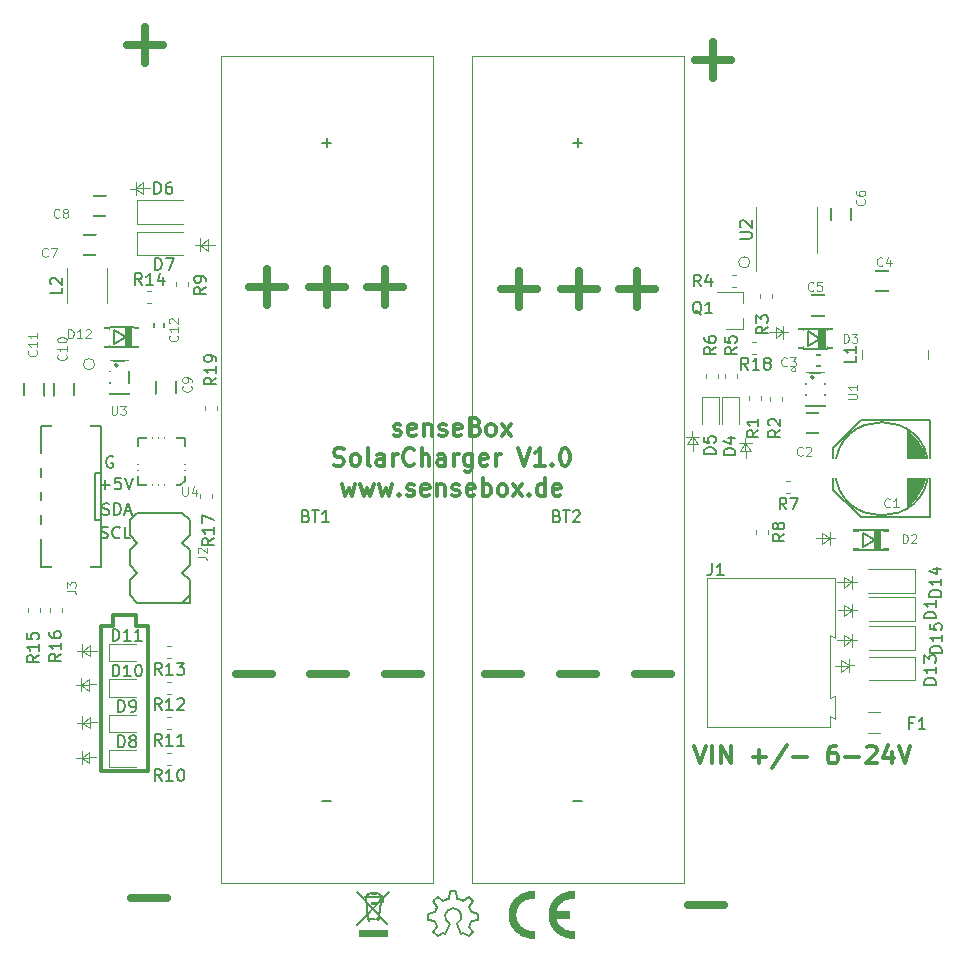
<source format=gto>
G04 #@! TF.GenerationSoftware,KiCad,Pcbnew,(5.1.5)-3*
G04 #@! TF.CreationDate,2020-09-03T09:53:24+02:00*
G04 #@! TF.ProjectId,chargemod-hw,63686172-6765-46d6-9f64-2d68772e6b69,rev?*
G04 #@! TF.SameCoordinates,Original*
G04 #@! TF.FileFunction,Legend,Top*
G04 #@! TF.FilePolarity,Positive*
%FSLAX46Y46*%
G04 Gerber Fmt 4.6, Leading zero omitted, Abs format (unit mm)*
G04 Created by KiCad (PCBNEW (5.1.5)-3) date 2020-09-03 09:53:24*
%MOMM*%
%LPD*%
G04 APERTURE LIST*
%ADD10C,0.300000*%
%ADD11C,0.120000*%
%ADD12C,0.150000*%
%ADD13C,0.700000*%
%ADD14C,0.200000*%
%ADD15C,0.100000*%
%ADD16C,0.180000*%
%ADD17C,0.127000*%
%ADD18C,0.304800*%
%ADD19C,0.081280*%
%ADD20C,0.065024*%
%ADD21C,0.600000*%
%ADD22R,1.000000X1.300000*%
%ADD23R,1.000000X0.900000*%
%ADD24R,2.800000X1.100000*%
%ADD25R,5.600000X2.250000*%
%ADD26O,4.100000X2.600000*%
%ADD27C,1.711200*%
%ADD28R,3.100000X2.390000*%
%ADD29C,3.600000*%
%ADD30O,2.080000X4.060000*%
%ADD31R,2.080000X4.060000*%
G04 APERTURE END LIST*
D10*
X120171428Y-104157142D02*
X120314285Y-104228571D01*
X120600000Y-104228571D01*
X120742857Y-104157142D01*
X120814285Y-104014285D01*
X120814285Y-103942857D01*
X120742857Y-103800000D01*
X120600000Y-103728571D01*
X120385714Y-103728571D01*
X120242857Y-103657142D01*
X120171428Y-103514285D01*
X120171428Y-103442857D01*
X120242857Y-103300000D01*
X120385714Y-103228571D01*
X120600000Y-103228571D01*
X120742857Y-103300000D01*
X122028571Y-104157142D02*
X121885714Y-104228571D01*
X121600000Y-104228571D01*
X121457142Y-104157142D01*
X121385714Y-104014285D01*
X121385714Y-103442857D01*
X121457142Y-103300000D01*
X121600000Y-103228571D01*
X121885714Y-103228571D01*
X122028571Y-103300000D01*
X122100000Y-103442857D01*
X122100000Y-103585714D01*
X121385714Y-103728571D01*
X122742857Y-103228571D02*
X122742857Y-104228571D01*
X122742857Y-103371428D02*
X122814285Y-103300000D01*
X122957142Y-103228571D01*
X123171428Y-103228571D01*
X123314285Y-103300000D01*
X123385714Y-103442857D01*
X123385714Y-104228571D01*
X124028571Y-104157142D02*
X124171428Y-104228571D01*
X124457142Y-104228571D01*
X124600000Y-104157142D01*
X124671428Y-104014285D01*
X124671428Y-103942857D01*
X124600000Y-103800000D01*
X124457142Y-103728571D01*
X124242857Y-103728571D01*
X124100000Y-103657142D01*
X124028571Y-103514285D01*
X124028571Y-103442857D01*
X124100000Y-103300000D01*
X124242857Y-103228571D01*
X124457142Y-103228571D01*
X124600000Y-103300000D01*
X125885714Y-104157142D02*
X125742857Y-104228571D01*
X125457142Y-104228571D01*
X125314285Y-104157142D01*
X125242857Y-104014285D01*
X125242857Y-103442857D01*
X125314285Y-103300000D01*
X125457142Y-103228571D01*
X125742857Y-103228571D01*
X125885714Y-103300000D01*
X125957142Y-103442857D01*
X125957142Y-103585714D01*
X125242857Y-103728571D01*
X127100000Y-103442857D02*
X127314285Y-103514285D01*
X127385714Y-103585714D01*
X127457142Y-103728571D01*
X127457142Y-103942857D01*
X127385714Y-104085714D01*
X127314285Y-104157142D01*
X127171428Y-104228571D01*
X126600000Y-104228571D01*
X126600000Y-102728571D01*
X127100000Y-102728571D01*
X127242857Y-102800000D01*
X127314285Y-102871428D01*
X127385714Y-103014285D01*
X127385714Y-103157142D01*
X127314285Y-103300000D01*
X127242857Y-103371428D01*
X127100000Y-103442857D01*
X126600000Y-103442857D01*
X128314285Y-104228571D02*
X128171428Y-104157142D01*
X128100000Y-104085714D01*
X128028571Y-103942857D01*
X128028571Y-103514285D01*
X128100000Y-103371428D01*
X128171428Y-103300000D01*
X128314285Y-103228571D01*
X128528571Y-103228571D01*
X128671428Y-103300000D01*
X128742857Y-103371428D01*
X128814285Y-103514285D01*
X128814285Y-103942857D01*
X128742857Y-104085714D01*
X128671428Y-104157142D01*
X128528571Y-104228571D01*
X128314285Y-104228571D01*
X129314285Y-104228571D02*
X130100000Y-103228571D01*
X129314285Y-103228571D02*
X130100000Y-104228571D01*
X115100000Y-106707142D02*
X115314285Y-106778571D01*
X115671428Y-106778571D01*
X115814285Y-106707142D01*
X115885714Y-106635714D01*
X115957142Y-106492857D01*
X115957142Y-106350000D01*
X115885714Y-106207142D01*
X115814285Y-106135714D01*
X115671428Y-106064285D01*
X115385714Y-105992857D01*
X115242857Y-105921428D01*
X115171428Y-105850000D01*
X115100000Y-105707142D01*
X115100000Y-105564285D01*
X115171428Y-105421428D01*
X115242857Y-105350000D01*
X115385714Y-105278571D01*
X115742857Y-105278571D01*
X115957142Y-105350000D01*
X116814285Y-106778571D02*
X116671428Y-106707142D01*
X116600000Y-106635714D01*
X116528571Y-106492857D01*
X116528571Y-106064285D01*
X116600000Y-105921428D01*
X116671428Y-105850000D01*
X116814285Y-105778571D01*
X117028571Y-105778571D01*
X117171428Y-105850000D01*
X117242857Y-105921428D01*
X117314285Y-106064285D01*
X117314285Y-106492857D01*
X117242857Y-106635714D01*
X117171428Y-106707142D01*
X117028571Y-106778571D01*
X116814285Y-106778571D01*
X118171428Y-106778571D02*
X118028571Y-106707142D01*
X117957142Y-106564285D01*
X117957142Y-105278571D01*
X119385714Y-106778571D02*
X119385714Y-105992857D01*
X119314285Y-105850000D01*
X119171428Y-105778571D01*
X118885714Y-105778571D01*
X118742857Y-105850000D01*
X119385714Y-106707142D02*
X119242857Y-106778571D01*
X118885714Y-106778571D01*
X118742857Y-106707142D01*
X118671428Y-106564285D01*
X118671428Y-106421428D01*
X118742857Y-106278571D01*
X118885714Y-106207142D01*
X119242857Y-106207142D01*
X119385714Y-106135714D01*
X120100000Y-106778571D02*
X120100000Y-105778571D01*
X120100000Y-106064285D02*
X120171428Y-105921428D01*
X120242857Y-105850000D01*
X120385714Y-105778571D01*
X120528571Y-105778571D01*
X121885714Y-106635714D02*
X121814285Y-106707142D01*
X121600000Y-106778571D01*
X121457142Y-106778571D01*
X121242857Y-106707142D01*
X121100000Y-106564285D01*
X121028571Y-106421428D01*
X120957142Y-106135714D01*
X120957142Y-105921428D01*
X121028571Y-105635714D01*
X121100000Y-105492857D01*
X121242857Y-105350000D01*
X121457142Y-105278571D01*
X121600000Y-105278571D01*
X121814285Y-105350000D01*
X121885714Y-105421428D01*
X122528571Y-106778571D02*
X122528571Y-105278571D01*
X123171428Y-106778571D02*
X123171428Y-105992857D01*
X123100000Y-105850000D01*
X122957142Y-105778571D01*
X122742857Y-105778571D01*
X122600000Y-105850000D01*
X122528571Y-105921428D01*
X124528571Y-106778571D02*
X124528571Y-105992857D01*
X124457142Y-105850000D01*
X124314285Y-105778571D01*
X124028571Y-105778571D01*
X123885714Y-105850000D01*
X124528571Y-106707142D02*
X124385714Y-106778571D01*
X124028571Y-106778571D01*
X123885714Y-106707142D01*
X123814285Y-106564285D01*
X123814285Y-106421428D01*
X123885714Y-106278571D01*
X124028571Y-106207142D01*
X124385714Y-106207142D01*
X124528571Y-106135714D01*
X125242857Y-106778571D02*
X125242857Y-105778571D01*
X125242857Y-106064285D02*
X125314285Y-105921428D01*
X125385714Y-105850000D01*
X125528571Y-105778571D01*
X125671428Y-105778571D01*
X126814285Y-105778571D02*
X126814285Y-106992857D01*
X126742857Y-107135714D01*
X126671428Y-107207142D01*
X126528571Y-107278571D01*
X126314285Y-107278571D01*
X126171428Y-107207142D01*
X126814285Y-106707142D02*
X126671428Y-106778571D01*
X126385714Y-106778571D01*
X126242857Y-106707142D01*
X126171428Y-106635714D01*
X126100000Y-106492857D01*
X126100000Y-106064285D01*
X126171428Y-105921428D01*
X126242857Y-105850000D01*
X126385714Y-105778571D01*
X126671428Y-105778571D01*
X126814285Y-105850000D01*
X128100000Y-106707142D02*
X127957142Y-106778571D01*
X127671428Y-106778571D01*
X127528571Y-106707142D01*
X127457142Y-106564285D01*
X127457142Y-105992857D01*
X127528571Y-105850000D01*
X127671428Y-105778571D01*
X127957142Y-105778571D01*
X128100000Y-105850000D01*
X128171428Y-105992857D01*
X128171428Y-106135714D01*
X127457142Y-106278571D01*
X128814285Y-106778571D02*
X128814285Y-105778571D01*
X128814285Y-106064285D02*
X128885714Y-105921428D01*
X128957142Y-105850000D01*
X129100000Y-105778571D01*
X129242857Y-105778571D01*
X130671428Y-105278571D02*
X131171428Y-106778571D01*
X131671428Y-105278571D01*
X132957142Y-106778571D02*
X132100000Y-106778571D01*
X132528571Y-106778571D02*
X132528571Y-105278571D01*
X132385714Y-105492857D01*
X132242857Y-105635714D01*
X132100000Y-105707142D01*
X133600000Y-106635714D02*
X133671428Y-106707142D01*
X133600000Y-106778571D01*
X133528571Y-106707142D01*
X133600000Y-106635714D01*
X133600000Y-106778571D01*
X134600000Y-105278571D02*
X134742857Y-105278571D01*
X134885714Y-105350000D01*
X134957142Y-105421428D01*
X135028571Y-105564285D01*
X135100000Y-105850000D01*
X135100000Y-106207142D01*
X135028571Y-106492857D01*
X134957142Y-106635714D01*
X134885714Y-106707142D01*
X134742857Y-106778571D01*
X134600000Y-106778571D01*
X134457142Y-106707142D01*
X134385714Y-106635714D01*
X134314285Y-106492857D01*
X134242857Y-106207142D01*
X134242857Y-105850000D01*
X134314285Y-105564285D01*
X134385714Y-105421428D01*
X134457142Y-105350000D01*
X134600000Y-105278571D01*
X115778571Y-108328571D02*
X116064285Y-109328571D01*
X116350000Y-108614285D01*
X116635714Y-109328571D01*
X116921428Y-108328571D01*
X117350000Y-108328571D02*
X117635714Y-109328571D01*
X117921428Y-108614285D01*
X118207142Y-109328571D01*
X118492857Y-108328571D01*
X118921428Y-108328571D02*
X119207142Y-109328571D01*
X119492857Y-108614285D01*
X119778571Y-109328571D01*
X120064285Y-108328571D01*
X120635714Y-109185714D02*
X120707142Y-109257142D01*
X120635714Y-109328571D01*
X120564285Y-109257142D01*
X120635714Y-109185714D01*
X120635714Y-109328571D01*
X121278571Y-109257142D02*
X121421428Y-109328571D01*
X121707142Y-109328571D01*
X121850000Y-109257142D01*
X121921428Y-109114285D01*
X121921428Y-109042857D01*
X121850000Y-108900000D01*
X121707142Y-108828571D01*
X121492857Y-108828571D01*
X121350000Y-108757142D01*
X121278571Y-108614285D01*
X121278571Y-108542857D01*
X121350000Y-108400000D01*
X121492857Y-108328571D01*
X121707142Y-108328571D01*
X121850000Y-108400000D01*
X123135714Y-109257142D02*
X122992857Y-109328571D01*
X122707142Y-109328571D01*
X122564285Y-109257142D01*
X122492857Y-109114285D01*
X122492857Y-108542857D01*
X122564285Y-108400000D01*
X122707142Y-108328571D01*
X122992857Y-108328571D01*
X123135714Y-108400000D01*
X123207142Y-108542857D01*
X123207142Y-108685714D01*
X122492857Y-108828571D01*
X123850000Y-108328571D02*
X123850000Y-109328571D01*
X123850000Y-108471428D02*
X123921428Y-108400000D01*
X124064285Y-108328571D01*
X124278571Y-108328571D01*
X124421428Y-108400000D01*
X124492857Y-108542857D01*
X124492857Y-109328571D01*
X125135714Y-109257142D02*
X125278571Y-109328571D01*
X125564285Y-109328571D01*
X125707142Y-109257142D01*
X125778571Y-109114285D01*
X125778571Y-109042857D01*
X125707142Y-108900000D01*
X125564285Y-108828571D01*
X125350000Y-108828571D01*
X125207142Y-108757142D01*
X125135714Y-108614285D01*
X125135714Y-108542857D01*
X125207142Y-108400000D01*
X125350000Y-108328571D01*
X125564285Y-108328571D01*
X125707142Y-108400000D01*
X126992857Y-109257142D02*
X126850000Y-109328571D01*
X126564285Y-109328571D01*
X126421428Y-109257142D01*
X126350000Y-109114285D01*
X126350000Y-108542857D01*
X126421428Y-108400000D01*
X126564285Y-108328571D01*
X126850000Y-108328571D01*
X126992857Y-108400000D01*
X127064285Y-108542857D01*
X127064285Y-108685714D01*
X126350000Y-108828571D01*
X127707142Y-109328571D02*
X127707142Y-107828571D01*
X127707142Y-108400000D02*
X127850000Y-108328571D01*
X128135714Y-108328571D01*
X128278571Y-108400000D01*
X128350000Y-108471428D01*
X128421428Y-108614285D01*
X128421428Y-109042857D01*
X128350000Y-109185714D01*
X128278571Y-109257142D01*
X128135714Y-109328571D01*
X127850000Y-109328571D01*
X127707142Y-109257142D01*
X129278571Y-109328571D02*
X129135714Y-109257142D01*
X129064285Y-109185714D01*
X128992857Y-109042857D01*
X128992857Y-108614285D01*
X129064285Y-108471428D01*
X129135714Y-108400000D01*
X129278571Y-108328571D01*
X129492857Y-108328571D01*
X129635714Y-108400000D01*
X129707142Y-108471428D01*
X129778571Y-108614285D01*
X129778571Y-109042857D01*
X129707142Y-109185714D01*
X129635714Y-109257142D01*
X129492857Y-109328571D01*
X129278571Y-109328571D01*
X130278571Y-109328571D02*
X131064285Y-108328571D01*
X130278571Y-108328571D02*
X131064285Y-109328571D01*
X131635714Y-109185714D02*
X131707142Y-109257142D01*
X131635714Y-109328571D01*
X131564285Y-109257142D01*
X131635714Y-109185714D01*
X131635714Y-109328571D01*
X132992857Y-109328571D02*
X132992857Y-107828571D01*
X132992857Y-109257142D02*
X132850000Y-109328571D01*
X132564285Y-109328571D01*
X132421428Y-109257142D01*
X132350000Y-109185714D01*
X132278571Y-109042857D01*
X132278571Y-108614285D01*
X132350000Y-108471428D01*
X132421428Y-108400000D01*
X132564285Y-108328571D01*
X132850000Y-108328571D01*
X132992857Y-108400000D01*
X134278571Y-109257142D02*
X134135714Y-109328571D01*
X133850000Y-109328571D01*
X133707142Y-109257142D01*
X133635714Y-109114285D01*
X133635714Y-108542857D01*
X133707142Y-108400000D01*
X133850000Y-108328571D01*
X134135714Y-108328571D01*
X134278571Y-108400000D01*
X134350000Y-108542857D01*
X134350000Y-108685714D01*
X133635714Y-108828571D01*
D11*
X158955000Y-117195000D02*
X158955000Y-116095000D01*
X158305000Y-116170000D02*
X158955000Y-116620000D01*
X158305000Y-117145000D02*
X158305000Y-116170000D01*
X158955000Y-116620000D02*
X158955000Y-117195000D01*
X158930000Y-116645000D02*
X158305000Y-117145000D01*
X158930000Y-116620000D02*
X159405000Y-116620000D01*
X158955000Y-116095000D02*
X158955000Y-116620000D01*
X157730000Y-116645000D02*
X158930000Y-116645000D01*
X158335000Y-118530000D02*
X158985000Y-118980000D01*
X158960000Y-118980000D02*
X159435000Y-118980000D01*
X158335000Y-119505000D02*
X158335000Y-118530000D01*
X158985000Y-119555000D02*
X158985000Y-118455000D01*
X157760000Y-119005000D02*
X158960000Y-119005000D01*
X158985000Y-118980000D02*
X158985000Y-119555000D01*
X158985000Y-118455000D02*
X158985000Y-118980000D01*
X158960000Y-119005000D02*
X158335000Y-119505000D01*
X157730000Y-121535000D02*
X158930000Y-121535000D01*
X158955000Y-122085000D02*
X158955000Y-120985000D01*
X158930000Y-121535000D02*
X158305000Y-122035000D01*
X158305000Y-121060000D02*
X158955000Y-121510000D01*
X158930000Y-121510000D02*
X159405000Y-121510000D01*
X158955000Y-120985000D02*
X158955000Y-121510000D01*
X158955000Y-121510000D02*
X158955000Y-122085000D01*
X158305000Y-122035000D02*
X158305000Y-121060000D01*
X158735000Y-123145000D02*
X158735000Y-123670000D01*
X158735000Y-124245000D02*
X158735000Y-123145000D01*
X157510000Y-123695000D02*
X158710000Y-123695000D01*
X158085000Y-124195000D02*
X158085000Y-123220000D01*
X158735000Y-123670000D02*
X158735000Y-124245000D01*
X158710000Y-123695000D02*
X158085000Y-124195000D01*
X158710000Y-123670000D02*
X159185000Y-123670000D01*
X158085000Y-123220000D02*
X158735000Y-123670000D01*
D10*
X145635714Y-130478571D02*
X146135714Y-131978571D01*
X146635714Y-130478571D01*
X147135714Y-131978571D02*
X147135714Y-130478571D01*
X147850000Y-131978571D02*
X147850000Y-130478571D01*
X148707142Y-131978571D01*
X148707142Y-130478571D01*
X150564285Y-131407142D02*
X151707142Y-131407142D01*
X151135714Y-131978571D02*
X151135714Y-130835714D01*
X153492857Y-130407142D02*
X152207142Y-132335714D01*
X153992857Y-131407142D02*
X155135714Y-131407142D01*
X157635714Y-130478571D02*
X157350000Y-130478571D01*
X157207142Y-130550000D01*
X157135714Y-130621428D01*
X156992857Y-130835714D01*
X156921428Y-131121428D01*
X156921428Y-131692857D01*
X156992857Y-131835714D01*
X157064285Y-131907142D01*
X157207142Y-131978571D01*
X157492857Y-131978571D01*
X157635714Y-131907142D01*
X157707142Y-131835714D01*
X157778571Y-131692857D01*
X157778571Y-131335714D01*
X157707142Y-131192857D01*
X157635714Y-131121428D01*
X157492857Y-131050000D01*
X157207142Y-131050000D01*
X157064285Y-131121428D01*
X156992857Y-131192857D01*
X156921428Y-131335714D01*
X158421428Y-131407142D02*
X159564285Y-131407142D01*
X160207142Y-130621428D02*
X160278571Y-130550000D01*
X160421428Y-130478571D01*
X160778571Y-130478571D01*
X160921428Y-130550000D01*
X160992857Y-130621428D01*
X161064285Y-130764285D01*
X161064285Y-130907142D01*
X160992857Y-131121428D01*
X160135714Y-131978571D01*
X161064285Y-131978571D01*
X162350000Y-130978571D02*
X162350000Y-131978571D01*
X161992857Y-130407142D02*
X161635714Y-131478571D01*
X162564285Y-131478571D01*
X162921428Y-130478571D02*
X163421428Y-131978571D01*
X163921428Y-130478571D01*
D12*
X96386904Y-106000000D02*
X96291666Y-105952380D01*
X96148809Y-105952380D01*
X96005952Y-106000000D01*
X95910714Y-106095238D01*
X95863095Y-106190476D01*
X95815476Y-106380952D01*
X95815476Y-106523809D01*
X95863095Y-106714285D01*
X95910714Y-106809523D01*
X96005952Y-106904761D01*
X96148809Y-106952380D01*
X96244047Y-106952380D01*
X96386904Y-106904761D01*
X96434523Y-106857142D01*
X96434523Y-106523809D01*
X96244047Y-106523809D01*
X95364285Y-108396428D02*
X96126190Y-108396428D01*
X95745238Y-108777380D02*
X95745238Y-108015476D01*
X97078571Y-107777380D02*
X96602380Y-107777380D01*
X96554761Y-108253571D01*
X96602380Y-108205952D01*
X96697619Y-108158333D01*
X96935714Y-108158333D01*
X97030952Y-108205952D01*
X97078571Y-108253571D01*
X97126190Y-108348809D01*
X97126190Y-108586904D01*
X97078571Y-108682142D01*
X97030952Y-108729761D01*
X96935714Y-108777380D01*
X96697619Y-108777380D01*
X96602380Y-108729761D01*
X96554761Y-108682142D01*
X97411904Y-107777380D02*
X97745238Y-108777380D01*
X98078571Y-107777380D01*
X95510714Y-110879761D02*
X95653571Y-110927380D01*
X95891666Y-110927380D01*
X95986904Y-110879761D01*
X96034523Y-110832142D01*
X96082142Y-110736904D01*
X96082142Y-110641666D01*
X96034523Y-110546428D01*
X95986904Y-110498809D01*
X95891666Y-110451190D01*
X95701190Y-110403571D01*
X95605952Y-110355952D01*
X95558333Y-110308333D01*
X95510714Y-110213095D01*
X95510714Y-110117857D01*
X95558333Y-110022619D01*
X95605952Y-109975000D01*
X95701190Y-109927380D01*
X95939285Y-109927380D01*
X96082142Y-109975000D01*
X96510714Y-110927380D02*
X96510714Y-109927380D01*
X96748809Y-109927380D01*
X96891666Y-109975000D01*
X96986904Y-110070238D01*
X97034523Y-110165476D01*
X97082142Y-110355952D01*
X97082142Y-110498809D01*
X97034523Y-110689285D01*
X96986904Y-110784523D01*
X96891666Y-110879761D01*
X96748809Y-110927380D01*
X96510714Y-110927380D01*
X97463095Y-110641666D02*
X97939285Y-110641666D01*
X97367857Y-110927380D02*
X97701190Y-109927380D01*
X98034523Y-110927380D01*
X95409523Y-112879761D02*
X95552380Y-112927380D01*
X95790476Y-112927380D01*
X95885714Y-112879761D01*
X95933333Y-112832142D01*
X95980952Y-112736904D01*
X95980952Y-112641666D01*
X95933333Y-112546428D01*
X95885714Y-112498809D01*
X95790476Y-112451190D01*
X95600000Y-112403571D01*
X95504761Y-112355952D01*
X95457142Y-112308333D01*
X95409523Y-112213095D01*
X95409523Y-112117857D01*
X95457142Y-112022619D01*
X95504761Y-111975000D01*
X95600000Y-111927380D01*
X95838095Y-111927380D01*
X95980952Y-111975000D01*
X96980952Y-112832142D02*
X96933333Y-112879761D01*
X96790476Y-112927380D01*
X96695238Y-112927380D01*
X96552380Y-112879761D01*
X96457142Y-112784523D01*
X96409523Y-112689285D01*
X96361904Y-112498809D01*
X96361904Y-112355952D01*
X96409523Y-112165476D01*
X96457142Y-112070238D01*
X96552380Y-111975000D01*
X96695238Y-111927380D01*
X96790476Y-111927380D01*
X96933333Y-111975000D01*
X96980952Y-112022619D01*
X97885714Y-112927380D02*
X97409523Y-112927380D01*
X97409523Y-111927380D01*
D11*
X94850657Y-98175000D02*
G75*
G03X94850657Y-98175000I-475657J0D01*
G01*
X157125000Y-112375000D02*
X157125000Y-112900000D01*
X157125000Y-112900000D02*
X157125000Y-113475000D01*
X156475000Y-113425000D02*
X156475000Y-112450000D01*
X157100000Y-112900000D02*
X157575000Y-112900000D01*
X157100000Y-112925000D02*
X156475000Y-113425000D01*
X156475000Y-112450000D02*
X157125000Y-112900000D01*
X155900000Y-112925000D02*
X157100000Y-112925000D01*
X157125000Y-113475000D02*
X157125000Y-112375000D01*
X153150000Y-96025000D02*
X153150000Y-94925000D01*
X152500000Y-95975000D02*
X152500000Y-95000000D01*
X152500000Y-95000000D02*
X153150000Y-95450000D01*
X153125000Y-95475000D02*
X152500000Y-95975000D01*
X151925000Y-95475000D02*
X153125000Y-95475000D01*
X153150000Y-94925000D02*
X153150000Y-95450000D01*
X153150000Y-95450000D02*
X153150000Y-96025000D01*
X153125000Y-95450000D02*
X153600000Y-95450000D01*
X104450000Y-87575000D02*
X104450000Y-88550000D01*
X103800000Y-87525000D02*
X103800000Y-88625000D01*
X103800000Y-88100000D02*
X103800000Y-87525000D01*
X103825000Y-88100000D02*
X103350000Y-88100000D01*
X105025000Y-88075000D02*
X103825000Y-88075000D01*
X104450000Y-88550000D02*
X103800000Y-88100000D01*
X103800000Y-88625000D02*
X103800000Y-88100000D01*
X103825000Y-88075000D02*
X104450000Y-87575000D01*
X98325000Y-83300000D02*
X98325000Y-82725000D01*
X98975000Y-83750000D02*
X98325000Y-83300000D01*
X98350000Y-83275000D02*
X98975000Y-82775000D01*
X99550000Y-83275000D02*
X98350000Y-83275000D01*
X98325000Y-83825000D02*
X98325000Y-83300000D01*
X98325000Y-82725000D02*
X98325000Y-83825000D01*
X98975000Y-82775000D02*
X98975000Y-83750000D01*
X98350000Y-83300000D02*
X97875000Y-83300000D01*
D13*
X109873809Y-124364285D02*
X106826190Y-124364285D01*
X116173809Y-124364285D02*
X113126190Y-124364285D01*
X122523809Y-124364285D02*
X119476190Y-124364285D01*
X143623809Y-124364285D02*
X140576190Y-124364285D01*
X137273809Y-124364285D02*
X134226190Y-124364285D01*
X130973809Y-124364285D02*
X127926190Y-124364285D01*
X132273809Y-91789285D02*
X129226190Y-91789285D01*
X130750000Y-90265476D02*
X130750000Y-93313095D01*
X142273809Y-91789285D02*
X139226190Y-91789285D01*
X140750000Y-90265476D02*
X140750000Y-93313095D01*
X137398809Y-91789285D02*
X134351190Y-91789285D01*
X135875000Y-90265476D02*
X135875000Y-93313095D01*
X110948809Y-91639285D02*
X107901190Y-91639285D01*
X109425000Y-90115476D02*
X109425000Y-93163095D01*
X120948809Y-91639285D02*
X117901190Y-91639285D01*
X119425000Y-90115476D02*
X119425000Y-93163095D01*
X116073809Y-91639285D02*
X113026190Y-91639285D01*
X114550000Y-90115476D02*
X114550000Y-93163095D01*
D11*
X93825000Y-122450000D02*
X93350000Y-122450000D01*
X93800000Y-122450000D02*
X93800000Y-121875000D01*
X94450000Y-121925000D02*
X94450000Y-122900000D01*
X95025000Y-122425000D02*
X93825000Y-122425000D01*
X93800000Y-122975000D02*
X93800000Y-122450000D01*
X93825000Y-122425000D02*
X94450000Y-121925000D01*
X93800000Y-121875000D02*
X93800000Y-122975000D01*
X94450000Y-122900000D02*
X93800000Y-122450000D01*
X94350000Y-124825000D02*
X94350000Y-125800000D01*
X93700000Y-125350000D02*
X93700000Y-124775000D01*
X93700000Y-125875000D02*
X93700000Y-125350000D01*
X94950000Y-125275000D02*
X93725000Y-125325000D01*
X93700000Y-124775000D02*
X93700000Y-125875000D01*
X93725000Y-125350000D02*
X93250000Y-125350000D01*
X94350000Y-125800000D02*
X93700000Y-125350000D01*
X93725000Y-125325000D02*
X94350000Y-124825000D01*
X93825000Y-128525000D02*
X94450000Y-128025000D01*
X93825000Y-128550000D02*
X93350000Y-128550000D01*
X93800000Y-127975000D02*
X93800000Y-129075000D01*
X93800000Y-128550000D02*
X93800000Y-127975000D01*
X93800000Y-129075000D02*
X93800000Y-128550000D01*
X95050000Y-128475000D02*
X93825000Y-128525000D01*
X94450000Y-128025000D02*
X94450000Y-129000000D01*
X94450000Y-129000000D02*
X93800000Y-128550000D01*
X145000000Y-104950000D02*
X145450000Y-104300000D01*
X145975000Y-104950000D02*
X145000000Y-104950000D01*
X145475000Y-104325000D02*
X145975000Y-104950000D01*
X146025000Y-104300000D02*
X144925000Y-104300000D01*
X145450000Y-104300000D02*
X146025000Y-104300000D01*
X145450000Y-104325000D02*
X145450000Y-103850000D01*
X144925000Y-104300000D02*
X145450000Y-104300000D01*
X145525000Y-105550000D02*
X145475000Y-104325000D01*
X149950000Y-104875000D02*
X150450000Y-105500000D01*
X149925000Y-104875000D02*
X149925000Y-104400000D01*
X150500000Y-104850000D02*
X149400000Y-104850000D01*
X149925000Y-104850000D02*
X150500000Y-104850000D01*
X149400000Y-104850000D02*
X149925000Y-104850000D01*
X150000000Y-106100000D02*
X149950000Y-104875000D01*
X150450000Y-105500000D02*
X149475000Y-105500000D01*
X149475000Y-105500000D02*
X149925000Y-104850000D01*
X93775000Y-131500000D02*
X93300000Y-131500000D01*
X93750000Y-132025000D02*
X93750000Y-131500000D01*
X93750000Y-130925000D02*
X93750000Y-132025000D01*
X93750000Y-131500000D02*
X93750000Y-130925000D01*
X94400000Y-131950000D02*
X93750000Y-131500000D01*
X94400000Y-130975000D02*
X94400000Y-131950000D01*
X93775000Y-131475000D02*
X94400000Y-130975000D01*
X95000000Y-131425000D02*
X93775000Y-131475000D01*
D13*
X100948809Y-143364285D02*
X97901190Y-143364285D01*
X148123809Y-143939285D02*
X145076190Y-143939285D01*
X148723809Y-72389285D02*
X145676190Y-72389285D01*
X147200000Y-70865476D02*
X147200000Y-73913095D01*
X100623809Y-71164285D02*
X97576190Y-71164285D01*
X99100000Y-69640476D02*
X99100000Y-72688095D01*
D11*
X154240394Y-98650000D02*
G75*
G03X154240394Y-98650000I-190394J0D01*
G01*
X150324342Y-89550000D02*
G75*
G03X150324342Y-89550000I-474342J0D01*
G01*
D10*
X99375000Y-120375000D02*
X99375000Y-132575000D01*
X98375000Y-120375000D02*
X99375000Y-120375000D01*
X98375000Y-119375000D02*
X98375000Y-120375000D01*
X96375000Y-119375000D02*
X98375000Y-119375000D01*
X96375000Y-120375000D02*
X96375000Y-119375000D01*
X95375000Y-120375000D02*
X96375000Y-120375000D01*
X95375000Y-132575000D02*
X95375000Y-120375000D01*
X99375000Y-132575000D02*
X95375000Y-132575000D01*
D14*
X126557800Y-145792100D02*
G75*
G03X126760500Y-145287200I-1351301J835640D01*
G01*
X126767600Y-144576000D02*
G75*
G03X126547100Y-144099500I-1477500J-394443D01*
G01*
X126024400Y-143587400D02*
G75*
G03X125569200Y-143406000I-807188J-1363700D01*
G01*
X124829600Y-143416700D02*
G75*
G03X124381500Y-143598100I364721J-1545100D01*
G01*
X123865900Y-144095901D02*
G75*
G03X123659600Y-144572400I1340499J-863275D01*
G01*
X123645400Y-145329800D02*
G75*
G03X123848100Y-145785000I1507800J398691D01*
G01*
X125518401Y-145543200D02*
G75*
G03X124908800Y-145543200I-304801J622301D01*
G01*
X125874000Y-146406800D02*
X125518400Y-145543200D01*
X126077200Y-146305200D02*
X125874000Y-146406800D01*
X126534400Y-146610000D02*
X126077200Y-146305200D01*
X126890000Y-146254400D02*
X126534400Y-146610000D01*
X126559800Y-145797200D02*
X126890000Y-146254400D01*
X127321800Y-145187600D02*
X126763000Y-145289200D01*
X127321800Y-144679600D02*
X127321800Y-145187600D01*
X126763000Y-144578000D02*
X127321800Y-144679600D01*
X126890000Y-143612800D02*
X126534400Y-144095400D01*
X126534400Y-143257200D02*
X126890000Y-143612800D01*
X126026400Y-143587400D02*
X126534400Y-143257200D01*
X125442200Y-142800000D02*
X125569200Y-143409600D01*
X124959600Y-142800000D02*
X125442200Y-142800000D01*
X124832600Y-143409600D02*
X124959600Y-142800000D01*
X123892800Y-143257200D02*
X124375400Y-143587400D01*
X123537200Y-143612800D02*
X123892800Y-143257200D01*
X123867400Y-144095400D02*
X123537200Y-143612800D01*
X123080000Y-144679600D02*
X123664200Y-144578000D01*
X123080000Y-145187600D02*
X123080000Y-144679600D01*
X123638800Y-145289200D02*
X123080000Y-145187600D01*
X123537200Y-146254400D02*
X123842000Y-145797200D01*
X123892800Y-146610000D02*
X123537200Y-146254400D01*
X124350000Y-146305200D02*
X123892800Y-146610000D01*
X124527800Y-146406800D02*
X124350000Y-146305200D01*
X124908800Y-145543200D02*
X124527800Y-146406800D01*
D15*
G36*
X134955800Y-142864400D02*
G01*
X135496300Y-142864400D01*
X135496300Y-142815263D01*
X134955800Y-142815263D01*
X134955800Y-142864400D01*
G37*
G36*
X131565300Y-142864400D02*
G01*
X132105800Y-142864400D01*
X132105800Y-142815263D01*
X131565300Y-142815263D01*
X131565300Y-142864400D01*
G37*
G36*
X134710100Y-142913532D02*
G01*
X135496300Y-142913532D01*
X135496300Y-142864400D01*
X134710100Y-142864400D01*
X134710100Y-142913532D01*
G37*
G36*
X131319600Y-142913532D02*
G01*
X132105800Y-142913532D01*
X132105800Y-142864400D01*
X131319600Y-142864400D01*
X131319600Y-142913532D01*
G37*
G36*
X134562700Y-142962669D02*
G01*
X135496300Y-142962669D01*
X135496300Y-142913532D01*
X134562700Y-142913532D01*
X134562700Y-142962669D01*
G37*
G36*
X131172200Y-142962669D02*
G01*
X132105800Y-142962669D01*
X132105800Y-142913532D01*
X131172200Y-142913532D01*
X131172200Y-142962669D01*
G37*
G36*
X134415300Y-143011810D02*
G01*
X135496300Y-143011810D01*
X135496300Y-142962672D01*
X134415300Y-142962672D01*
X134415300Y-143011810D01*
G37*
G36*
X131073900Y-143011810D02*
G01*
X132105800Y-143011810D01*
X132105800Y-142962672D01*
X131073900Y-142962672D01*
X131073900Y-143011810D01*
G37*
G36*
X134317000Y-143060950D02*
G01*
X135496300Y-143060950D01*
X135496300Y-143011813D01*
X134317000Y-143011813D01*
X134317000Y-143060950D01*
G37*
G36*
X130975600Y-143060950D02*
G01*
X132105800Y-143060950D01*
X132105800Y-143011813D01*
X130975600Y-143011813D01*
X130975600Y-143060950D01*
G37*
G36*
X134267800Y-143110091D02*
G01*
X135496300Y-143110091D01*
X135496300Y-143060954D01*
X134267800Y-143060954D01*
X134267800Y-143110091D01*
G37*
G36*
X130877300Y-143110091D02*
G01*
X132105800Y-143110091D01*
X132105800Y-143060954D01*
X130877300Y-143060954D01*
X130877300Y-143110091D01*
G37*
G36*
X134169600Y-143159219D02*
G01*
X135496300Y-143159219D01*
X135496300Y-143110094D01*
X134169600Y-143110094D01*
X134169600Y-143159219D01*
G37*
G36*
X130779100Y-143159219D02*
G01*
X132105800Y-143159219D01*
X132105800Y-143110094D01*
X130779100Y-143110094D01*
X130779100Y-143159219D01*
G37*
G36*
X134120400Y-143208360D02*
G01*
X135496300Y-143208360D01*
X135496300Y-143159222D01*
X134120400Y-143159222D01*
X134120400Y-143208360D01*
G37*
G36*
X130729900Y-143208360D02*
G01*
X132105800Y-143208360D01*
X132105800Y-143159222D01*
X130729900Y-143159222D01*
X130729900Y-143208360D01*
G37*
G36*
X134022200Y-143257500D02*
G01*
X135496300Y-143257500D01*
X135496300Y-143208363D01*
X134022200Y-143208363D01*
X134022200Y-143257500D01*
G37*
G36*
X130680800Y-143257500D02*
G01*
X132105800Y-143257500D01*
X132105800Y-143208363D01*
X130680800Y-143208363D01*
X130680800Y-143257500D01*
G37*
G36*
X133973000Y-143306641D02*
G01*
X135496300Y-143306641D01*
X135496300Y-143257504D01*
X133973000Y-143257504D01*
X133973000Y-143306641D01*
G37*
G36*
X130582500Y-143306641D02*
G01*
X132105800Y-143306641D01*
X132105800Y-143257504D01*
X130582500Y-143257504D01*
X130582500Y-143306641D01*
G37*
G36*
X133923900Y-143355782D02*
G01*
X135496300Y-143355782D01*
X135496300Y-143306644D01*
X133923900Y-143306644D01*
X133923900Y-143355782D01*
G37*
G36*
X130533400Y-143355782D02*
G01*
X132105800Y-143355782D01*
X132105800Y-143306644D01*
X130533400Y-143306644D01*
X130533400Y-143355782D01*
G37*
G36*
X133874700Y-143404910D02*
G01*
X135496300Y-143404910D01*
X135496300Y-143355785D01*
X133874700Y-143355785D01*
X133874700Y-143404910D01*
G37*
G36*
X130484200Y-143404910D02*
G01*
X132105800Y-143404910D01*
X132105800Y-143355785D01*
X130484200Y-143355785D01*
X130484200Y-143404910D01*
G37*
G36*
X133825600Y-143454050D02*
G01*
X135496300Y-143454050D01*
X135496300Y-143404913D01*
X133825600Y-143404913D01*
X133825600Y-143454050D01*
G37*
G36*
X130435100Y-143454050D02*
G01*
X132105800Y-143454050D01*
X132105800Y-143404913D01*
X130435100Y-143404913D01*
X130435100Y-143454050D01*
G37*
G36*
X133776500Y-143503191D02*
G01*
X135004900Y-143503191D01*
X135004900Y-143454054D01*
X133776500Y-143454054D01*
X133776500Y-143503191D01*
G37*
G36*
X130385900Y-143503191D02*
G01*
X131614400Y-143503191D01*
X131614400Y-143454054D01*
X130385900Y-143454054D01*
X130385900Y-143503191D01*
G37*
G36*
X133727300Y-143552332D02*
G01*
X134808400Y-143552332D01*
X134808400Y-143503194D01*
X133727300Y-143503194D01*
X133727300Y-143552332D01*
G37*
G36*
X130336800Y-143552332D02*
G01*
X131467000Y-143552332D01*
X131467000Y-143503194D01*
X130336800Y-143503194D01*
X130336800Y-143552332D01*
G37*
G36*
X133678200Y-143601469D02*
G01*
X134710100Y-143601469D01*
X134710100Y-143552332D01*
X133678200Y-143552332D01*
X133678200Y-143601469D01*
G37*
G36*
X130287700Y-143601469D02*
G01*
X131319600Y-143601469D01*
X131319600Y-143552332D01*
X130287700Y-143552332D01*
X130287700Y-143601469D01*
G37*
G36*
X133629100Y-143650600D02*
G01*
X134611800Y-143650600D01*
X134611800Y-143601469D01*
X133629100Y-143601469D01*
X133629100Y-143650600D01*
G37*
G36*
X130287700Y-143650600D02*
G01*
X131221300Y-143650600D01*
X131221300Y-143601469D01*
X130287700Y-143601469D01*
X130287700Y-143650600D01*
G37*
G36*
X133629100Y-143699741D02*
G01*
X134513500Y-143699741D01*
X134513500Y-143650604D01*
X133629100Y-143650604D01*
X133629100Y-143699741D01*
G37*
G36*
X130238500Y-143699741D02*
G01*
X131172200Y-143699741D01*
X131172200Y-143650604D01*
X130238500Y-143650604D01*
X130238500Y-143699741D01*
G37*
G36*
X133579900Y-143748882D02*
G01*
X134464400Y-143748882D01*
X134464400Y-143699744D01*
X133579900Y-143699744D01*
X133579900Y-143748882D01*
G37*
G36*
X130189400Y-143748882D02*
G01*
X131073900Y-143748882D01*
X131073900Y-143699744D01*
X130189400Y-143699744D01*
X130189400Y-143748882D01*
G37*
G36*
X133530800Y-143798019D02*
G01*
X134415300Y-143798019D01*
X134415300Y-143748882D01*
X133530800Y-143748882D01*
X133530800Y-143798019D01*
G37*
G36*
X130189400Y-143798019D02*
G01*
X131024700Y-143798019D01*
X131024700Y-143748882D01*
X130189400Y-143748882D01*
X130189400Y-143798019D01*
G37*
G36*
X133530800Y-143847160D02*
G01*
X134366100Y-143847160D01*
X134366100Y-143798022D01*
X133530800Y-143798022D01*
X133530800Y-143847160D01*
G37*
G36*
X130140300Y-143847160D02*
G01*
X130975600Y-143847160D01*
X130975600Y-143798022D01*
X130140300Y-143798022D01*
X130140300Y-143847160D01*
G37*
G36*
X133481600Y-143896291D02*
G01*
X134317000Y-143896291D01*
X134317000Y-143847160D01*
X133481600Y-143847160D01*
X133481600Y-143896291D01*
G37*
G36*
X130140300Y-143896291D02*
G01*
X130926500Y-143896291D01*
X130926500Y-143847160D01*
X130140300Y-143847160D01*
X130140300Y-143896291D01*
G37*
G36*
X133481600Y-143945432D02*
G01*
X134267800Y-143945432D01*
X134267800Y-143896294D01*
X133481600Y-143896294D01*
X133481600Y-143945432D01*
G37*
G36*
X130091100Y-143945432D02*
G01*
X130877300Y-143945432D01*
X130877300Y-143896294D01*
X130091100Y-143896294D01*
X130091100Y-143945432D01*
G37*
G36*
X133432500Y-143994569D02*
G01*
X134218700Y-143994569D01*
X134218700Y-143945432D01*
X133432500Y-143945432D01*
X133432500Y-143994569D01*
G37*
G36*
X130091100Y-143994569D02*
G01*
X130828200Y-143994569D01*
X130828200Y-143945432D01*
X130091100Y-143945432D01*
X130091100Y-143994569D01*
G37*
G36*
X133432500Y-144043710D02*
G01*
X134169600Y-144043710D01*
X134169600Y-143994572D01*
X133432500Y-143994572D01*
X133432500Y-144043710D01*
G37*
G36*
X130042000Y-144043710D02*
G01*
X130779100Y-144043710D01*
X130779100Y-143994572D01*
X130042000Y-143994572D01*
X130042000Y-144043710D01*
G37*
G36*
X133383400Y-144092841D02*
G01*
X134120400Y-144092841D01*
X134120400Y-144043710D01*
X133383400Y-144043710D01*
X133383400Y-144092841D01*
G37*
G36*
X130042000Y-144092841D02*
G01*
X130779100Y-144092841D01*
X130779100Y-144043710D01*
X130042000Y-144043710D01*
X130042000Y-144092841D01*
G37*
G36*
X133383400Y-144141982D02*
G01*
X134120400Y-144141982D01*
X134120400Y-144092844D01*
X133383400Y-144092844D01*
X133383400Y-144141982D01*
G37*
G36*
X129992800Y-144141982D02*
G01*
X130729900Y-144141982D01*
X130729900Y-144092844D01*
X129992800Y-144092844D01*
X129992800Y-144141982D01*
G37*
G36*
X133383400Y-144191119D02*
G01*
X134071300Y-144191119D01*
X134071300Y-144141982D01*
X133383400Y-144141982D01*
X133383400Y-144191119D01*
G37*
G36*
X129992800Y-144191119D02*
G01*
X130729900Y-144191119D01*
X130729900Y-144141982D01*
X129992800Y-144141982D01*
X129992800Y-144191119D01*
G37*
G36*
X133334200Y-144240260D02*
G01*
X134071300Y-144240260D01*
X134071300Y-144191122D01*
X133334200Y-144191122D01*
X133334200Y-144240260D01*
G37*
G36*
X129992800Y-144240260D02*
G01*
X130680800Y-144240260D01*
X130680800Y-144191122D01*
X129992800Y-144191122D01*
X129992800Y-144240260D01*
G37*
G36*
X133334200Y-144289400D02*
G01*
X134022200Y-144289400D01*
X134022200Y-144240263D01*
X133334200Y-144240263D01*
X133334200Y-144289400D01*
G37*
G36*
X129943700Y-144289400D02*
G01*
X130680800Y-144289400D01*
X130680800Y-144240263D01*
X129943700Y-144240263D01*
X129943700Y-144289400D01*
G37*
G36*
X133334200Y-144338532D02*
G01*
X134022200Y-144338532D01*
X134022200Y-144289400D01*
X133334200Y-144289400D01*
X133334200Y-144338532D01*
G37*
G36*
X129943700Y-144338532D02*
G01*
X130631600Y-144338532D01*
X130631600Y-144289400D01*
X129943700Y-144289400D01*
X129943700Y-144338532D01*
G37*
G36*
X133285100Y-144387669D02*
G01*
X133973000Y-144387669D01*
X133973000Y-144338532D01*
X133285100Y-144338532D01*
X133285100Y-144387669D01*
G37*
G36*
X129943700Y-144387669D02*
G01*
X130631600Y-144387669D01*
X130631600Y-144338532D01*
X129943700Y-144338532D01*
X129943700Y-144387669D01*
G37*
G36*
X133285100Y-144436810D02*
G01*
X133973000Y-144436810D01*
X133973000Y-144387672D01*
X133285100Y-144387672D01*
X133285100Y-144436810D01*
G37*
G36*
X129943700Y-144436810D02*
G01*
X130582500Y-144436810D01*
X130582500Y-144387672D01*
X129943700Y-144387672D01*
X129943700Y-144436810D01*
G37*
G36*
X133285100Y-144485950D02*
G01*
X133973000Y-144485950D01*
X133973000Y-144436813D01*
X133285100Y-144436813D01*
X133285100Y-144485950D01*
G37*
G36*
X129943700Y-144485950D02*
G01*
X130582500Y-144485950D01*
X130582500Y-144436813D01*
X129943700Y-144436813D01*
X129943700Y-144485950D01*
G37*
G36*
X133285100Y-144535091D02*
G01*
X135103200Y-144535091D01*
X135103200Y-144485954D01*
X133285100Y-144485954D01*
X133285100Y-144535091D01*
G37*
G36*
X129894600Y-144535091D02*
G01*
X130582500Y-144535091D01*
X130582500Y-144485954D01*
X129894600Y-144485954D01*
X129894600Y-144535091D01*
G37*
G36*
X133285100Y-144584219D02*
G01*
X135103200Y-144584219D01*
X135103200Y-144535094D01*
X133285100Y-144535094D01*
X133285100Y-144584219D01*
G37*
G36*
X129894600Y-144584219D02*
G01*
X130582500Y-144584219D01*
X130582500Y-144535094D01*
X129894600Y-144535094D01*
X129894600Y-144584219D01*
G37*
G36*
X133285100Y-144633360D02*
G01*
X135103200Y-144633360D01*
X135103200Y-144584222D01*
X133285100Y-144584222D01*
X133285100Y-144633360D01*
G37*
G36*
X129894600Y-144633360D02*
G01*
X130582500Y-144633360D01*
X130582500Y-144584222D01*
X129894600Y-144584222D01*
X129894600Y-144633360D01*
G37*
G36*
X133285100Y-144682500D02*
G01*
X135103200Y-144682500D01*
X135103200Y-144633363D01*
X133285100Y-144633363D01*
X133285100Y-144682500D01*
G37*
G36*
X129894600Y-144682500D02*
G01*
X130533400Y-144682500D01*
X130533400Y-144633363D01*
X129894600Y-144633363D01*
X129894600Y-144682500D01*
G37*
G36*
X133285100Y-144731641D02*
G01*
X135103200Y-144731641D01*
X135103200Y-144682504D01*
X133285100Y-144682504D01*
X133285100Y-144731641D01*
G37*
G36*
X129894600Y-144731641D02*
G01*
X130533400Y-144731641D01*
X130533400Y-144682504D01*
X129894600Y-144682504D01*
X129894600Y-144731641D01*
G37*
G36*
X133285100Y-144780782D02*
G01*
X135103200Y-144780782D01*
X135103200Y-144731644D01*
X133285100Y-144731644D01*
X133285100Y-144780782D01*
G37*
G36*
X129894600Y-144780782D02*
G01*
X130533400Y-144780782D01*
X130533400Y-144731644D01*
X129894600Y-144731644D01*
X129894600Y-144780782D01*
G37*
G36*
X133285100Y-144829909D02*
G01*
X135103200Y-144829909D01*
X135103200Y-144780785D01*
X133285100Y-144780785D01*
X133285100Y-144829909D01*
G37*
G36*
X129894600Y-144829909D02*
G01*
X130533400Y-144829909D01*
X130533400Y-144780785D01*
X129894600Y-144780785D01*
X129894600Y-144829909D01*
G37*
G36*
X133285100Y-144879050D02*
G01*
X135103200Y-144879050D01*
X135103200Y-144829912D01*
X133285100Y-144829912D01*
X133285100Y-144879050D01*
G37*
G36*
X129894600Y-144879050D02*
G01*
X130533400Y-144879050D01*
X130533400Y-144829912D01*
X129894600Y-144829912D01*
X129894600Y-144879050D01*
G37*
G36*
X133285100Y-144928190D02*
G01*
X135103200Y-144928190D01*
X135103200Y-144879053D01*
X133285100Y-144879053D01*
X133285100Y-144928190D01*
G37*
G36*
X129894600Y-144928190D02*
G01*
X130533400Y-144928190D01*
X130533400Y-144879053D01*
X129894600Y-144879053D01*
X129894600Y-144928190D01*
G37*
G36*
X133285100Y-144977331D02*
G01*
X135103200Y-144977331D01*
X135103200Y-144928193D01*
X133285100Y-144928193D01*
X133285100Y-144977331D01*
G37*
G36*
X129894600Y-144977331D02*
G01*
X130533400Y-144977331D01*
X130533400Y-144928193D01*
X129894600Y-144928193D01*
X129894600Y-144977331D01*
G37*
G36*
X133285100Y-145026468D02*
G01*
X135103200Y-145026468D01*
X135103200Y-144977331D01*
X133285100Y-144977331D01*
X133285100Y-145026468D01*
G37*
G36*
X129894600Y-145026468D02*
G01*
X130582500Y-145026468D01*
X130582500Y-144977331D01*
X129894600Y-144977331D01*
X129894600Y-145026468D01*
G37*
G36*
X133285100Y-145075600D02*
G01*
X135103200Y-145075600D01*
X135103200Y-145026468D01*
X133285100Y-145026468D01*
X133285100Y-145075600D01*
G37*
G36*
X129894600Y-145075600D02*
G01*
X130582500Y-145075600D01*
X130582500Y-145026468D01*
X129894600Y-145026468D01*
X129894600Y-145075600D01*
G37*
G36*
X133285100Y-145124740D02*
G01*
X135103200Y-145124740D01*
X135103200Y-145075603D01*
X133285100Y-145075603D01*
X133285100Y-145124740D01*
G37*
G36*
X129894600Y-145124740D02*
G01*
X130582500Y-145124740D01*
X130582500Y-145075603D01*
X129894600Y-145075603D01*
X129894600Y-145124740D01*
G37*
G36*
X133285100Y-145173881D02*
G01*
X133973000Y-145173881D01*
X133973000Y-145124743D01*
X133285100Y-145124743D01*
X133285100Y-145173881D01*
G37*
G36*
X129943700Y-145173881D02*
G01*
X130582500Y-145173881D01*
X130582500Y-145124743D01*
X129943700Y-145124743D01*
X129943700Y-145173881D01*
G37*
G36*
X133285100Y-145223018D02*
G01*
X133973000Y-145223018D01*
X133973000Y-145173881D01*
X133285100Y-145173881D01*
X133285100Y-145223018D01*
G37*
G36*
X129943700Y-145223018D02*
G01*
X130631600Y-145223018D01*
X130631600Y-145173881D01*
X129943700Y-145173881D01*
X129943700Y-145223018D01*
G37*
G36*
X133334200Y-145272159D02*
G01*
X133973000Y-145272159D01*
X133973000Y-145223021D01*
X133334200Y-145223021D01*
X133334200Y-145272159D01*
G37*
G36*
X129943700Y-145272159D02*
G01*
X130631600Y-145272159D01*
X130631600Y-145223021D01*
X129943700Y-145223021D01*
X129943700Y-145272159D01*
G37*
G36*
X133334200Y-145321290D02*
G01*
X134022200Y-145321290D01*
X134022200Y-145272159D01*
X133334200Y-145272159D01*
X133334200Y-145321290D01*
G37*
G36*
X129943700Y-145321290D02*
G01*
X130631600Y-145321290D01*
X130631600Y-145272159D01*
X129943700Y-145272159D01*
X129943700Y-145321290D01*
G37*
G36*
X133334200Y-145370431D02*
G01*
X134022200Y-145370431D01*
X134022200Y-145321293D01*
X133334200Y-145321293D01*
X133334200Y-145370431D01*
G37*
G36*
X129943700Y-145370431D02*
G01*
X130680800Y-145370431D01*
X130680800Y-145321293D01*
X129943700Y-145321293D01*
X129943700Y-145370431D01*
G37*
G36*
X133334200Y-145419568D02*
G01*
X134071300Y-145419568D01*
X134071300Y-145370431D01*
X133334200Y-145370431D01*
X133334200Y-145419568D01*
G37*
G36*
X129992800Y-145419568D02*
G01*
X130680800Y-145419568D01*
X130680800Y-145370431D01*
X129992800Y-145370431D01*
X129992800Y-145419568D01*
G37*
G36*
X133383400Y-145468709D02*
G01*
X134071300Y-145468709D01*
X134071300Y-145419571D01*
X133383400Y-145419571D01*
X133383400Y-145468709D01*
G37*
G36*
X129992800Y-145468709D02*
G01*
X130729900Y-145468709D01*
X130729900Y-145419571D01*
X129992800Y-145419571D01*
X129992800Y-145468709D01*
G37*
G36*
X133383400Y-145517840D02*
G01*
X134120400Y-145517840D01*
X134120400Y-145468709D01*
X133383400Y-145468709D01*
X133383400Y-145517840D01*
G37*
G36*
X129992800Y-145517840D02*
G01*
X130729900Y-145517840D01*
X130729900Y-145468709D01*
X129992800Y-145468709D01*
X129992800Y-145517840D01*
G37*
G36*
X133383400Y-145566981D02*
G01*
X134120400Y-145566981D01*
X134120400Y-145517843D01*
X133383400Y-145517843D01*
X133383400Y-145566981D01*
G37*
G36*
X130042000Y-145566981D02*
G01*
X130779100Y-145566981D01*
X130779100Y-145517843D01*
X130042000Y-145517843D01*
X130042000Y-145566981D01*
G37*
G36*
X133432500Y-145616118D02*
G01*
X134169600Y-145616118D01*
X134169600Y-145566981D01*
X133432500Y-145566981D01*
X133432500Y-145616118D01*
G37*
G36*
X130042000Y-145616118D02*
G01*
X130828200Y-145616118D01*
X130828200Y-145566981D01*
X130042000Y-145566981D01*
X130042000Y-145616118D01*
G37*
G36*
X133432500Y-145665259D02*
G01*
X134218700Y-145665259D01*
X134218700Y-145616121D01*
X133432500Y-145616121D01*
X133432500Y-145665259D01*
G37*
G36*
X130091100Y-145665259D02*
G01*
X130828200Y-145665259D01*
X130828200Y-145616121D01*
X130091100Y-145616121D01*
X130091100Y-145665259D01*
G37*
G36*
X133481600Y-145714400D02*
G01*
X134267800Y-145714400D01*
X134267800Y-145665262D01*
X133481600Y-145665262D01*
X133481600Y-145714400D01*
G37*
G36*
X130091100Y-145714400D02*
G01*
X130877300Y-145714400D01*
X130877300Y-145665262D01*
X130091100Y-145665262D01*
X130091100Y-145714400D01*
G37*
G36*
X133481600Y-145763531D02*
G01*
X134317000Y-145763531D01*
X134317000Y-145714400D01*
X133481600Y-145714400D01*
X133481600Y-145763531D01*
G37*
G36*
X130140300Y-145763531D02*
G01*
X130926500Y-145763531D01*
X130926500Y-145714400D01*
X130140300Y-145714400D01*
X130140300Y-145763531D01*
G37*
G36*
X133530800Y-145812668D02*
G01*
X134366100Y-145812668D01*
X134366100Y-145763531D01*
X133530800Y-145763531D01*
X133530800Y-145812668D01*
G37*
G36*
X130140300Y-145812668D02*
G01*
X130975600Y-145812668D01*
X130975600Y-145763531D01*
X130140300Y-145763531D01*
X130140300Y-145812668D01*
G37*
G36*
X133530800Y-145861809D02*
G01*
X134415300Y-145861809D01*
X134415300Y-145812671D01*
X133530800Y-145812671D01*
X133530800Y-145861809D01*
G37*
G36*
X130189400Y-145861809D02*
G01*
X131024700Y-145861809D01*
X131024700Y-145812671D01*
X130189400Y-145812671D01*
X130189400Y-145861809D01*
G37*
G36*
X133579900Y-145910950D02*
G01*
X134464400Y-145910950D01*
X134464400Y-145861812D01*
X133579900Y-145861812D01*
X133579900Y-145910950D01*
G37*
G36*
X130189400Y-145910950D02*
G01*
X131123000Y-145910950D01*
X131123000Y-145861812D01*
X130189400Y-145861812D01*
X130189400Y-145910950D01*
G37*
G36*
X133629100Y-145960090D02*
G01*
X134562700Y-145960090D01*
X134562700Y-145910953D01*
X133629100Y-145910953D01*
X133629100Y-145960090D01*
G37*
G36*
X130238500Y-145960090D02*
G01*
X131172200Y-145960090D01*
X131172200Y-145910953D01*
X130238500Y-145910953D01*
X130238500Y-145960090D01*
G37*
G36*
X133629100Y-146009218D02*
G01*
X134611800Y-146009218D01*
X134611800Y-145960093D01*
X133629100Y-145960093D01*
X133629100Y-146009218D01*
G37*
G36*
X130287700Y-146009218D02*
G01*
X131270400Y-146009218D01*
X131270400Y-145960093D01*
X130287700Y-145960093D01*
X130287700Y-146009218D01*
G37*
G36*
X133678200Y-146058359D02*
G01*
X134710100Y-146058359D01*
X134710100Y-146009221D01*
X133678200Y-146009221D01*
X133678200Y-146058359D01*
G37*
G36*
X130336800Y-146058359D02*
G01*
X131368700Y-146058359D01*
X131368700Y-146009221D01*
X130336800Y-146009221D01*
X130336800Y-146058359D01*
G37*
G36*
X133727300Y-146107500D02*
G01*
X134857500Y-146107500D01*
X134857500Y-146058362D01*
X133727300Y-146058362D01*
X133727300Y-146107500D01*
G37*
G36*
X130336800Y-146107500D02*
G01*
X131467000Y-146107500D01*
X131467000Y-146058362D01*
X130336800Y-146058362D01*
X130336800Y-146107500D01*
G37*
G36*
X133776500Y-146156640D02*
G01*
X135054100Y-146156640D01*
X135054100Y-146107503D01*
X133776500Y-146107503D01*
X133776500Y-146156640D01*
G37*
G36*
X130385900Y-146156640D02*
G01*
X131663500Y-146156640D01*
X131663500Y-146107503D01*
X130385900Y-146107503D01*
X130385900Y-146156640D01*
G37*
G36*
X133825600Y-146205781D02*
G01*
X135496300Y-146205781D01*
X135496300Y-146156643D01*
X133825600Y-146156643D01*
X133825600Y-146205781D01*
G37*
G36*
X130435100Y-146205781D02*
G01*
X132105800Y-146205781D01*
X132105800Y-146156643D01*
X130435100Y-146156643D01*
X130435100Y-146205781D01*
G37*
G36*
X133874700Y-146254909D02*
G01*
X135496300Y-146254909D01*
X135496300Y-146205784D01*
X133874700Y-146205784D01*
X133874700Y-146254909D01*
G37*
G36*
X130484200Y-146254909D02*
G01*
X132105800Y-146254909D01*
X132105800Y-146205784D01*
X130484200Y-146205784D01*
X130484200Y-146254909D01*
G37*
G36*
X133923900Y-146304050D02*
G01*
X135496300Y-146304050D01*
X135496300Y-146254912D01*
X133923900Y-146254912D01*
X133923900Y-146304050D01*
G37*
G36*
X130533400Y-146304050D02*
G01*
X132105800Y-146304050D01*
X132105800Y-146254912D01*
X130533400Y-146254912D01*
X130533400Y-146304050D01*
G37*
G36*
X133973000Y-146353190D02*
G01*
X135496300Y-146353190D01*
X135496300Y-146304053D01*
X133973000Y-146304053D01*
X133973000Y-146353190D01*
G37*
G36*
X130631600Y-146353190D02*
G01*
X132105800Y-146353190D01*
X132105800Y-146304053D01*
X130631600Y-146304053D01*
X130631600Y-146353190D01*
G37*
G36*
X134022200Y-146402331D02*
G01*
X135496300Y-146402331D01*
X135496300Y-146353193D01*
X134022200Y-146353193D01*
X134022200Y-146402331D01*
G37*
G36*
X130680800Y-146402331D02*
G01*
X132105800Y-146402331D01*
X132105800Y-146353193D01*
X130680800Y-146353193D01*
X130680800Y-146402331D01*
G37*
G36*
X134120400Y-146451468D02*
G01*
X135496300Y-146451468D01*
X135496300Y-146402331D01*
X134120400Y-146402331D01*
X134120400Y-146451468D01*
G37*
G36*
X130729900Y-146451468D02*
G01*
X132105800Y-146451468D01*
X132105800Y-146402331D01*
X130729900Y-146402331D01*
X130729900Y-146451468D01*
G37*
G36*
X134169600Y-146500600D02*
G01*
X135496300Y-146500600D01*
X135496300Y-146451468D01*
X134169600Y-146451468D01*
X134169600Y-146500600D01*
G37*
G36*
X130828200Y-146500600D02*
G01*
X132105800Y-146500600D01*
X132105800Y-146451468D01*
X130828200Y-146451468D01*
X130828200Y-146500600D01*
G37*
G36*
X134267800Y-146549740D02*
G01*
X135496300Y-146549740D01*
X135496300Y-146500603D01*
X134267800Y-146500603D01*
X134267800Y-146549740D01*
G37*
G36*
X130877300Y-146549740D02*
G01*
X132105800Y-146549740D01*
X132105800Y-146500603D01*
X130877300Y-146500603D01*
X130877300Y-146549740D01*
G37*
G36*
X134366100Y-146598881D02*
G01*
X135496300Y-146598881D01*
X135496300Y-146549743D01*
X134366100Y-146549743D01*
X134366100Y-146598881D01*
G37*
G36*
X130975600Y-146598881D02*
G01*
X132105800Y-146598881D01*
X132105800Y-146549743D01*
X130975600Y-146549743D01*
X130975600Y-146598881D01*
G37*
G36*
X134464400Y-146648018D02*
G01*
X135496300Y-146648018D01*
X135496300Y-146598881D01*
X134464400Y-146598881D01*
X134464400Y-146648018D01*
G37*
G36*
X131073900Y-146648018D02*
G01*
X132105800Y-146648018D01*
X132105800Y-146598881D01*
X131073900Y-146598881D01*
X131073900Y-146648018D01*
G37*
G36*
X134562700Y-146697159D02*
G01*
X135496300Y-146697159D01*
X135496300Y-146648021D01*
X134562700Y-146648021D01*
X134562700Y-146697159D01*
G37*
G36*
X131221300Y-146697159D02*
G01*
X132105800Y-146697159D01*
X132105800Y-146648021D01*
X131221300Y-146648021D01*
X131221300Y-146697159D01*
G37*
G36*
X134710100Y-146746290D02*
G01*
X135496300Y-146746290D01*
X135496300Y-146697159D01*
X134710100Y-146697159D01*
X134710100Y-146746290D01*
G37*
G36*
X131368700Y-146746290D02*
G01*
X132105800Y-146746290D01*
X132105800Y-146697159D01*
X131368700Y-146697159D01*
X131368700Y-146746290D01*
G37*
G36*
X135004900Y-146795431D02*
G01*
X135496300Y-146795431D01*
X135496300Y-146746293D01*
X135004900Y-146746293D01*
X135004900Y-146795431D01*
G37*
G36*
X131614400Y-146795431D02*
G01*
X132105800Y-146795431D01*
X132105800Y-146746293D01*
X131614400Y-146746293D01*
X131614400Y-146795431D01*
G37*
D16*
X119220000Y-143180000D02*
G75*
G03X119220000Y-143180000I-40000J0D01*
G01*
X118950000Y-143050000D02*
X119100000Y-143220000D01*
X118720000Y-142950000D02*
X118950000Y-143050000D01*
X118030000Y-143030000D02*
X117860000Y-143240000D01*
X118300000Y-142960000D02*
X118030000Y-143030000D01*
D15*
G36*
X117900000Y-143250000D02*
G01*
X118070000Y-143250000D01*
X118070000Y-142910000D01*
X117900000Y-142910000D01*
X117900000Y-143250000D01*
G37*
G36*
X118270000Y-143120000D02*
G01*
X118760000Y-143120000D01*
X118760000Y-142820000D01*
X118270000Y-142820000D01*
X118270000Y-143120000D01*
G37*
D16*
X119020000Y-143420000D02*
X119020000Y-143720000D01*
X119290000Y-143420000D02*
X119020000Y-143420000D01*
X119290000Y-143700000D02*
X119290000Y-143420000D01*
X119070000Y-143700000D02*
X119290000Y-143700000D01*
X118960000Y-144910000D02*
X119070000Y-143700000D01*
D14*
X117090000Y-142830000D02*
X119640000Y-145570000D01*
X117090000Y-145610000D02*
X119740000Y-142860000D01*
D16*
X117970000Y-145160000D02*
X117810000Y-143320000D01*
X117970000Y-145160000D02*
X118630000Y-145160000D01*
D14*
X119031243Y-145120000D02*
G75*
G03X119031243Y-145120000I-161243J0D01*
G01*
D15*
G36*
X117980000Y-145410000D02*
G01*
X118190000Y-145410000D01*
X118190000Y-145150000D01*
X117980000Y-145150000D01*
X117980000Y-145410000D01*
G37*
G36*
X117650000Y-143370000D02*
G01*
X119220000Y-143370000D01*
X119220000Y-143210000D01*
X117650000Y-143210000D01*
X117650000Y-143370000D01*
G37*
G36*
X118290000Y-143920000D02*
G01*
X118810000Y-143920000D01*
X118810000Y-143710000D01*
X118290000Y-143710000D01*
X118290000Y-143920000D01*
G37*
G36*
X117270000Y-146690000D02*
G01*
X119660000Y-146690000D01*
X119660000Y-146090000D01*
X117270000Y-146090000D01*
X117270000Y-146690000D01*
G37*
D11*
X105210000Y-101739721D02*
X105210000Y-102065279D01*
X104190000Y-101739721D02*
X104190000Y-102065279D01*
X103790000Y-109485279D02*
X103790000Y-109159721D01*
X104810000Y-109485279D02*
X104810000Y-109159721D01*
X164290000Y-122340000D02*
X164290000Y-120340000D01*
X164290000Y-120340000D02*
X160390000Y-120340000D01*
X164290000Y-122340000D02*
X160390000Y-122340000D01*
X164270000Y-117540000D02*
X164270000Y-115540000D01*
X164270000Y-115540000D02*
X160370000Y-115540000D01*
X164270000Y-117540000D02*
X160370000Y-117540000D01*
X164320000Y-124930000D02*
X164320000Y-122930000D01*
X164320000Y-122930000D02*
X160420000Y-122930000D01*
X164320000Y-124930000D02*
X160420000Y-124930000D01*
X164280000Y-119920000D02*
X164280000Y-117920000D01*
X164280000Y-117920000D02*
X160380000Y-117920000D01*
X164280000Y-119920000D02*
X160380000Y-119920000D01*
X150499721Y-96265000D02*
X150825279Y-96265000D01*
X150499721Y-97285000D02*
X150825279Y-97285000D01*
X148824721Y-90615000D02*
X149150279Y-90615000D01*
X148824721Y-91635000D02*
X149150279Y-91635000D01*
X149735000Y-95205000D02*
X149735000Y-94275000D01*
X149735000Y-92045000D02*
X149735000Y-92975000D01*
X149735000Y-92045000D02*
X147575000Y-92045000D01*
X149735000Y-95205000D02*
X148275000Y-95205000D01*
X161330455Y-129400000D02*
X160349545Y-129400000D01*
X161330455Y-127580000D02*
X160349545Y-127580000D01*
X91040000Y-119137779D02*
X91040000Y-118812221D01*
X92060000Y-119137779D02*
X92060000Y-118812221D01*
X89190000Y-119150279D02*
X89190000Y-118824721D01*
X90210000Y-119150279D02*
X90210000Y-118824721D01*
X95925000Y-90025000D02*
X95925000Y-93025000D01*
X92525000Y-90025000D02*
X92525000Y-93025000D01*
X165425000Y-97750000D02*
X165425000Y-96950000D01*
X159825000Y-97750000D02*
X159825000Y-96950000D01*
X99324721Y-91940000D02*
X99650279Y-91940000D01*
X99324721Y-92960000D02*
X99650279Y-92960000D01*
D17*
X99850000Y-94450000D02*
X100750000Y-94450000D01*
X99850000Y-95350000D02*
X100750000Y-95350000D01*
X99850000Y-95750000D02*
X100750000Y-95750000D01*
X99850000Y-94050000D02*
X100750000Y-94050000D01*
X100750000Y-94450000D02*
X100750000Y-94050000D01*
X100750000Y-95350000D02*
X100750000Y-94450000D01*
X100750000Y-95750000D02*
X100750000Y-95350000D01*
X99850000Y-94450000D02*
X99850000Y-94050000D01*
X99850000Y-95350000D02*
X99850000Y-94450000D01*
X99850000Y-95750000D02*
X99850000Y-95350000D01*
D15*
G36*
X98013600Y-95112600D02*
G01*
X97404000Y-95112600D01*
X97404000Y-96687400D01*
X98013600Y-96687400D01*
X98013600Y-95112600D01*
G37*
G36*
X96150000Y-95000000D02*
G01*
X95650000Y-95000000D01*
X95650000Y-96800000D01*
X96150000Y-96800000D01*
X96150000Y-95000000D01*
G37*
G36*
X98650000Y-95000000D02*
G01*
X98145400Y-95000000D01*
X98145400Y-96800000D01*
X98650000Y-96800000D01*
X98650000Y-95000000D01*
G37*
D17*
X96523000Y-95300000D02*
X96523000Y-96500000D01*
X97523000Y-95900000D02*
X96523000Y-95300000D01*
X96523000Y-96500000D02*
X97523000Y-95900000D01*
X96150000Y-95050000D02*
X98150000Y-95050000D01*
X96150000Y-96750000D02*
X98150000Y-96750000D01*
X88850000Y-99325000D02*
X90550000Y-99325000D01*
X88850000Y-101325000D02*
X90550000Y-101325000D01*
X88850000Y-98675000D02*
X90550000Y-98675000D01*
X88850000Y-101975000D02*
X90550000Y-101975000D01*
X88850000Y-99325000D02*
X88850000Y-98675000D01*
X88850000Y-101325000D02*
X88850000Y-99325000D01*
X88850000Y-101975000D02*
X88850000Y-101325000D01*
X90550000Y-99325000D02*
X90550000Y-98675000D01*
X90550000Y-101325000D02*
X90550000Y-99325000D01*
X90550000Y-101975000D02*
X90550000Y-101325000D01*
D15*
G36*
X163750000Y-110225000D02*
G01*
X164500000Y-109525000D01*
X165100000Y-108525000D01*
X165350000Y-107675000D01*
X165350000Y-106375000D01*
X165050000Y-105425000D01*
X164450000Y-104475000D01*
X163750000Y-103825000D01*
X163750000Y-110175000D01*
X163750000Y-110225000D01*
G37*
D17*
X165450000Y-107025000D02*
G75*
G03X165450000Y-107025000I-3950000J0D01*
G01*
X163700000Y-110275000D02*
X163700000Y-103775000D01*
X165600000Y-102925000D02*
X165600000Y-111125000D01*
X159700000Y-102925000D02*
X165600000Y-102925000D01*
X157400000Y-105225000D02*
X159700000Y-102925000D01*
X159700000Y-111125000D02*
X157400000Y-108825000D01*
X165600000Y-111125000D02*
X159700000Y-111125000D01*
X157400000Y-108825000D02*
X157400000Y-105225000D01*
D11*
X144775000Y-72100000D02*
X144775000Y-142100000D01*
X144775000Y-142100000D02*
X126775000Y-142100000D01*
X126775000Y-142100000D02*
X126775000Y-72100000D01*
X126775000Y-72100000D02*
X144775000Y-72100000D01*
X123525000Y-72100000D02*
X123525000Y-142100000D01*
X123525000Y-142100000D02*
X105525000Y-142100000D01*
X105525000Y-142100000D02*
X105525000Y-72100000D01*
X105525000Y-72100000D02*
X123525000Y-72100000D01*
D18*
X89280000Y-112375000D02*
X90550000Y-112375000D01*
D17*
X94850000Y-111375000D02*
X95350000Y-111375000D01*
X94850000Y-107375000D02*
X95350000Y-107375000D01*
X94850000Y-111375000D02*
X94850000Y-107375000D01*
D18*
X89280000Y-110375000D02*
X90550000Y-110375000D01*
X89280000Y-106375000D02*
X90550000Y-106375000D01*
X89280000Y-108375000D02*
X90550000Y-108375000D01*
D17*
X95350000Y-111375000D02*
X95350000Y-115375000D01*
X95350000Y-107375000D02*
X95350000Y-111375000D01*
X95350000Y-103375000D02*
X95350000Y-107375000D01*
X90350000Y-115375000D02*
X95350000Y-115375000D01*
X90350000Y-103375000D02*
X90350000Y-115375000D01*
X95350000Y-103375000D02*
X90350000Y-103375000D01*
X101700000Y-107425000D02*
G75*
G03X101700000Y-107425000I-200000J0D01*
G01*
X102100000Y-108425000D02*
X102500000Y-108025000D01*
X98500000Y-108425000D02*
X102100000Y-108425000D01*
X98500000Y-104425000D02*
X98500000Y-108425000D01*
X102500000Y-104425000D02*
X98500000Y-104425000D01*
X102500000Y-108025000D02*
X102500000Y-104425000D01*
X102915000Y-117750000D02*
X102280000Y-118385000D01*
X102915000Y-112670000D02*
X102280000Y-113305000D01*
X102915000Y-111400000D02*
X102915000Y-112670000D01*
X102280000Y-110765000D02*
X102915000Y-111400000D01*
X102915000Y-117750000D02*
X102915000Y-118385000D01*
X102915000Y-116480000D02*
X102915000Y-117750000D01*
X102280000Y-118385000D02*
X102915000Y-118385000D01*
X98470000Y-118385000D02*
X102280000Y-118385000D01*
X102915000Y-115210000D02*
X102280000Y-115845000D01*
X102915000Y-113940000D02*
X102915000Y-115210000D01*
X102280000Y-113305000D02*
X102915000Y-113940000D01*
X102280000Y-115845000D02*
X102915000Y-116480000D01*
X98470000Y-110765000D02*
X102280000Y-110765000D01*
X97835000Y-111400000D02*
X98470000Y-110765000D01*
X97835000Y-112670000D02*
X97835000Y-111400000D01*
X98470000Y-113305000D02*
X97835000Y-112670000D01*
X97835000Y-117750000D02*
X98470000Y-118385000D01*
X97835000Y-113940000D02*
X98470000Y-113305000D01*
X97835000Y-115210000D02*
X97835000Y-113940000D01*
X98470000Y-115845000D02*
X97835000Y-115210000D01*
X97835000Y-116480000D02*
X98470000Y-115845000D01*
X97835000Y-117750000D02*
X97835000Y-116480000D01*
D11*
X101325279Y-123085000D02*
X100999721Y-123085000D01*
X101325279Y-122065000D02*
X100999721Y-122065000D01*
X101325279Y-126085000D02*
X100999721Y-126085000D01*
X101325279Y-125065000D02*
X100999721Y-125065000D01*
X101325279Y-129085000D02*
X100999721Y-129085000D01*
X101325279Y-128065000D02*
X100999721Y-128065000D01*
X101325279Y-132085000D02*
X100999721Y-132085000D01*
X101325279Y-131065000D02*
X100999721Y-131065000D01*
X102735000Y-91249721D02*
X102735000Y-91575279D01*
X101715000Y-91249721D02*
X101715000Y-91575279D01*
X151885000Y-112199721D02*
X151885000Y-112525279D01*
X150865000Y-112199721D02*
X150865000Y-112525279D01*
X153750279Y-109085000D02*
X153424721Y-109085000D01*
X153750279Y-108065000D02*
X153424721Y-108065000D01*
X98387500Y-121840000D02*
X96102500Y-121840000D01*
X96102500Y-121840000D02*
X96102500Y-123310000D01*
X96102500Y-123310000D02*
X98387500Y-123310000D01*
X98387500Y-124840000D02*
X96102500Y-124840000D01*
X96102500Y-124840000D02*
X96102500Y-126310000D01*
X96102500Y-126310000D02*
X98387500Y-126310000D01*
X98387500Y-127840000D02*
X96102500Y-127840000D01*
X96102500Y-127840000D02*
X96102500Y-129310000D01*
X96102500Y-129310000D02*
X98387500Y-129310000D01*
X98387500Y-130840000D02*
X96102500Y-130840000D01*
X96102500Y-130840000D02*
X96102500Y-132310000D01*
X96102500Y-132310000D02*
X98387500Y-132310000D01*
D17*
X91425000Y-99325000D02*
X93125000Y-99325000D01*
X91425000Y-101325000D02*
X93125000Y-101325000D01*
X91425000Y-98675000D02*
X93125000Y-98675000D01*
X91425000Y-101975000D02*
X93125000Y-101975000D01*
X91425000Y-99325000D02*
X91425000Y-98675000D01*
X91425000Y-101325000D02*
X91425000Y-99325000D01*
X91425000Y-101975000D02*
X91425000Y-101325000D01*
X93125000Y-99325000D02*
X93125000Y-98675000D01*
X93125000Y-101325000D02*
X93125000Y-99325000D01*
X93125000Y-101975000D02*
X93125000Y-101325000D01*
X100075000Y-99150000D02*
X101775000Y-99150000D01*
X100075000Y-101150000D02*
X101775000Y-101150000D01*
X100075000Y-98500000D02*
X101775000Y-98500000D01*
X100075000Y-101800000D02*
X101775000Y-101800000D01*
X100075000Y-99150000D02*
X100075000Y-98500000D01*
X100075000Y-101150000D02*
X100075000Y-99150000D01*
X100075000Y-101800000D02*
X100075000Y-101150000D01*
X101775000Y-99150000D02*
X101775000Y-98500000D01*
X101775000Y-101150000D02*
X101775000Y-99150000D01*
X101775000Y-101800000D02*
X101775000Y-101150000D01*
D15*
G36*
X98425000Y-98100000D02*
G01*
X97825000Y-98100000D01*
X97825000Y-98550000D01*
X98425000Y-98550000D01*
X98425000Y-98100000D01*
G37*
G36*
X98425000Y-100000000D02*
G01*
X97825000Y-100000000D01*
X97825000Y-100450000D01*
X98425000Y-100450000D01*
X98425000Y-100000000D01*
G37*
G36*
X95475000Y-100450000D02*
G01*
X96075000Y-100450000D01*
X96075000Y-100000000D01*
X95475000Y-100000000D01*
X95475000Y-100450000D01*
G37*
G36*
X95475000Y-99500000D02*
G01*
X96075000Y-99500000D01*
X96075000Y-99050000D01*
X95475000Y-99050000D01*
X95475000Y-99500000D01*
G37*
G36*
X95475000Y-98550000D02*
G01*
X96075000Y-98550000D01*
X96075000Y-98100000D01*
X95475000Y-98100000D01*
X95475000Y-98550000D01*
G37*
D17*
X96846000Y-98259000D02*
G75*
G03X96846000Y-98259000I-150000J0D01*
G01*
X97750000Y-97875000D02*
X97750000Y-100675000D01*
X96150000Y-97875000D02*
X97750000Y-97875000D01*
X96150000Y-100675000D02*
X96150000Y-97875000D01*
X97750000Y-100675000D02*
X96150000Y-100675000D01*
D11*
X98400000Y-86950000D02*
X98400000Y-88950000D01*
X98400000Y-88950000D02*
X102300000Y-88950000D01*
X98400000Y-86950000D02*
X102300000Y-86950000D01*
X98400000Y-84300000D02*
X98400000Y-86300000D01*
X98400000Y-86300000D02*
X102300000Y-86300000D01*
X98400000Y-84300000D02*
X102300000Y-84300000D01*
D17*
X94275000Y-85650000D02*
X94275000Y-83950000D01*
X96275000Y-85650000D02*
X96275000Y-83950000D01*
X93625000Y-85650000D02*
X93625000Y-83950000D01*
X96925000Y-85650000D02*
X96925000Y-83950000D01*
X94275000Y-85650000D02*
X93625000Y-85650000D01*
X96275000Y-85650000D02*
X94275000Y-85650000D01*
X96925000Y-85650000D02*
X96275000Y-85650000D01*
X94275000Y-83950000D02*
X93625000Y-83950000D01*
X96275000Y-83950000D02*
X94275000Y-83950000D01*
X96925000Y-83950000D02*
X96275000Y-83950000D01*
X93425000Y-88950000D02*
X93425000Y-87250000D01*
X95425000Y-88950000D02*
X95425000Y-87250000D01*
X92775000Y-88950000D02*
X92775000Y-87250000D01*
X96075000Y-88950000D02*
X96075000Y-87250000D01*
X93425000Y-88950000D02*
X92775000Y-88950000D01*
X95425000Y-88950000D02*
X93425000Y-88950000D01*
X96075000Y-88950000D02*
X95425000Y-88950000D01*
X93425000Y-87250000D02*
X92775000Y-87250000D01*
X95425000Y-87250000D02*
X93425000Y-87250000D01*
X96075000Y-87250000D02*
X95425000Y-87250000D01*
D11*
X147735000Y-103237500D02*
X147735000Y-100952500D01*
X147735000Y-100952500D02*
X146265000Y-100952500D01*
X146265000Y-100952500D02*
X146265000Y-103237500D01*
X149410000Y-103237500D02*
X149410000Y-100952500D01*
X149410000Y-100952500D02*
X147940000Y-100952500D01*
X147940000Y-100952500D02*
X147940000Y-103237500D01*
X155985000Y-86800000D02*
X155985000Y-84850000D01*
X155985000Y-86800000D02*
X155985000Y-88750000D01*
X150865000Y-86800000D02*
X150865000Y-84850000D01*
X150865000Y-86800000D02*
X150865000Y-90250000D01*
X146590000Y-99300279D02*
X146590000Y-98974721D01*
X147610000Y-99300279D02*
X147610000Y-98974721D01*
X148190000Y-99300279D02*
X148190000Y-98974721D01*
X149210000Y-99300279D02*
X149210000Y-98974721D01*
X151215000Y-92550279D02*
X151215000Y-92224721D01*
X152235000Y-92550279D02*
X152235000Y-92224721D01*
D17*
X158900000Y-86500000D02*
X157200000Y-86500000D01*
X158900000Y-84500000D02*
X157200000Y-84500000D01*
X158900000Y-87150000D02*
X157200000Y-87150000D01*
X158900000Y-83850000D02*
X157200000Y-83850000D01*
X158900000Y-86500000D02*
X158900000Y-87150000D01*
X158900000Y-84500000D02*
X158900000Y-86500000D01*
X158900000Y-83850000D02*
X158900000Y-84500000D01*
X157200000Y-86500000D02*
X157200000Y-87150000D01*
X157200000Y-84500000D02*
X157200000Y-86500000D01*
X157200000Y-83850000D02*
X157200000Y-84500000D01*
D15*
G36*
X157350000Y-99125000D02*
G01*
X156750000Y-99125000D01*
X156750000Y-99575000D01*
X157350000Y-99575000D01*
X157350000Y-99125000D01*
G37*
G36*
X157350000Y-100075000D02*
G01*
X156750000Y-100075000D01*
X156750000Y-100525000D01*
X157350000Y-100525000D01*
X157350000Y-100075000D01*
G37*
G36*
X157350000Y-101025000D02*
G01*
X156750000Y-101025000D01*
X156750000Y-101475000D01*
X157350000Y-101475000D01*
X157350000Y-101025000D01*
G37*
G36*
X154400000Y-101475000D02*
G01*
X155000000Y-101475000D01*
X155000000Y-101025000D01*
X154400000Y-101025000D01*
X154400000Y-101475000D01*
G37*
G36*
X154400000Y-100525000D02*
G01*
X155000000Y-100525000D01*
X155000000Y-100075000D01*
X154400000Y-100075000D01*
X154400000Y-100525000D01*
G37*
G36*
X154400000Y-99575000D02*
G01*
X155000000Y-99575000D01*
X155000000Y-99125000D01*
X154400000Y-99125000D01*
X154400000Y-99575000D01*
G37*
D17*
X155771000Y-99284000D02*
G75*
G03X155771000Y-99284000I-150000J0D01*
G01*
X156675000Y-98900000D02*
X156675000Y-101700000D01*
X155075000Y-98900000D02*
X156675000Y-98900000D01*
X155075000Y-101700000D02*
X155075000Y-98900000D01*
X156675000Y-101700000D02*
X155075000Y-101700000D01*
D15*
G36*
X156738600Y-95212600D02*
G01*
X156129000Y-95212600D01*
X156129000Y-96787400D01*
X156738600Y-96787400D01*
X156738600Y-95212600D01*
G37*
G36*
X154875000Y-95100000D02*
G01*
X154375000Y-95100000D01*
X154375000Y-96900000D01*
X154875000Y-96900000D01*
X154875000Y-95100000D01*
G37*
G36*
X157375000Y-95100000D02*
G01*
X156870400Y-95100000D01*
X156870400Y-96900000D01*
X157375000Y-96900000D01*
X157375000Y-95100000D01*
G37*
D17*
X155248000Y-95400000D02*
X155248000Y-96600000D01*
X156248000Y-96000000D02*
X155248000Y-95400000D01*
X155248000Y-96600000D02*
X156248000Y-96000000D01*
X154875000Y-95150000D02*
X156875000Y-95150000D01*
X154875000Y-96850000D02*
X156875000Y-96850000D01*
D15*
G36*
X161438600Y-112262600D02*
G01*
X160829000Y-112262600D01*
X160829000Y-113837400D01*
X161438600Y-113837400D01*
X161438600Y-112262600D01*
G37*
G36*
X159575000Y-112150000D02*
G01*
X159075000Y-112150000D01*
X159075000Y-113950000D01*
X159575000Y-113950000D01*
X159575000Y-112150000D01*
G37*
G36*
X162075000Y-112150000D02*
G01*
X161570400Y-112150000D01*
X161570400Y-113950000D01*
X162075000Y-113950000D01*
X162075000Y-112150000D01*
G37*
D17*
X159948000Y-112450000D02*
X159948000Y-113650000D01*
X160948000Y-113050000D02*
X159948000Y-112450000D01*
X159948000Y-113650000D02*
X160948000Y-113050000D01*
X159575000Y-112200000D02*
X161575000Y-112200000D01*
X159575000Y-113900000D02*
X161575000Y-113900000D01*
X155075000Y-94050000D02*
X155075000Y-92350000D01*
X157075000Y-94050000D02*
X157075000Y-92350000D01*
X154425000Y-94050000D02*
X154425000Y-92350000D01*
X157725000Y-94050000D02*
X157725000Y-92350000D01*
X155075000Y-94050000D02*
X154425000Y-94050000D01*
X157075000Y-94050000D02*
X155075000Y-94050000D01*
X157725000Y-94050000D02*
X157075000Y-94050000D01*
X155075000Y-92350000D02*
X154425000Y-92350000D01*
X157075000Y-92350000D02*
X155075000Y-92350000D01*
X157725000Y-92350000D02*
X157075000Y-92350000D01*
X162525000Y-90250000D02*
X162525000Y-91950000D01*
X160525000Y-90250000D02*
X160525000Y-91950000D01*
X163175000Y-90250000D02*
X163175000Y-91950000D01*
X159875000Y-90250000D02*
X159875000Y-91950000D01*
X162525000Y-90250000D02*
X163175000Y-90250000D01*
X160525000Y-90250000D02*
X162525000Y-90250000D01*
X159875000Y-90250000D02*
X160525000Y-90250000D01*
X162525000Y-91950000D02*
X163175000Y-91950000D01*
X160525000Y-91950000D02*
X162525000Y-91950000D01*
X159875000Y-91950000D02*
X160525000Y-91950000D01*
X155675000Y-98325000D02*
X155675000Y-97425000D01*
X156575000Y-98325000D02*
X156575000Y-97425000D01*
X156975000Y-98325000D02*
X156975000Y-97425000D01*
X155275000Y-98325000D02*
X155275000Y-97425000D01*
X155675000Y-97425000D02*
X155275000Y-97425000D01*
X156575000Y-97425000D02*
X155675000Y-97425000D01*
X156975000Y-97425000D02*
X156575000Y-97425000D01*
X155675000Y-98325000D02*
X155275000Y-98325000D01*
X156575000Y-98325000D02*
X155675000Y-98325000D01*
X156975000Y-98325000D02*
X156575000Y-98325000D01*
X154625000Y-104000000D02*
X154625000Y-102300000D01*
X156625000Y-104000000D02*
X156625000Y-102300000D01*
X153975000Y-104000000D02*
X153975000Y-102300000D01*
X157275000Y-104000000D02*
X157275000Y-102300000D01*
X154625000Y-104000000D02*
X153975000Y-104000000D01*
X156625000Y-104000000D02*
X154625000Y-104000000D01*
X157275000Y-104000000D02*
X156625000Y-104000000D01*
X154625000Y-102300000D02*
X153975000Y-102300000D01*
X156625000Y-102300000D02*
X154625000Y-102300000D01*
X157275000Y-102300000D02*
X156625000Y-102300000D01*
D11*
X151310000Y-100899721D02*
X151310000Y-101225279D01*
X150290000Y-100899721D02*
X150290000Y-101225279D01*
X153035000Y-100924721D02*
X153035000Y-101250279D01*
X152015000Y-100924721D02*
X152015000Y-101250279D01*
X146725000Y-116275000D02*
X146725000Y-128875000D01*
X146725000Y-128875000D02*
X157075000Y-128875000D01*
X157075000Y-128875000D02*
X157075000Y-127925000D01*
X157075000Y-127925000D02*
X157575000Y-128175000D01*
X157575000Y-128175000D02*
X157575000Y-126275000D01*
X157575000Y-126275000D02*
X157575000Y-126225000D01*
X157575000Y-126225000D02*
X157075000Y-126475000D01*
X157075000Y-126475000D02*
X157075000Y-121075000D01*
X157075000Y-121075000D02*
X157575000Y-121375000D01*
X157575000Y-121375000D02*
X157575000Y-116275000D01*
X157575000Y-116275000D02*
X146725000Y-116275000D01*
D12*
X105142380Y-99312857D02*
X104666190Y-99646190D01*
X105142380Y-99884285D02*
X104142380Y-99884285D01*
X104142380Y-99503333D01*
X104190000Y-99408095D01*
X104237619Y-99360476D01*
X104332857Y-99312857D01*
X104475714Y-99312857D01*
X104570952Y-99360476D01*
X104618571Y-99408095D01*
X104666190Y-99503333D01*
X104666190Y-99884285D01*
X105142380Y-98360476D02*
X105142380Y-98931904D01*
X105142380Y-98646190D02*
X104142380Y-98646190D01*
X104285238Y-98741428D01*
X104380476Y-98836666D01*
X104428095Y-98931904D01*
X105142380Y-97884285D02*
X105142380Y-97693809D01*
X105094761Y-97598571D01*
X105047142Y-97550952D01*
X104904285Y-97455714D01*
X104713809Y-97408095D01*
X104332857Y-97408095D01*
X104237619Y-97455714D01*
X104190000Y-97503333D01*
X104142380Y-97598571D01*
X104142380Y-97789047D01*
X104190000Y-97884285D01*
X104237619Y-97931904D01*
X104332857Y-97979523D01*
X104570952Y-97979523D01*
X104666190Y-97931904D01*
X104713809Y-97884285D01*
X104761428Y-97789047D01*
X104761428Y-97598571D01*
X104713809Y-97503333D01*
X104666190Y-97455714D01*
X104570952Y-97408095D01*
X104952380Y-112912857D02*
X104476190Y-113246190D01*
X104952380Y-113484285D02*
X103952380Y-113484285D01*
X103952380Y-113103333D01*
X104000000Y-113008095D01*
X104047619Y-112960476D01*
X104142857Y-112912857D01*
X104285714Y-112912857D01*
X104380952Y-112960476D01*
X104428571Y-113008095D01*
X104476190Y-113103333D01*
X104476190Y-113484285D01*
X104952380Y-111960476D02*
X104952380Y-112531904D01*
X104952380Y-112246190D02*
X103952380Y-112246190D01*
X104095238Y-112341428D01*
X104190476Y-112436666D01*
X104238095Y-112531904D01*
X103952380Y-111627142D02*
X103952380Y-110960476D01*
X104952380Y-111389047D01*
X166572380Y-122584285D02*
X165572380Y-122584285D01*
X165572380Y-122346190D01*
X165620000Y-122203333D01*
X165715238Y-122108095D01*
X165810476Y-122060476D01*
X166000952Y-122012857D01*
X166143809Y-122012857D01*
X166334285Y-122060476D01*
X166429523Y-122108095D01*
X166524761Y-122203333D01*
X166572380Y-122346190D01*
X166572380Y-122584285D01*
X166572380Y-121060476D02*
X166572380Y-121631904D01*
X166572380Y-121346190D02*
X165572380Y-121346190D01*
X165715238Y-121441428D01*
X165810476Y-121536666D01*
X165858095Y-121631904D01*
X165572380Y-120155714D02*
X165572380Y-120631904D01*
X166048571Y-120679523D01*
X166000952Y-120631904D01*
X165953333Y-120536666D01*
X165953333Y-120298571D01*
X166000952Y-120203333D01*
X166048571Y-120155714D01*
X166143809Y-120108095D01*
X166381904Y-120108095D01*
X166477142Y-120155714D01*
X166524761Y-120203333D01*
X166572380Y-120298571D01*
X166572380Y-120536666D01*
X166524761Y-120631904D01*
X166477142Y-120679523D01*
X166532380Y-117854285D02*
X165532380Y-117854285D01*
X165532380Y-117616190D01*
X165580000Y-117473333D01*
X165675238Y-117378095D01*
X165770476Y-117330476D01*
X165960952Y-117282857D01*
X166103809Y-117282857D01*
X166294285Y-117330476D01*
X166389523Y-117378095D01*
X166484761Y-117473333D01*
X166532380Y-117616190D01*
X166532380Y-117854285D01*
X166532380Y-116330476D02*
X166532380Y-116901904D01*
X166532380Y-116616190D02*
X165532380Y-116616190D01*
X165675238Y-116711428D01*
X165770476Y-116806666D01*
X165818095Y-116901904D01*
X165865714Y-115473333D02*
X166532380Y-115473333D01*
X165484761Y-115711428D02*
X166199047Y-115949523D01*
X166199047Y-115330476D01*
X166072380Y-125294285D02*
X165072380Y-125294285D01*
X165072380Y-125056190D01*
X165120000Y-124913333D01*
X165215238Y-124818095D01*
X165310476Y-124770476D01*
X165500952Y-124722857D01*
X165643809Y-124722857D01*
X165834285Y-124770476D01*
X165929523Y-124818095D01*
X166024761Y-124913333D01*
X166072380Y-125056190D01*
X166072380Y-125294285D01*
X166072380Y-123770476D02*
X166072380Y-124341904D01*
X166072380Y-124056190D02*
X165072380Y-124056190D01*
X165215238Y-124151428D01*
X165310476Y-124246666D01*
X165358095Y-124341904D01*
X165072380Y-123437142D02*
X165072380Y-122818095D01*
X165453333Y-123151428D01*
X165453333Y-123008571D01*
X165500952Y-122913333D01*
X165548571Y-122865714D01*
X165643809Y-122818095D01*
X165881904Y-122818095D01*
X165977142Y-122865714D01*
X166024761Y-122913333D01*
X166072380Y-123008571D01*
X166072380Y-123294285D01*
X166024761Y-123389523D01*
X165977142Y-123437142D01*
X166092380Y-119698095D02*
X165092380Y-119698095D01*
X165092380Y-119460000D01*
X165140000Y-119317142D01*
X165235238Y-119221904D01*
X165330476Y-119174285D01*
X165520952Y-119126666D01*
X165663809Y-119126666D01*
X165854285Y-119174285D01*
X165949523Y-119221904D01*
X166044761Y-119317142D01*
X166092380Y-119460000D01*
X166092380Y-119698095D01*
X166092380Y-118174285D02*
X166092380Y-118745714D01*
X166092380Y-118460000D02*
X165092380Y-118460000D01*
X165235238Y-118555238D01*
X165330476Y-118650476D01*
X165378095Y-118745714D01*
X150182142Y-98627380D02*
X149848809Y-98151190D01*
X149610714Y-98627380D02*
X149610714Y-97627380D01*
X149991666Y-97627380D01*
X150086904Y-97675000D01*
X150134523Y-97722619D01*
X150182142Y-97817857D01*
X150182142Y-97960714D01*
X150134523Y-98055952D01*
X150086904Y-98103571D01*
X149991666Y-98151190D01*
X149610714Y-98151190D01*
X151134523Y-98627380D02*
X150563095Y-98627380D01*
X150848809Y-98627380D02*
X150848809Y-97627380D01*
X150753571Y-97770238D01*
X150658333Y-97865476D01*
X150563095Y-97913095D01*
X151705952Y-98055952D02*
X151610714Y-98008333D01*
X151563095Y-97960714D01*
X151515476Y-97865476D01*
X151515476Y-97817857D01*
X151563095Y-97722619D01*
X151610714Y-97675000D01*
X151705952Y-97627380D01*
X151896428Y-97627380D01*
X151991666Y-97675000D01*
X152039285Y-97722619D01*
X152086904Y-97817857D01*
X152086904Y-97865476D01*
X152039285Y-97960714D01*
X151991666Y-98008333D01*
X151896428Y-98055952D01*
X151705952Y-98055952D01*
X151610714Y-98103571D01*
X151563095Y-98151190D01*
X151515476Y-98246428D01*
X151515476Y-98436904D01*
X151563095Y-98532142D01*
X151610714Y-98579761D01*
X151705952Y-98627380D01*
X151896428Y-98627380D01*
X151991666Y-98579761D01*
X152039285Y-98532142D01*
X152086904Y-98436904D01*
X152086904Y-98246428D01*
X152039285Y-98151190D01*
X151991666Y-98103571D01*
X151896428Y-98055952D01*
X146183333Y-91577380D02*
X145850000Y-91101190D01*
X145611904Y-91577380D02*
X145611904Y-90577380D01*
X145992857Y-90577380D01*
X146088095Y-90625000D01*
X146135714Y-90672619D01*
X146183333Y-90767857D01*
X146183333Y-90910714D01*
X146135714Y-91005952D01*
X146088095Y-91053571D01*
X145992857Y-91101190D01*
X145611904Y-91101190D01*
X147040476Y-90910714D02*
X147040476Y-91577380D01*
X146802380Y-90529761D02*
X146564285Y-91244047D01*
X147183333Y-91244047D01*
X146229761Y-93972619D02*
X146134523Y-93925000D01*
X146039285Y-93829761D01*
X145896428Y-93686904D01*
X145801190Y-93639285D01*
X145705952Y-93639285D01*
X145753571Y-93877380D02*
X145658333Y-93829761D01*
X145563095Y-93734523D01*
X145515476Y-93544047D01*
X145515476Y-93210714D01*
X145563095Y-93020238D01*
X145658333Y-92925000D01*
X145753571Y-92877380D01*
X145944047Y-92877380D01*
X146039285Y-92925000D01*
X146134523Y-93020238D01*
X146182142Y-93210714D01*
X146182142Y-93544047D01*
X146134523Y-93734523D01*
X146039285Y-93829761D01*
X145944047Y-93877380D01*
X145753571Y-93877380D01*
X147134523Y-93877380D02*
X146563095Y-93877380D01*
X146848809Y-93877380D02*
X146848809Y-92877380D01*
X146753571Y-93020238D01*
X146658333Y-93115476D01*
X146563095Y-93163095D01*
X164136666Y-128558571D02*
X163803333Y-128558571D01*
X163803333Y-129082380D02*
X163803333Y-128082380D01*
X164279523Y-128082380D01*
X165184285Y-129082380D02*
X164612857Y-129082380D01*
X164898571Y-129082380D02*
X164898571Y-128082380D01*
X164803333Y-128225238D01*
X164708095Y-128320476D01*
X164612857Y-128368095D01*
X92002380Y-122692857D02*
X91526190Y-123026190D01*
X92002380Y-123264285D02*
X91002380Y-123264285D01*
X91002380Y-122883333D01*
X91050000Y-122788095D01*
X91097619Y-122740476D01*
X91192857Y-122692857D01*
X91335714Y-122692857D01*
X91430952Y-122740476D01*
X91478571Y-122788095D01*
X91526190Y-122883333D01*
X91526190Y-123264285D01*
X92002380Y-121740476D02*
X92002380Y-122311904D01*
X92002380Y-122026190D02*
X91002380Y-122026190D01*
X91145238Y-122121428D01*
X91240476Y-122216666D01*
X91288095Y-122311904D01*
X91002380Y-120883333D02*
X91002380Y-121073809D01*
X91050000Y-121169047D01*
X91097619Y-121216666D01*
X91240476Y-121311904D01*
X91430952Y-121359523D01*
X91811904Y-121359523D01*
X91907142Y-121311904D01*
X91954761Y-121264285D01*
X92002380Y-121169047D01*
X92002380Y-120978571D01*
X91954761Y-120883333D01*
X91907142Y-120835714D01*
X91811904Y-120788095D01*
X91573809Y-120788095D01*
X91478571Y-120835714D01*
X91430952Y-120883333D01*
X91383333Y-120978571D01*
X91383333Y-121169047D01*
X91430952Y-121264285D01*
X91478571Y-121311904D01*
X91573809Y-121359523D01*
X90102380Y-122792857D02*
X89626190Y-123126190D01*
X90102380Y-123364285D02*
X89102380Y-123364285D01*
X89102380Y-122983333D01*
X89150000Y-122888095D01*
X89197619Y-122840476D01*
X89292857Y-122792857D01*
X89435714Y-122792857D01*
X89530952Y-122840476D01*
X89578571Y-122888095D01*
X89626190Y-122983333D01*
X89626190Y-123364285D01*
X90102380Y-121840476D02*
X90102380Y-122411904D01*
X90102380Y-122126190D02*
X89102380Y-122126190D01*
X89245238Y-122221428D01*
X89340476Y-122316666D01*
X89388095Y-122411904D01*
X89102380Y-120935714D02*
X89102380Y-121411904D01*
X89578571Y-121459523D01*
X89530952Y-121411904D01*
X89483333Y-121316666D01*
X89483333Y-121078571D01*
X89530952Y-120983333D01*
X89578571Y-120935714D01*
X89673809Y-120888095D01*
X89911904Y-120888095D01*
X90007142Y-120935714D01*
X90054761Y-120983333D01*
X90102380Y-121078571D01*
X90102380Y-121316666D01*
X90054761Y-121411904D01*
X90007142Y-121459523D01*
X92077380Y-91691666D02*
X92077380Y-92167857D01*
X91077380Y-92167857D01*
X91172619Y-91405952D02*
X91125000Y-91358333D01*
X91077380Y-91263095D01*
X91077380Y-91025000D01*
X91125000Y-90929761D01*
X91172619Y-90882142D01*
X91267857Y-90834523D01*
X91363095Y-90834523D01*
X91505952Y-90882142D01*
X92077380Y-91453571D01*
X92077380Y-90834523D01*
X159327380Y-97516666D02*
X159327380Y-97992857D01*
X158327380Y-97992857D01*
X159327380Y-96659523D02*
X159327380Y-97230952D01*
X159327380Y-96945238D02*
X158327380Y-96945238D01*
X158470238Y-97040476D01*
X158565476Y-97135714D01*
X158613095Y-97230952D01*
X98844642Y-91472380D02*
X98511309Y-90996190D01*
X98273214Y-91472380D02*
X98273214Y-90472380D01*
X98654166Y-90472380D01*
X98749404Y-90520000D01*
X98797023Y-90567619D01*
X98844642Y-90662857D01*
X98844642Y-90805714D01*
X98797023Y-90900952D01*
X98749404Y-90948571D01*
X98654166Y-90996190D01*
X98273214Y-90996190D01*
X99797023Y-91472380D02*
X99225595Y-91472380D01*
X99511309Y-91472380D02*
X99511309Y-90472380D01*
X99416071Y-90615238D01*
X99320833Y-90710476D01*
X99225595Y-90758095D01*
X100654166Y-90805714D02*
X100654166Y-91472380D01*
X100416071Y-90424761D02*
X100177976Y-91139047D01*
X100797023Y-91139047D01*
D19*
X101836851Y-95747086D02*
X101873620Y-95783855D01*
X101910390Y-95894164D01*
X101910390Y-95967703D01*
X101873620Y-96078011D01*
X101800081Y-96151550D01*
X101726542Y-96188320D01*
X101579464Y-96225089D01*
X101469156Y-96225089D01*
X101322078Y-96188320D01*
X101248539Y-96151550D01*
X101175000Y-96078011D01*
X101138230Y-95967703D01*
X101138230Y-95894164D01*
X101175000Y-95783855D01*
X101211769Y-95747086D01*
X101910390Y-95011695D02*
X101910390Y-95452929D01*
X101910390Y-95232312D02*
X101138230Y-95232312D01*
X101248539Y-95305851D01*
X101322078Y-95379390D01*
X101358847Y-95452929D01*
X101211769Y-94717539D02*
X101175000Y-94680769D01*
X101138230Y-94607230D01*
X101138230Y-94423383D01*
X101175000Y-94349844D01*
X101211769Y-94313074D01*
X101285308Y-94276305D01*
X101358847Y-94276305D01*
X101469156Y-94313074D01*
X101910390Y-94754308D01*
X101910390Y-94276305D01*
D20*
X92623641Y-95985390D02*
X92623641Y-95213230D01*
X92807488Y-95213230D01*
X92917797Y-95250000D01*
X92991336Y-95323539D01*
X93028105Y-95397078D01*
X93064875Y-95544156D01*
X93064875Y-95654464D01*
X93028105Y-95801542D01*
X92991336Y-95875081D01*
X92917797Y-95948620D01*
X92807488Y-95985390D01*
X92623641Y-95985390D01*
X93800265Y-95985390D02*
X93359031Y-95985390D01*
X93579648Y-95985390D02*
X93579648Y-95213230D01*
X93506109Y-95323539D01*
X93432570Y-95397078D01*
X93359031Y-95433847D01*
X94094422Y-95286769D02*
X94131191Y-95250000D01*
X94204730Y-95213230D01*
X94388578Y-95213230D01*
X94462117Y-95250000D01*
X94498886Y-95286769D01*
X94535656Y-95360308D01*
X94535656Y-95433847D01*
X94498886Y-95544156D01*
X94057652Y-95985390D01*
X94535656Y-95985390D01*
D19*
X89911851Y-97002086D02*
X89948620Y-97038855D01*
X89985390Y-97149164D01*
X89985390Y-97222703D01*
X89948620Y-97333011D01*
X89875081Y-97406550D01*
X89801542Y-97443320D01*
X89654464Y-97480089D01*
X89544156Y-97480089D01*
X89397078Y-97443320D01*
X89323539Y-97406550D01*
X89250000Y-97333011D01*
X89213230Y-97222703D01*
X89213230Y-97149164D01*
X89250000Y-97038855D01*
X89286769Y-97002086D01*
X89985390Y-96266695D02*
X89985390Y-96707929D01*
X89985390Y-96487312D02*
X89213230Y-96487312D01*
X89323539Y-96560851D01*
X89397078Y-96634390D01*
X89433847Y-96707929D01*
X89985390Y-95531305D02*
X89985390Y-95972539D01*
X89985390Y-95751922D02*
X89213230Y-95751922D01*
X89323539Y-95825461D01*
X89397078Y-95899000D01*
X89433847Y-95972539D01*
X162177913Y-110226851D02*
X162141144Y-110263620D01*
X162030835Y-110300390D01*
X161957296Y-110300390D01*
X161846988Y-110263620D01*
X161773449Y-110190081D01*
X161736679Y-110116542D01*
X161699910Y-109969464D01*
X161699910Y-109859156D01*
X161736679Y-109712078D01*
X161773449Y-109638539D01*
X161846988Y-109565000D01*
X161957296Y-109528230D01*
X162030835Y-109528230D01*
X162141144Y-109565000D01*
X162177913Y-109601769D01*
X162913304Y-110300390D02*
X162472070Y-110300390D01*
X162692687Y-110300390D02*
X162692687Y-109528230D01*
X162619148Y-109638539D01*
X162545609Y-109712078D01*
X162472070Y-109748847D01*
D12*
X133989285Y-111028571D02*
X134132142Y-111076190D01*
X134179761Y-111123809D01*
X134227380Y-111219047D01*
X134227380Y-111361904D01*
X134179761Y-111457142D01*
X134132142Y-111504761D01*
X134036904Y-111552380D01*
X133655952Y-111552380D01*
X133655952Y-110552380D01*
X133989285Y-110552380D01*
X134084523Y-110600000D01*
X134132142Y-110647619D01*
X134179761Y-110742857D01*
X134179761Y-110838095D01*
X134132142Y-110933333D01*
X134084523Y-110980952D01*
X133989285Y-111028571D01*
X133655952Y-111028571D01*
X134513095Y-110552380D02*
X135084523Y-110552380D01*
X134798809Y-111552380D02*
X134798809Y-110552380D01*
X135370238Y-110647619D02*
X135417857Y-110600000D01*
X135513095Y-110552380D01*
X135751190Y-110552380D01*
X135846428Y-110600000D01*
X135894047Y-110647619D01*
X135941666Y-110742857D01*
X135941666Y-110838095D01*
X135894047Y-110980952D01*
X135322619Y-111552380D01*
X135941666Y-111552380D01*
X135394047Y-135171428D02*
X136155952Y-135171428D01*
X135394047Y-79421428D02*
X136155952Y-79421428D01*
X135775000Y-79802380D02*
X135775000Y-79040476D01*
X112739285Y-111028571D02*
X112882142Y-111076190D01*
X112929761Y-111123809D01*
X112977380Y-111219047D01*
X112977380Y-111361904D01*
X112929761Y-111457142D01*
X112882142Y-111504761D01*
X112786904Y-111552380D01*
X112405952Y-111552380D01*
X112405952Y-110552380D01*
X112739285Y-110552380D01*
X112834523Y-110600000D01*
X112882142Y-110647619D01*
X112929761Y-110742857D01*
X112929761Y-110838095D01*
X112882142Y-110933333D01*
X112834523Y-110980952D01*
X112739285Y-111028571D01*
X112405952Y-111028571D01*
X113263095Y-110552380D02*
X113834523Y-110552380D01*
X113548809Y-111552380D02*
X113548809Y-110552380D01*
X114691666Y-111552380D02*
X114120238Y-111552380D01*
X114405952Y-111552380D02*
X114405952Y-110552380D01*
X114310714Y-110695238D01*
X114215476Y-110790476D01*
X114120238Y-110838095D01*
X114144047Y-135171428D02*
X114905952Y-135171428D01*
X114144047Y-79421428D02*
X114905952Y-79421428D01*
X114525000Y-79802380D02*
X114525000Y-79040476D01*
D19*
X92488230Y-117372070D02*
X93039773Y-117372070D01*
X93150081Y-117408839D01*
X93223620Y-117482378D01*
X93260390Y-117592687D01*
X93260390Y-117666226D01*
X92488230Y-117077913D02*
X92488230Y-116599910D01*
X92782386Y-116857296D01*
X92782386Y-116746988D01*
X92819156Y-116673449D01*
X92855925Y-116636679D01*
X92929464Y-116599910D01*
X93113312Y-116599910D01*
X93186851Y-116636679D01*
X93223620Y-116673449D01*
X93260390Y-116746988D01*
X93260390Y-116967605D01*
X93223620Y-117041144D01*
X93186851Y-117077913D01*
X102286687Y-108552150D02*
X102286687Y-109177232D01*
X102323457Y-109250771D01*
X102360226Y-109287540D01*
X102433765Y-109324310D01*
X102580843Y-109324310D01*
X102654382Y-109287540D01*
X102691152Y-109250771D01*
X102727921Y-109177232D01*
X102727921Y-108552150D01*
X103426542Y-108809537D02*
X103426542Y-109324310D01*
X103242695Y-108515380D02*
X103058847Y-109066923D01*
X103536851Y-109066923D01*
X103563230Y-114492703D02*
X104114773Y-114492703D01*
X104225081Y-114529472D01*
X104298620Y-114603011D01*
X104335390Y-114713320D01*
X104335390Y-114786859D01*
X103636769Y-114161777D02*
X103600000Y-114125008D01*
X103563230Y-114051468D01*
X103563230Y-113867621D01*
X103600000Y-113794082D01*
X103636769Y-113757312D01*
X103710308Y-113720543D01*
X103783847Y-113720543D01*
X103894156Y-113757312D01*
X104335390Y-114198547D01*
X104335390Y-113720543D01*
D12*
X100519642Y-124457380D02*
X100186309Y-123981190D01*
X99948214Y-124457380D02*
X99948214Y-123457380D01*
X100329166Y-123457380D01*
X100424404Y-123505000D01*
X100472023Y-123552619D01*
X100519642Y-123647857D01*
X100519642Y-123790714D01*
X100472023Y-123885952D01*
X100424404Y-123933571D01*
X100329166Y-123981190D01*
X99948214Y-123981190D01*
X101472023Y-124457380D02*
X100900595Y-124457380D01*
X101186309Y-124457380D02*
X101186309Y-123457380D01*
X101091071Y-123600238D01*
X100995833Y-123695476D01*
X100900595Y-123743095D01*
X101805357Y-123457380D02*
X102424404Y-123457380D01*
X102091071Y-123838333D01*
X102233928Y-123838333D01*
X102329166Y-123885952D01*
X102376785Y-123933571D01*
X102424404Y-124028809D01*
X102424404Y-124266904D01*
X102376785Y-124362142D01*
X102329166Y-124409761D01*
X102233928Y-124457380D01*
X101948214Y-124457380D01*
X101852976Y-124409761D01*
X101805357Y-124362142D01*
X100519642Y-127457380D02*
X100186309Y-126981190D01*
X99948214Y-127457380D02*
X99948214Y-126457380D01*
X100329166Y-126457380D01*
X100424404Y-126505000D01*
X100472023Y-126552619D01*
X100519642Y-126647857D01*
X100519642Y-126790714D01*
X100472023Y-126885952D01*
X100424404Y-126933571D01*
X100329166Y-126981190D01*
X99948214Y-126981190D01*
X101472023Y-127457380D02*
X100900595Y-127457380D01*
X101186309Y-127457380D02*
X101186309Y-126457380D01*
X101091071Y-126600238D01*
X100995833Y-126695476D01*
X100900595Y-126743095D01*
X101852976Y-126552619D02*
X101900595Y-126505000D01*
X101995833Y-126457380D01*
X102233928Y-126457380D01*
X102329166Y-126505000D01*
X102376785Y-126552619D01*
X102424404Y-126647857D01*
X102424404Y-126743095D01*
X102376785Y-126885952D01*
X101805357Y-127457380D01*
X102424404Y-127457380D01*
X100519642Y-130457380D02*
X100186309Y-129981190D01*
X99948214Y-130457380D02*
X99948214Y-129457380D01*
X100329166Y-129457380D01*
X100424404Y-129505000D01*
X100472023Y-129552619D01*
X100519642Y-129647857D01*
X100519642Y-129790714D01*
X100472023Y-129885952D01*
X100424404Y-129933571D01*
X100329166Y-129981190D01*
X99948214Y-129981190D01*
X101472023Y-130457380D02*
X100900595Y-130457380D01*
X101186309Y-130457380D02*
X101186309Y-129457380D01*
X101091071Y-129600238D01*
X100995833Y-129695476D01*
X100900595Y-129743095D01*
X102424404Y-130457380D02*
X101852976Y-130457380D01*
X102138690Y-130457380D02*
X102138690Y-129457380D01*
X102043452Y-129600238D01*
X101948214Y-129695476D01*
X101852976Y-129743095D01*
X100519642Y-133457380D02*
X100186309Y-132981190D01*
X99948214Y-133457380D02*
X99948214Y-132457380D01*
X100329166Y-132457380D01*
X100424404Y-132505000D01*
X100472023Y-132552619D01*
X100519642Y-132647857D01*
X100519642Y-132790714D01*
X100472023Y-132885952D01*
X100424404Y-132933571D01*
X100329166Y-132981190D01*
X99948214Y-132981190D01*
X101472023Y-133457380D02*
X100900595Y-133457380D01*
X101186309Y-133457380D02*
X101186309Y-132457380D01*
X101091071Y-132600238D01*
X100995833Y-132695476D01*
X100900595Y-132743095D01*
X102091071Y-132457380D02*
X102186309Y-132457380D01*
X102281547Y-132505000D01*
X102329166Y-132552619D01*
X102376785Y-132647857D01*
X102424404Y-132838333D01*
X102424404Y-133076428D01*
X102376785Y-133266904D01*
X102329166Y-133362142D01*
X102281547Y-133409761D01*
X102186309Y-133457380D01*
X102091071Y-133457380D01*
X101995833Y-133409761D01*
X101948214Y-133362142D01*
X101900595Y-133266904D01*
X101852976Y-133076428D01*
X101852976Y-132838333D01*
X101900595Y-132647857D01*
X101948214Y-132552619D01*
X101995833Y-132505000D01*
X102091071Y-132457380D01*
X104277380Y-91641666D02*
X103801190Y-91975000D01*
X104277380Y-92213095D02*
X103277380Y-92213095D01*
X103277380Y-91832142D01*
X103325000Y-91736904D01*
X103372619Y-91689285D01*
X103467857Y-91641666D01*
X103610714Y-91641666D01*
X103705952Y-91689285D01*
X103753571Y-91736904D01*
X103801190Y-91832142D01*
X103801190Y-92213095D01*
X104277380Y-91165476D02*
X104277380Y-90975000D01*
X104229761Y-90879761D01*
X104182142Y-90832142D01*
X104039285Y-90736904D01*
X103848809Y-90689285D01*
X103467857Y-90689285D01*
X103372619Y-90736904D01*
X103325000Y-90784523D01*
X103277380Y-90879761D01*
X103277380Y-91070238D01*
X103325000Y-91165476D01*
X103372619Y-91213095D01*
X103467857Y-91260714D01*
X103705952Y-91260714D01*
X103801190Y-91213095D01*
X103848809Y-91165476D01*
X103896428Y-91070238D01*
X103896428Y-90879761D01*
X103848809Y-90784523D01*
X103801190Y-90736904D01*
X103705952Y-90689285D01*
X153257380Y-112529166D02*
X152781190Y-112862500D01*
X153257380Y-113100595D02*
X152257380Y-113100595D01*
X152257380Y-112719642D01*
X152305000Y-112624404D01*
X152352619Y-112576785D01*
X152447857Y-112529166D01*
X152590714Y-112529166D01*
X152685952Y-112576785D01*
X152733571Y-112624404D01*
X152781190Y-112719642D01*
X152781190Y-113100595D01*
X152685952Y-111957738D02*
X152638333Y-112052976D01*
X152590714Y-112100595D01*
X152495476Y-112148214D01*
X152447857Y-112148214D01*
X152352619Y-112100595D01*
X152305000Y-112052976D01*
X152257380Y-111957738D01*
X152257380Y-111767261D01*
X152305000Y-111672023D01*
X152352619Y-111624404D01*
X152447857Y-111576785D01*
X152495476Y-111576785D01*
X152590714Y-111624404D01*
X152638333Y-111672023D01*
X152685952Y-111767261D01*
X152685952Y-111957738D01*
X152733571Y-112052976D01*
X152781190Y-112100595D01*
X152876428Y-112148214D01*
X153066904Y-112148214D01*
X153162142Y-112100595D01*
X153209761Y-112052976D01*
X153257380Y-111957738D01*
X153257380Y-111767261D01*
X153209761Y-111672023D01*
X153162142Y-111624404D01*
X153066904Y-111576785D01*
X152876428Y-111576785D01*
X152781190Y-111624404D01*
X152733571Y-111672023D01*
X152685952Y-111767261D01*
X153420833Y-110457380D02*
X153087500Y-109981190D01*
X152849404Y-110457380D02*
X152849404Y-109457380D01*
X153230357Y-109457380D01*
X153325595Y-109505000D01*
X153373214Y-109552619D01*
X153420833Y-109647857D01*
X153420833Y-109790714D01*
X153373214Y-109885952D01*
X153325595Y-109933571D01*
X153230357Y-109981190D01*
X152849404Y-109981190D01*
X153754166Y-109457380D02*
X154420833Y-109457380D01*
X153992261Y-110457380D01*
X96373214Y-121597380D02*
X96373214Y-120597380D01*
X96611309Y-120597380D01*
X96754166Y-120645000D01*
X96849404Y-120740238D01*
X96897023Y-120835476D01*
X96944642Y-121025952D01*
X96944642Y-121168809D01*
X96897023Y-121359285D01*
X96849404Y-121454523D01*
X96754166Y-121549761D01*
X96611309Y-121597380D01*
X96373214Y-121597380D01*
X97897023Y-121597380D02*
X97325595Y-121597380D01*
X97611309Y-121597380D02*
X97611309Y-120597380D01*
X97516071Y-120740238D01*
X97420833Y-120835476D01*
X97325595Y-120883095D01*
X98849404Y-121597380D02*
X98277976Y-121597380D01*
X98563690Y-121597380D02*
X98563690Y-120597380D01*
X98468452Y-120740238D01*
X98373214Y-120835476D01*
X98277976Y-120883095D01*
X96373214Y-124597380D02*
X96373214Y-123597380D01*
X96611309Y-123597380D01*
X96754166Y-123645000D01*
X96849404Y-123740238D01*
X96897023Y-123835476D01*
X96944642Y-124025952D01*
X96944642Y-124168809D01*
X96897023Y-124359285D01*
X96849404Y-124454523D01*
X96754166Y-124549761D01*
X96611309Y-124597380D01*
X96373214Y-124597380D01*
X97897023Y-124597380D02*
X97325595Y-124597380D01*
X97611309Y-124597380D02*
X97611309Y-123597380D01*
X97516071Y-123740238D01*
X97420833Y-123835476D01*
X97325595Y-123883095D01*
X98516071Y-123597380D02*
X98611309Y-123597380D01*
X98706547Y-123645000D01*
X98754166Y-123692619D01*
X98801785Y-123787857D01*
X98849404Y-123978333D01*
X98849404Y-124216428D01*
X98801785Y-124406904D01*
X98754166Y-124502142D01*
X98706547Y-124549761D01*
X98611309Y-124597380D01*
X98516071Y-124597380D01*
X98420833Y-124549761D01*
X98373214Y-124502142D01*
X98325595Y-124406904D01*
X98277976Y-124216428D01*
X98277976Y-123978333D01*
X98325595Y-123787857D01*
X98373214Y-123692619D01*
X98420833Y-123645000D01*
X98516071Y-123597380D01*
X96849404Y-127597380D02*
X96849404Y-126597380D01*
X97087500Y-126597380D01*
X97230357Y-126645000D01*
X97325595Y-126740238D01*
X97373214Y-126835476D01*
X97420833Y-127025952D01*
X97420833Y-127168809D01*
X97373214Y-127359285D01*
X97325595Y-127454523D01*
X97230357Y-127549761D01*
X97087500Y-127597380D01*
X96849404Y-127597380D01*
X97897023Y-127597380D02*
X98087500Y-127597380D01*
X98182738Y-127549761D01*
X98230357Y-127502142D01*
X98325595Y-127359285D01*
X98373214Y-127168809D01*
X98373214Y-126787857D01*
X98325595Y-126692619D01*
X98277976Y-126645000D01*
X98182738Y-126597380D01*
X97992261Y-126597380D01*
X97897023Y-126645000D01*
X97849404Y-126692619D01*
X97801785Y-126787857D01*
X97801785Y-127025952D01*
X97849404Y-127121190D01*
X97897023Y-127168809D01*
X97992261Y-127216428D01*
X98182738Y-127216428D01*
X98277976Y-127168809D01*
X98325595Y-127121190D01*
X98373214Y-127025952D01*
X96849404Y-130597380D02*
X96849404Y-129597380D01*
X97087500Y-129597380D01*
X97230357Y-129645000D01*
X97325595Y-129740238D01*
X97373214Y-129835476D01*
X97420833Y-130025952D01*
X97420833Y-130168809D01*
X97373214Y-130359285D01*
X97325595Y-130454523D01*
X97230357Y-130549761D01*
X97087500Y-130597380D01*
X96849404Y-130597380D01*
X97992261Y-130025952D02*
X97897023Y-129978333D01*
X97849404Y-129930714D01*
X97801785Y-129835476D01*
X97801785Y-129787857D01*
X97849404Y-129692619D01*
X97897023Y-129645000D01*
X97992261Y-129597380D01*
X98182738Y-129597380D01*
X98277976Y-129645000D01*
X98325595Y-129692619D01*
X98373214Y-129787857D01*
X98373214Y-129835476D01*
X98325595Y-129930714D01*
X98277976Y-129978333D01*
X98182738Y-130025952D01*
X97992261Y-130025952D01*
X97897023Y-130073571D01*
X97849404Y-130121190D01*
X97801785Y-130216428D01*
X97801785Y-130406904D01*
X97849404Y-130502142D01*
X97897023Y-130549761D01*
X97992261Y-130597380D01*
X98182738Y-130597380D01*
X98277976Y-130549761D01*
X98325595Y-130502142D01*
X98373214Y-130406904D01*
X98373214Y-130216428D01*
X98325595Y-130121190D01*
X98277976Y-130073571D01*
X98182738Y-130025952D01*
D19*
X92401851Y-97362086D02*
X92438620Y-97398855D01*
X92475390Y-97509164D01*
X92475390Y-97582703D01*
X92438620Y-97693011D01*
X92365081Y-97766550D01*
X92291542Y-97803320D01*
X92144464Y-97840089D01*
X92034156Y-97840089D01*
X91887078Y-97803320D01*
X91813539Y-97766550D01*
X91740000Y-97693011D01*
X91703230Y-97582703D01*
X91703230Y-97509164D01*
X91740000Y-97398855D01*
X91776769Y-97362086D01*
X92475390Y-96626695D02*
X92475390Y-97067929D01*
X92475390Y-96847312D02*
X91703230Y-96847312D01*
X91813539Y-96920851D01*
X91887078Y-96994390D01*
X91923847Y-97067929D01*
X91703230Y-96148691D02*
X91703230Y-96075152D01*
X91740000Y-96001613D01*
X91776769Y-95964844D01*
X91850308Y-95928074D01*
X91997386Y-95891305D01*
X92181234Y-95891305D01*
X92328312Y-95928074D01*
X92401851Y-95964844D01*
X92438620Y-96001613D01*
X92475390Y-96075152D01*
X92475390Y-96148691D01*
X92438620Y-96222230D01*
X92401851Y-96259000D01*
X92328312Y-96295769D01*
X92181234Y-96332539D01*
X91997386Y-96332539D01*
X91850308Y-96295769D01*
X91776769Y-96259000D01*
X91740000Y-96222230D01*
X91703230Y-96148691D01*
X102986851Y-100022086D02*
X103023620Y-100058855D01*
X103060390Y-100169164D01*
X103060390Y-100242703D01*
X103023620Y-100353011D01*
X102950081Y-100426550D01*
X102876542Y-100463320D01*
X102729464Y-100500089D01*
X102619156Y-100500089D01*
X102472078Y-100463320D01*
X102398539Y-100426550D01*
X102325000Y-100353011D01*
X102288230Y-100242703D01*
X102288230Y-100169164D01*
X102325000Y-100058855D01*
X102361769Y-100022086D01*
X103060390Y-99654390D02*
X103060390Y-99507312D01*
X103023620Y-99433773D01*
X102986851Y-99397004D01*
X102876542Y-99323465D01*
X102729464Y-99286695D01*
X102435308Y-99286695D01*
X102361769Y-99323465D01*
X102325000Y-99360234D01*
X102288230Y-99433773D01*
X102288230Y-99580851D01*
X102325000Y-99654390D01*
X102361769Y-99691160D01*
X102435308Y-99727929D01*
X102619156Y-99727929D01*
X102692695Y-99691160D01*
X102729464Y-99654390D01*
X102766234Y-99580851D01*
X102766234Y-99433773D01*
X102729464Y-99360234D01*
X102692695Y-99323465D01*
X102619156Y-99286695D01*
X96286695Y-101688230D02*
X96286695Y-102313312D01*
X96323465Y-102386851D01*
X96360234Y-102423620D01*
X96433773Y-102460390D01*
X96580851Y-102460390D01*
X96654390Y-102423620D01*
X96691160Y-102386851D01*
X96727929Y-102313312D01*
X96727929Y-101688230D01*
X97022086Y-101688230D02*
X97500089Y-101688230D01*
X97242703Y-101982386D01*
X97353011Y-101982386D01*
X97426550Y-102019156D01*
X97463320Y-102055925D01*
X97500089Y-102129464D01*
X97500089Y-102313312D01*
X97463320Y-102386851D01*
X97426550Y-102423620D01*
X97353011Y-102460390D01*
X97132394Y-102460390D01*
X97058855Y-102423620D01*
X97022086Y-102386851D01*
D12*
X99986904Y-90177380D02*
X99986904Y-89177380D01*
X100225000Y-89177380D01*
X100367857Y-89225000D01*
X100463095Y-89320238D01*
X100510714Y-89415476D01*
X100558333Y-89605952D01*
X100558333Y-89748809D01*
X100510714Y-89939285D01*
X100463095Y-90034523D01*
X100367857Y-90129761D01*
X100225000Y-90177380D01*
X99986904Y-90177380D01*
X100891666Y-89177380D02*
X101558333Y-89177380D01*
X101129761Y-90177380D01*
X99911904Y-83752380D02*
X99911904Y-82752380D01*
X100150000Y-82752380D01*
X100292857Y-82800000D01*
X100388095Y-82895238D01*
X100435714Y-82990476D01*
X100483333Y-83180952D01*
X100483333Y-83323809D01*
X100435714Y-83514285D01*
X100388095Y-83609523D01*
X100292857Y-83704761D01*
X100150000Y-83752380D01*
X99911904Y-83752380D01*
X101340476Y-82752380D02*
X101150000Y-82752380D01*
X101054761Y-82800000D01*
X101007142Y-82847619D01*
X100911904Y-82990476D01*
X100864285Y-83180952D01*
X100864285Y-83561904D01*
X100911904Y-83657142D01*
X100959523Y-83704761D01*
X101054761Y-83752380D01*
X101245238Y-83752380D01*
X101340476Y-83704761D01*
X101388095Y-83657142D01*
X101435714Y-83561904D01*
X101435714Y-83323809D01*
X101388095Y-83228571D01*
X101340476Y-83180952D01*
X101245238Y-83133333D01*
X101054761Y-83133333D01*
X100959523Y-83180952D01*
X100911904Y-83228571D01*
X100864285Y-83323809D01*
D19*
X91864699Y-85711851D02*
X91827929Y-85748620D01*
X91717621Y-85785390D01*
X91644082Y-85785390D01*
X91533773Y-85748620D01*
X91460234Y-85675081D01*
X91423465Y-85601542D01*
X91386695Y-85454464D01*
X91386695Y-85344156D01*
X91423465Y-85197078D01*
X91460234Y-85123539D01*
X91533773Y-85050000D01*
X91644082Y-85013230D01*
X91717621Y-85013230D01*
X91827929Y-85050000D01*
X91864699Y-85086769D01*
X92305933Y-85344156D02*
X92232394Y-85307386D01*
X92195625Y-85270617D01*
X92158855Y-85197078D01*
X92158855Y-85160308D01*
X92195625Y-85086769D01*
X92232394Y-85050000D01*
X92305933Y-85013230D01*
X92453011Y-85013230D01*
X92526550Y-85050000D01*
X92563320Y-85086769D01*
X92600089Y-85160308D01*
X92600089Y-85197078D01*
X92563320Y-85270617D01*
X92526550Y-85307386D01*
X92453011Y-85344156D01*
X92305933Y-85344156D01*
X92232394Y-85380925D01*
X92195625Y-85417695D01*
X92158855Y-85491234D01*
X92158855Y-85638312D01*
X92195625Y-85711851D01*
X92232394Y-85748620D01*
X92305933Y-85785390D01*
X92453011Y-85785390D01*
X92526550Y-85748620D01*
X92563320Y-85711851D01*
X92600089Y-85638312D01*
X92600089Y-85491234D01*
X92563320Y-85417695D01*
X92526550Y-85380925D01*
X92453011Y-85344156D01*
X90864699Y-89011851D02*
X90827929Y-89048620D01*
X90717621Y-89085390D01*
X90644082Y-89085390D01*
X90533773Y-89048620D01*
X90460234Y-88975081D01*
X90423465Y-88901542D01*
X90386695Y-88754464D01*
X90386695Y-88644156D01*
X90423465Y-88497078D01*
X90460234Y-88423539D01*
X90533773Y-88350000D01*
X90644082Y-88313230D01*
X90717621Y-88313230D01*
X90827929Y-88350000D01*
X90864699Y-88386769D01*
X91122086Y-88313230D02*
X91636859Y-88313230D01*
X91305933Y-89085390D01*
D12*
X147427380Y-105788095D02*
X146427380Y-105788095D01*
X146427380Y-105550000D01*
X146475000Y-105407142D01*
X146570238Y-105311904D01*
X146665476Y-105264285D01*
X146855952Y-105216666D01*
X146998809Y-105216666D01*
X147189285Y-105264285D01*
X147284523Y-105311904D01*
X147379761Y-105407142D01*
X147427380Y-105550000D01*
X147427380Y-105788095D01*
X146427380Y-104311904D02*
X146427380Y-104788095D01*
X146903571Y-104835714D01*
X146855952Y-104788095D01*
X146808333Y-104692857D01*
X146808333Y-104454761D01*
X146855952Y-104359523D01*
X146903571Y-104311904D01*
X146998809Y-104264285D01*
X147236904Y-104264285D01*
X147332142Y-104311904D01*
X147379761Y-104359523D01*
X147427380Y-104454761D01*
X147427380Y-104692857D01*
X147379761Y-104788095D01*
X147332142Y-104835714D01*
X149102380Y-105863095D02*
X148102380Y-105863095D01*
X148102380Y-105625000D01*
X148150000Y-105482142D01*
X148245238Y-105386904D01*
X148340476Y-105339285D01*
X148530952Y-105291666D01*
X148673809Y-105291666D01*
X148864285Y-105339285D01*
X148959523Y-105386904D01*
X149054761Y-105482142D01*
X149102380Y-105625000D01*
X149102380Y-105863095D01*
X148435714Y-104434523D02*
X149102380Y-104434523D01*
X148054761Y-104672619D02*
X148769047Y-104910714D01*
X148769047Y-104291666D01*
X149477380Y-87561904D02*
X150286904Y-87561904D01*
X150382142Y-87514285D01*
X150429761Y-87466666D01*
X150477380Y-87371428D01*
X150477380Y-87180952D01*
X150429761Y-87085714D01*
X150382142Y-87038095D01*
X150286904Y-86990476D01*
X149477380Y-86990476D01*
X149572619Y-86561904D02*
X149525000Y-86514285D01*
X149477380Y-86419047D01*
X149477380Y-86180952D01*
X149525000Y-86085714D01*
X149572619Y-86038095D01*
X149667857Y-85990476D01*
X149763095Y-85990476D01*
X149905952Y-86038095D01*
X150477380Y-86609523D01*
X150477380Y-85990476D01*
X147452380Y-96716666D02*
X146976190Y-97050000D01*
X147452380Y-97288095D02*
X146452380Y-97288095D01*
X146452380Y-96907142D01*
X146500000Y-96811904D01*
X146547619Y-96764285D01*
X146642857Y-96716666D01*
X146785714Y-96716666D01*
X146880952Y-96764285D01*
X146928571Y-96811904D01*
X146976190Y-96907142D01*
X146976190Y-97288095D01*
X146452380Y-95859523D02*
X146452380Y-96050000D01*
X146500000Y-96145238D01*
X146547619Y-96192857D01*
X146690476Y-96288095D01*
X146880952Y-96335714D01*
X147261904Y-96335714D01*
X147357142Y-96288095D01*
X147404761Y-96240476D01*
X147452380Y-96145238D01*
X147452380Y-95954761D01*
X147404761Y-95859523D01*
X147357142Y-95811904D01*
X147261904Y-95764285D01*
X147023809Y-95764285D01*
X146928571Y-95811904D01*
X146880952Y-95859523D01*
X146833333Y-95954761D01*
X146833333Y-96145238D01*
X146880952Y-96240476D01*
X146928571Y-96288095D01*
X147023809Y-96335714D01*
X149202380Y-96741666D02*
X148726190Y-97075000D01*
X149202380Y-97313095D02*
X148202380Y-97313095D01*
X148202380Y-96932142D01*
X148250000Y-96836904D01*
X148297619Y-96789285D01*
X148392857Y-96741666D01*
X148535714Y-96741666D01*
X148630952Y-96789285D01*
X148678571Y-96836904D01*
X148726190Y-96932142D01*
X148726190Y-97313095D01*
X148202380Y-95836904D02*
X148202380Y-96313095D01*
X148678571Y-96360714D01*
X148630952Y-96313095D01*
X148583333Y-96217857D01*
X148583333Y-95979761D01*
X148630952Y-95884523D01*
X148678571Y-95836904D01*
X148773809Y-95789285D01*
X149011904Y-95789285D01*
X149107142Y-95836904D01*
X149154761Y-95884523D01*
X149202380Y-95979761D01*
X149202380Y-96217857D01*
X149154761Y-96313095D01*
X149107142Y-96360714D01*
X151852380Y-94991666D02*
X151376190Y-95325000D01*
X151852380Y-95563095D02*
X150852380Y-95563095D01*
X150852380Y-95182142D01*
X150900000Y-95086904D01*
X150947619Y-95039285D01*
X151042857Y-94991666D01*
X151185714Y-94991666D01*
X151280952Y-95039285D01*
X151328571Y-95086904D01*
X151376190Y-95182142D01*
X151376190Y-95563095D01*
X150852380Y-94658333D02*
X150852380Y-94039285D01*
X151233333Y-94372619D01*
X151233333Y-94229761D01*
X151280952Y-94134523D01*
X151328571Y-94086904D01*
X151423809Y-94039285D01*
X151661904Y-94039285D01*
X151757142Y-94086904D01*
X151804761Y-94134523D01*
X151852380Y-94229761D01*
X151852380Y-94515476D01*
X151804761Y-94610714D01*
X151757142Y-94658333D01*
D19*
X160011851Y-84210300D02*
X160048620Y-84247070D01*
X160085390Y-84357378D01*
X160085390Y-84430917D01*
X160048620Y-84541226D01*
X159975081Y-84614765D01*
X159901542Y-84651534D01*
X159754464Y-84688304D01*
X159644156Y-84688304D01*
X159497078Y-84651534D01*
X159423539Y-84614765D01*
X159350000Y-84541226D01*
X159313230Y-84430917D01*
X159313230Y-84357378D01*
X159350000Y-84247070D01*
X159386769Y-84210300D01*
X159313230Y-83548449D02*
X159313230Y-83695527D01*
X159350000Y-83769066D01*
X159386769Y-83805835D01*
X159497078Y-83879374D01*
X159644156Y-83916144D01*
X159938312Y-83916144D01*
X160011851Y-83879374D01*
X160048620Y-83842605D01*
X160085390Y-83769066D01*
X160085390Y-83621988D01*
X160048620Y-83548449D01*
X160011851Y-83511679D01*
X159938312Y-83474910D01*
X159754464Y-83474910D01*
X159680925Y-83511679D01*
X159644156Y-83548449D01*
X159607386Y-83621988D01*
X159607386Y-83769066D01*
X159644156Y-83842605D01*
X159680925Y-83879374D01*
X159754464Y-83916144D01*
X158638230Y-101113304D02*
X159263312Y-101113304D01*
X159336851Y-101076534D01*
X159373620Y-101039765D01*
X159410390Y-100966226D01*
X159410390Y-100819148D01*
X159373620Y-100745609D01*
X159336851Y-100708839D01*
X159263312Y-100672070D01*
X158638230Y-100672070D01*
X159410390Y-99899910D02*
X159410390Y-100341144D01*
X159410390Y-100120527D02*
X158638230Y-100120527D01*
X158748539Y-100194066D01*
X158822078Y-100267605D01*
X158858847Y-100341144D01*
D20*
X158259031Y-96360390D02*
X158259031Y-95588230D01*
X158442879Y-95588230D01*
X158553187Y-95625000D01*
X158626726Y-95698539D01*
X158663496Y-95772078D01*
X158700265Y-95919156D01*
X158700265Y-96029464D01*
X158663496Y-96176542D01*
X158626726Y-96250081D01*
X158553187Y-96323620D01*
X158442879Y-96360390D01*
X158259031Y-96360390D01*
X158957652Y-95588230D02*
X159435656Y-95588230D01*
X159178269Y-95882386D01*
X159288578Y-95882386D01*
X159362117Y-95919156D01*
X159398886Y-95955925D01*
X159435656Y-96029464D01*
X159435656Y-96213312D01*
X159398886Y-96286851D01*
X159362117Y-96323620D01*
X159288578Y-96360390D01*
X159067961Y-96360390D01*
X158994422Y-96323620D01*
X158957652Y-96286851D01*
X163259031Y-113335390D02*
X163259031Y-112563230D01*
X163442879Y-112563230D01*
X163553187Y-112600000D01*
X163626726Y-112673539D01*
X163663496Y-112747078D01*
X163700265Y-112894156D01*
X163700265Y-113004464D01*
X163663496Y-113151542D01*
X163626726Y-113225081D01*
X163553187Y-113298620D01*
X163442879Y-113335390D01*
X163259031Y-113335390D01*
X163994422Y-112636769D02*
X164031191Y-112600000D01*
X164104730Y-112563230D01*
X164288578Y-112563230D01*
X164362117Y-112600000D01*
X164398886Y-112636769D01*
X164435656Y-112710308D01*
X164435656Y-112783847D01*
X164398886Y-112894156D01*
X163957652Y-113335390D01*
X164435656Y-113335390D01*
D19*
X155714699Y-91911851D02*
X155677929Y-91948620D01*
X155567621Y-91985390D01*
X155494082Y-91985390D01*
X155383773Y-91948620D01*
X155310234Y-91875081D01*
X155273465Y-91801542D01*
X155236695Y-91654464D01*
X155236695Y-91544156D01*
X155273465Y-91397078D01*
X155310234Y-91323539D01*
X155383773Y-91250000D01*
X155494082Y-91213230D01*
X155567621Y-91213230D01*
X155677929Y-91250000D01*
X155714699Y-91286769D01*
X156413320Y-91213230D02*
X156045625Y-91213230D01*
X156008855Y-91580925D01*
X156045625Y-91544156D01*
X156119164Y-91507386D01*
X156303011Y-91507386D01*
X156376550Y-91544156D01*
X156413320Y-91580925D01*
X156450089Y-91654464D01*
X156450089Y-91838312D01*
X156413320Y-91911851D01*
X156376550Y-91948620D01*
X156303011Y-91985390D01*
X156119164Y-91985390D01*
X156045625Y-91948620D01*
X156008855Y-91911851D01*
X161552913Y-89811851D02*
X161516144Y-89848620D01*
X161405835Y-89885390D01*
X161332296Y-89885390D01*
X161221988Y-89848620D01*
X161148449Y-89775081D01*
X161111679Y-89701542D01*
X161074910Y-89554464D01*
X161074910Y-89444156D01*
X161111679Y-89297078D01*
X161148449Y-89223539D01*
X161221988Y-89150000D01*
X161332296Y-89113230D01*
X161405835Y-89113230D01*
X161516144Y-89150000D01*
X161552913Y-89186769D01*
X162214765Y-89370617D02*
X162214765Y-89885390D01*
X162030917Y-89076460D02*
X161847070Y-89628003D01*
X162325073Y-89628003D01*
X153464699Y-98286851D02*
X153427929Y-98323620D01*
X153317621Y-98360390D01*
X153244082Y-98360390D01*
X153133773Y-98323620D01*
X153060234Y-98250081D01*
X153023465Y-98176542D01*
X152986695Y-98029464D01*
X152986695Y-97919156D01*
X153023465Y-97772078D01*
X153060234Y-97698539D01*
X153133773Y-97625000D01*
X153244082Y-97588230D01*
X153317621Y-97588230D01*
X153427929Y-97625000D01*
X153464699Y-97661769D01*
X153722086Y-97588230D02*
X154200089Y-97588230D01*
X153942703Y-97882386D01*
X154053011Y-97882386D01*
X154126550Y-97919156D01*
X154163320Y-97955925D01*
X154200089Y-98029464D01*
X154200089Y-98213312D01*
X154163320Y-98286851D01*
X154126550Y-98323620D01*
X154053011Y-98360390D01*
X153832394Y-98360390D01*
X153758855Y-98323620D01*
X153722086Y-98286851D01*
X154789699Y-105861851D02*
X154752929Y-105898620D01*
X154642621Y-105935390D01*
X154569082Y-105935390D01*
X154458773Y-105898620D01*
X154385234Y-105825081D01*
X154348465Y-105751542D01*
X154311695Y-105604464D01*
X154311695Y-105494156D01*
X154348465Y-105347078D01*
X154385234Y-105273539D01*
X154458773Y-105200000D01*
X154569082Y-105163230D01*
X154642621Y-105163230D01*
X154752929Y-105200000D01*
X154789699Y-105236769D01*
X155083855Y-105236769D02*
X155120625Y-105200000D01*
X155194164Y-105163230D01*
X155378011Y-105163230D01*
X155451550Y-105200000D01*
X155488320Y-105236769D01*
X155525089Y-105310308D01*
X155525089Y-105383847D01*
X155488320Y-105494156D01*
X155047086Y-105935390D01*
X155525089Y-105935390D01*
D12*
X151052380Y-103766666D02*
X150576190Y-104100000D01*
X151052380Y-104338095D02*
X150052380Y-104338095D01*
X150052380Y-103957142D01*
X150100000Y-103861904D01*
X150147619Y-103814285D01*
X150242857Y-103766666D01*
X150385714Y-103766666D01*
X150480952Y-103814285D01*
X150528571Y-103861904D01*
X150576190Y-103957142D01*
X150576190Y-104338095D01*
X151052380Y-102814285D02*
X151052380Y-103385714D01*
X151052380Y-103100000D02*
X150052380Y-103100000D01*
X150195238Y-103195238D01*
X150290476Y-103290476D01*
X150338095Y-103385714D01*
X152902380Y-103741666D02*
X152426190Y-104075000D01*
X152902380Y-104313095D02*
X151902380Y-104313095D01*
X151902380Y-103932142D01*
X151950000Y-103836904D01*
X151997619Y-103789285D01*
X152092857Y-103741666D01*
X152235714Y-103741666D01*
X152330952Y-103789285D01*
X152378571Y-103836904D01*
X152426190Y-103932142D01*
X152426190Y-104313095D01*
X151997619Y-103360714D02*
X151950000Y-103313095D01*
X151902380Y-103217857D01*
X151902380Y-102979761D01*
X151950000Y-102884523D01*
X151997619Y-102836904D01*
X152092857Y-102789285D01*
X152188095Y-102789285D01*
X152330952Y-102836904D01*
X152902380Y-103408333D01*
X152902380Y-102789285D01*
X147121666Y-115037380D02*
X147121666Y-115751666D01*
X147074047Y-115894523D01*
X146978809Y-115989761D01*
X146835952Y-116037380D01*
X146740714Y-116037380D01*
X148121666Y-116037380D02*
X147550238Y-116037380D01*
X147835952Y-116037380D02*
X147835952Y-115037380D01*
X147740714Y-115180238D01*
X147645476Y-115275476D01*
X147550238Y-115323095D01*
%LPC*%
D21*
X153200000Y-69800000D02*
G75*
G03X153200000Y-69800000I-100000J0D01*
G01*
X89900000Y-132200000D02*
G75*
G03X89900000Y-132200000I-100000J0D01*
G01*
D15*
G36*
X153129563Y-69499851D02*
G01*
X153158840Y-69504194D01*
X153187551Y-69511386D01*
X153215418Y-69521357D01*
X153242174Y-69534012D01*
X153267561Y-69549228D01*
X153291334Y-69566859D01*
X153313264Y-69586736D01*
X153333141Y-69608666D01*
X153350772Y-69632439D01*
X153365988Y-69657826D01*
X153378643Y-69684582D01*
X153388614Y-69712449D01*
X153395806Y-69741160D01*
X153400149Y-69770437D01*
X153401601Y-69799999D01*
X153401601Y-69800001D01*
X153400149Y-69829563D01*
X153395806Y-69858840D01*
X153388614Y-69887551D01*
X153378643Y-69915418D01*
X153365988Y-69942174D01*
X153350772Y-69967561D01*
X153333141Y-69991334D01*
X153313264Y-70013264D01*
X153291334Y-70033141D01*
X153267561Y-70050772D01*
X153242174Y-70065988D01*
X153215418Y-70078643D01*
X153187551Y-70088614D01*
X153158840Y-70095806D01*
X153129563Y-70100149D01*
X153100001Y-70101601D01*
X153099999Y-70101601D01*
X153070437Y-70100149D01*
X153041160Y-70095806D01*
X153012449Y-70088614D01*
X152984582Y-70078643D01*
X152957826Y-70065988D01*
X152932439Y-70050772D01*
X152908666Y-70033141D01*
X152886736Y-70013264D01*
X152866859Y-69991334D01*
X152849228Y-69967561D01*
X152834012Y-69942174D01*
X152821357Y-69915418D01*
X152811386Y-69887551D01*
X152804194Y-69858840D01*
X152799851Y-69829563D01*
X152798399Y-69800001D01*
X152798399Y-69799999D01*
X152799851Y-69770437D01*
X152804194Y-69741160D01*
X152811386Y-69712449D01*
X152821357Y-69684582D01*
X152834012Y-69657826D01*
X152849228Y-69632439D01*
X152866859Y-69608666D01*
X152886736Y-69586736D01*
X152908666Y-69566859D01*
X152932439Y-69549228D01*
X152957826Y-69534012D01*
X152984582Y-69521357D01*
X153012449Y-69511386D01*
X153041160Y-69504194D01*
X153070437Y-69499851D01*
X153099999Y-69498399D01*
X153100001Y-69498399D01*
X153129563Y-69499851D01*
G37*
G36*
X89829563Y-131899851D02*
G01*
X89858840Y-131904194D01*
X89887551Y-131911386D01*
X89915418Y-131921357D01*
X89942174Y-131934012D01*
X89967561Y-131949228D01*
X89991334Y-131966859D01*
X90013264Y-131986736D01*
X90033141Y-132008666D01*
X90050772Y-132032439D01*
X90065988Y-132057826D01*
X90078643Y-132084582D01*
X90088614Y-132112449D01*
X90095806Y-132141160D01*
X90100149Y-132170437D01*
X90101601Y-132199999D01*
X90101601Y-132200001D01*
X90100149Y-132229563D01*
X90095806Y-132258840D01*
X90088614Y-132287551D01*
X90078643Y-132315418D01*
X90065988Y-132342174D01*
X90050772Y-132367561D01*
X90033141Y-132391334D01*
X90013264Y-132413264D01*
X89991334Y-132433141D01*
X89967561Y-132450772D01*
X89942174Y-132465988D01*
X89915418Y-132478643D01*
X89887551Y-132488614D01*
X89858840Y-132495806D01*
X89829563Y-132500149D01*
X89800001Y-132501601D01*
X89799999Y-132501601D01*
X89770437Y-132500149D01*
X89741160Y-132495806D01*
X89712449Y-132488614D01*
X89684582Y-132478643D01*
X89657826Y-132465988D01*
X89632439Y-132450772D01*
X89608666Y-132433141D01*
X89586736Y-132413264D01*
X89566859Y-132391334D01*
X89549228Y-132367561D01*
X89534012Y-132342174D01*
X89521357Y-132315418D01*
X89511386Y-132287551D01*
X89504194Y-132258840D01*
X89499851Y-132229563D01*
X89498399Y-132200001D01*
X89498399Y-132199999D01*
X89499851Y-132170437D01*
X89504194Y-132141160D01*
X89511386Y-132112449D01*
X89521357Y-132084582D01*
X89534012Y-132057826D01*
X89549228Y-132032439D01*
X89566859Y-132008666D01*
X89586736Y-131986736D01*
X89608666Y-131966859D01*
X89632439Y-131949228D01*
X89657826Y-131934012D01*
X89684582Y-131921357D01*
X89712449Y-131911386D01*
X89741160Y-131904194D01*
X89770437Y-131899851D01*
X89799999Y-131898399D01*
X89800001Y-131898399D01*
X89829563Y-131899851D01*
G37*
G36*
X105005142Y-102203674D02*
G01*
X105028803Y-102207184D01*
X105052007Y-102212996D01*
X105074529Y-102221054D01*
X105096153Y-102231282D01*
X105116670Y-102243579D01*
X105135883Y-102257829D01*
X105153607Y-102273893D01*
X105169671Y-102291617D01*
X105183921Y-102310830D01*
X105196218Y-102331347D01*
X105206446Y-102352971D01*
X105214504Y-102375493D01*
X105220316Y-102398697D01*
X105223826Y-102422358D01*
X105225000Y-102446250D01*
X105225000Y-102933750D01*
X105223826Y-102957642D01*
X105220316Y-102981303D01*
X105214504Y-103004507D01*
X105206446Y-103027029D01*
X105196218Y-103048653D01*
X105183921Y-103069170D01*
X105169671Y-103088383D01*
X105153607Y-103106107D01*
X105135883Y-103122171D01*
X105116670Y-103136421D01*
X105096153Y-103148718D01*
X105074529Y-103158946D01*
X105052007Y-103167004D01*
X105028803Y-103172816D01*
X105005142Y-103176326D01*
X104981250Y-103177500D01*
X104418750Y-103177500D01*
X104394858Y-103176326D01*
X104371197Y-103172816D01*
X104347993Y-103167004D01*
X104325471Y-103158946D01*
X104303847Y-103148718D01*
X104283330Y-103136421D01*
X104264117Y-103122171D01*
X104246393Y-103106107D01*
X104230329Y-103088383D01*
X104216079Y-103069170D01*
X104203782Y-103048653D01*
X104193554Y-103027029D01*
X104185496Y-103004507D01*
X104179684Y-102981303D01*
X104176174Y-102957642D01*
X104175000Y-102933750D01*
X104175000Y-102446250D01*
X104176174Y-102422358D01*
X104179684Y-102398697D01*
X104185496Y-102375493D01*
X104193554Y-102352971D01*
X104203782Y-102331347D01*
X104216079Y-102310830D01*
X104230329Y-102291617D01*
X104246393Y-102273893D01*
X104264117Y-102257829D01*
X104283330Y-102243579D01*
X104303847Y-102231282D01*
X104325471Y-102221054D01*
X104347993Y-102212996D01*
X104371197Y-102207184D01*
X104394858Y-102203674D01*
X104418750Y-102202500D01*
X104981250Y-102202500D01*
X105005142Y-102203674D01*
G37*
G36*
X105005142Y-100628674D02*
G01*
X105028803Y-100632184D01*
X105052007Y-100637996D01*
X105074529Y-100646054D01*
X105096153Y-100656282D01*
X105116670Y-100668579D01*
X105135883Y-100682829D01*
X105153607Y-100698893D01*
X105169671Y-100716617D01*
X105183921Y-100735830D01*
X105196218Y-100756347D01*
X105206446Y-100777971D01*
X105214504Y-100800493D01*
X105220316Y-100823697D01*
X105223826Y-100847358D01*
X105225000Y-100871250D01*
X105225000Y-101358750D01*
X105223826Y-101382642D01*
X105220316Y-101406303D01*
X105214504Y-101429507D01*
X105206446Y-101452029D01*
X105196218Y-101473653D01*
X105183921Y-101494170D01*
X105169671Y-101513383D01*
X105153607Y-101531107D01*
X105135883Y-101547171D01*
X105116670Y-101561421D01*
X105096153Y-101573718D01*
X105074529Y-101583946D01*
X105052007Y-101592004D01*
X105028803Y-101597816D01*
X105005142Y-101601326D01*
X104981250Y-101602500D01*
X104418750Y-101602500D01*
X104394858Y-101601326D01*
X104371197Y-101597816D01*
X104347993Y-101592004D01*
X104325471Y-101583946D01*
X104303847Y-101573718D01*
X104283330Y-101561421D01*
X104264117Y-101547171D01*
X104246393Y-101531107D01*
X104230329Y-101513383D01*
X104216079Y-101494170D01*
X104203782Y-101473653D01*
X104193554Y-101452029D01*
X104185496Y-101429507D01*
X104179684Y-101406303D01*
X104176174Y-101382642D01*
X104175000Y-101358750D01*
X104175000Y-100871250D01*
X104176174Y-100847358D01*
X104179684Y-100823697D01*
X104185496Y-100800493D01*
X104193554Y-100777971D01*
X104203782Y-100756347D01*
X104216079Y-100735830D01*
X104230329Y-100716617D01*
X104246393Y-100698893D01*
X104264117Y-100682829D01*
X104283330Y-100668579D01*
X104303847Y-100656282D01*
X104325471Y-100646054D01*
X104347993Y-100637996D01*
X104371197Y-100632184D01*
X104394858Y-100628674D01*
X104418750Y-100627500D01*
X104981250Y-100627500D01*
X105005142Y-100628674D01*
G37*
G36*
X104605142Y-108048674D02*
G01*
X104628803Y-108052184D01*
X104652007Y-108057996D01*
X104674529Y-108066054D01*
X104696153Y-108076282D01*
X104716670Y-108088579D01*
X104735883Y-108102829D01*
X104753607Y-108118893D01*
X104769671Y-108136617D01*
X104783921Y-108155830D01*
X104796218Y-108176347D01*
X104806446Y-108197971D01*
X104814504Y-108220493D01*
X104820316Y-108243697D01*
X104823826Y-108267358D01*
X104825000Y-108291250D01*
X104825000Y-108778750D01*
X104823826Y-108802642D01*
X104820316Y-108826303D01*
X104814504Y-108849507D01*
X104806446Y-108872029D01*
X104796218Y-108893653D01*
X104783921Y-108914170D01*
X104769671Y-108933383D01*
X104753607Y-108951107D01*
X104735883Y-108967171D01*
X104716670Y-108981421D01*
X104696153Y-108993718D01*
X104674529Y-109003946D01*
X104652007Y-109012004D01*
X104628803Y-109017816D01*
X104605142Y-109021326D01*
X104581250Y-109022500D01*
X104018750Y-109022500D01*
X103994858Y-109021326D01*
X103971197Y-109017816D01*
X103947993Y-109012004D01*
X103925471Y-109003946D01*
X103903847Y-108993718D01*
X103883330Y-108981421D01*
X103864117Y-108967171D01*
X103846393Y-108951107D01*
X103830329Y-108933383D01*
X103816079Y-108914170D01*
X103803782Y-108893653D01*
X103793554Y-108872029D01*
X103785496Y-108849507D01*
X103779684Y-108826303D01*
X103776174Y-108802642D01*
X103775000Y-108778750D01*
X103775000Y-108291250D01*
X103776174Y-108267358D01*
X103779684Y-108243697D01*
X103785496Y-108220493D01*
X103793554Y-108197971D01*
X103803782Y-108176347D01*
X103816079Y-108155830D01*
X103830329Y-108136617D01*
X103846393Y-108118893D01*
X103864117Y-108102829D01*
X103883330Y-108088579D01*
X103903847Y-108076282D01*
X103925471Y-108066054D01*
X103947993Y-108057996D01*
X103971197Y-108052184D01*
X103994858Y-108048674D01*
X104018750Y-108047500D01*
X104581250Y-108047500D01*
X104605142Y-108048674D01*
G37*
G36*
X104605142Y-109623674D02*
G01*
X104628803Y-109627184D01*
X104652007Y-109632996D01*
X104674529Y-109641054D01*
X104696153Y-109651282D01*
X104716670Y-109663579D01*
X104735883Y-109677829D01*
X104753607Y-109693893D01*
X104769671Y-109711617D01*
X104783921Y-109730830D01*
X104796218Y-109751347D01*
X104806446Y-109772971D01*
X104814504Y-109795493D01*
X104820316Y-109818697D01*
X104823826Y-109842358D01*
X104825000Y-109866250D01*
X104825000Y-110353750D01*
X104823826Y-110377642D01*
X104820316Y-110401303D01*
X104814504Y-110424507D01*
X104806446Y-110447029D01*
X104796218Y-110468653D01*
X104783921Y-110489170D01*
X104769671Y-110508383D01*
X104753607Y-110526107D01*
X104735883Y-110542171D01*
X104716670Y-110556421D01*
X104696153Y-110568718D01*
X104674529Y-110578946D01*
X104652007Y-110587004D01*
X104628803Y-110592816D01*
X104605142Y-110596326D01*
X104581250Y-110597500D01*
X104018750Y-110597500D01*
X103994858Y-110596326D01*
X103971197Y-110592816D01*
X103947993Y-110587004D01*
X103925471Y-110578946D01*
X103903847Y-110568718D01*
X103883330Y-110556421D01*
X103864117Y-110542171D01*
X103846393Y-110526107D01*
X103830329Y-110508383D01*
X103816079Y-110489170D01*
X103803782Y-110468653D01*
X103793554Y-110447029D01*
X103785496Y-110424507D01*
X103779684Y-110401303D01*
X103776174Y-110377642D01*
X103775000Y-110353750D01*
X103775000Y-109866250D01*
X103776174Y-109842358D01*
X103779684Y-109818697D01*
X103785496Y-109795493D01*
X103793554Y-109772971D01*
X103803782Y-109751347D01*
X103816079Y-109730830D01*
X103830329Y-109711617D01*
X103846393Y-109693893D01*
X103864117Y-109677829D01*
X103883330Y-109663579D01*
X103903847Y-109651282D01*
X103925471Y-109641054D01*
X103947993Y-109632996D01*
X103971197Y-109627184D01*
X103994858Y-109623674D01*
X104018750Y-109622500D01*
X104581250Y-109622500D01*
X104605142Y-109623674D01*
G37*
D22*
X160390000Y-121340000D03*
X163690000Y-121340000D03*
X160370000Y-116540000D03*
X163670000Y-116540000D03*
X160420000Y-123930000D03*
X163720000Y-123930000D03*
X160380000Y-118920000D03*
X163680000Y-118920000D03*
D15*
G36*
X151717642Y-96251174D02*
G01*
X151741303Y-96254684D01*
X151764507Y-96260496D01*
X151787029Y-96268554D01*
X151808653Y-96278782D01*
X151829170Y-96291079D01*
X151848383Y-96305329D01*
X151866107Y-96321393D01*
X151882171Y-96339117D01*
X151896421Y-96358330D01*
X151908718Y-96378847D01*
X151918946Y-96400471D01*
X151927004Y-96422993D01*
X151932816Y-96446197D01*
X151936326Y-96469858D01*
X151937500Y-96493750D01*
X151937500Y-97056250D01*
X151936326Y-97080142D01*
X151932816Y-97103803D01*
X151927004Y-97127007D01*
X151918946Y-97149529D01*
X151908718Y-97171153D01*
X151896421Y-97191670D01*
X151882171Y-97210883D01*
X151866107Y-97228607D01*
X151848383Y-97244671D01*
X151829170Y-97258921D01*
X151808653Y-97271218D01*
X151787029Y-97281446D01*
X151764507Y-97289504D01*
X151741303Y-97295316D01*
X151717642Y-97298826D01*
X151693750Y-97300000D01*
X151206250Y-97300000D01*
X151182358Y-97298826D01*
X151158697Y-97295316D01*
X151135493Y-97289504D01*
X151112971Y-97281446D01*
X151091347Y-97271218D01*
X151070830Y-97258921D01*
X151051617Y-97244671D01*
X151033893Y-97228607D01*
X151017829Y-97210883D01*
X151003579Y-97191670D01*
X150991282Y-97171153D01*
X150981054Y-97149529D01*
X150972996Y-97127007D01*
X150967184Y-97103803D01*
X150963674Y-97080142D01*
X150962500Y-97056250D01*
X150962500Y-96493750D01*
X150963674Y-96469858D01*
X150967184Y-96446197D01*
X150972996Y-96422993D01*
X150981054Y-96400471D01*
X150991282Y-96378847D01*
X151003579Y-96358330D01*
X151017829Y-96339117D01*
X151033893Y-96321393D01*
X151051617Y-96305329D01*
X151070830Y-96291079D01*
X151091347Y-96278782D01*
X151112971Y-96268554D01*
X151135493Y-96260496D01*
X151158697Y-96254684D01*
X151182358Y-96251174D01*
X151206250Y-96250000D01*
X151693750Y-96250000D01*
X151717642Y-96251174D01*
G37*
G36*
X150142642Y-96251174D02*
G01*
X150166303Y-96254684D01*
X150189507Y-96260496D01*
X150212029Y-96268554D01*
X150233653Y-96278782D01*
X150254170Y-96291079D01*
X150273383Y-96305329D01*
X150291107Y-96321393D01*
X150307171Y-96339117D01*
X150321421Y-96358330D01*
X150333718Y-96378847D01*
X150343946Y-96400471D01*
X150352004Y-96422993D01*
X150357816Y-96446197D01*
X150361326Y-96469858D01*
X150362500Y-96493750D01*
X150362500Y-97056250D01*
X150361326Y-97080142D01*
X150357816Y-97103803D01*
X150352004Y-97127007D01*
X150343946Y-97149529D01*
X150333718Y-97171153D01*
X150321421Y-97191670D01*
X150307171Y-97210883D01*
X150291107Y-97228607D01*
X150273383Y-97244671D01*
X150254170Y-97258921D01*
X150233653Y-97271218D01*
X150212029Y-97281446D01*
X150189507Y-97289504D01*
X150166303Y-97295316D01*
X150142642Y-97298826D01*
X150118750Y-97300000D01*
X149631250Y-97300000D01*
X149607358Y-97298826D01*
X149583697Y-97295316D01*
X149560493Y-97289504D01*
X149537971Y-97281446D01*
X149516347Y-97271218D01*
X149495830Y-97258921D01*
X149476617Y-97244671D01*
X149458893Y-97228607D01*
X149442829Y-97210883D01*
X149428579Y-97191670D01*
X149416282Y-97171153D01*
X149406054Y-97149529D01*
X149397996Y-97127007D01*
X149392184Y-97103803D01*
X149388674Y-97080142D01*
X149387500Y-97056250D01*
X149387500Y-96493750D01*
X149388674Y-96469858D01*
X149392184Y-96446197D01*
X149397996Y-96422993D01*
X149406054Y-96400471D01*
X149416282Y-96378847D01*
X149428579Y-96358330D01*
X149442829Y-96339117D01*
X149458893Y-96321393D01*
X149476617Y-96305329D01*
X149495830Y-96291079D01*
X149516347Y-96278782D01*
X149537971Y-96268554D01*
X149560493Y-96260496D01*
X149583697Y-96254684D01*
X149607358Y-96251174D01*
X149631250Y-96250000D01*
X150118750Y-96250000D01*
X150142642Y-96251174D01*
G37*
G36*
X150042642Y-90601174D02*
G01*
X150066303Y-90604684D01*
X150089507Y-90610496D01*
X150112029Y-90618554D01*
X150133653Y-90628782D01*
X150154170Y-90641079D01*
X150173383Y-90655329D01*
X150191107Y-90671393D01*
X150207171Y-90689117D01*
X150221421Y-90708330D01*
X150233718Y-90728847D01*
X150243946Y-90750471D01*
X150252004Y-90772993D01*
X150257816Y-90796197D01*
X150261326Y-90819858D01*
X150262500Y-90843750D01*
X150262500Y-91406250D01*
X150261326Y-91430142D01*
X150257816Y-91453803D01*
X150252004Y-91477007D01*
X150243946Y-91499529D01*
X150233718Y-91521153D01*
X150221421Y-91541670D01*
X150207171Y-91560883D01*
X150191107Y-91578607D01*
X150173383Y-91594671D01*
X150154170Y-91608921D01*
X150133653Y-91621218D01*
X150112029Y-91631446D01*
X150089507Y-91639504D01*
X150066303Y-91645316D01*
X150042642Y-91648826D01*
X150018750Y-91650000D01*
X149531250Y-91650000D01*
X149507358Y-91648826D01*
X149483697Y-91645316D01*
X149460493Y-91639504D01*
X149437971Y-91631446D01*
X149416347Y-91621218D01*
X149395830Y-91608921D01*
X149376617Y-91594671D01*
X149358893Y-91578607D01*
X149342829Y-91560883D01*
X149328579Y-91541670D01*
X149316282Y-91521153D01*
X149306054Y-91499529D01*
X149297996Y-91477007D01*
X149292184Y-91453803D01*
X149288674Y-91430142D01*
X149287500Y-91406250D01*
X149287500Y-90843750D01*
X149288674Y-90819858D01*
X149292184Y-90796197D01*
X149297996Y-90772993D01*
X149306054Y-90750471D01*
X149316282Y-90728847D01*
X149328579Y-90708330D01*
X149342829Y-90689117D01*
X149358893Y-90671393D01*
X149376617Y-90655329D01*
X149395830Y-90641079D01*
X149416347Y-90628782D01*
X149437971Y-90618554D01*
X149460493Y-90610496D01*
X149483697Y-90604684D01*
X149507358Y-90601174D01*
X149531250Y-90600000D01*
X150018750Y-90600000D01*
X150042642Y-90601174D01*
G37*
G36*
X148467642Y-90601174D02*
G01*
X148491303Y-90604684D01*
X148514507Y-90610496D01*
X148537029Y-90618554D01*
X148558653Y-90628782D01*
X148579170Y-90641079D01*
X148598383Y-90655329D01*
X148616107Y-90671393D01*
X148632171Y-90689117D01*
X148646421Y-90708330D01*
X148658718Y-90728847D01*
X148668946Y-90750471D01*
X148677004Y-90772993D01*
X148682816Y-90796197D01*
X148686326Y-90819858D01*
X148687500Y-90843750D01*
X148687500Y-91406250D01*
X148686326Y-91430142D01*
X148682816Y-91453803D01*
X148677004Y-91477007D01*
X148668946Y-91499529D01*
X148658718Y-91521153D01*
X148646421Y-91541670D01*
X148632171Y-91560883D01*
X148616107Y-91578607D01*
X148598383Y-91594671D01*
X148579170Y-91608921D01*
X148558653Y-91621218D01*
X148537029Y-91631446D01*
X148514507Y-91639504D01*
X148491303Y-91645316D01*
X148467642Y-91648826D01*
X148443750Y-91650000D01*
X147956250Y-91650000D01*
X147932358Y-91648826D01*
X147908697Y-91645316D01*
X147885493Y-91639504D01*
X147862971Y-91631446D01*
X147841347Y-91621218D01*
X147820830Y-91608921D01*
X147801617Y-91594671D01*
X147783893Y-91578607D01*
X147767829Y-91560883D01*
X147753579Y-91541670D01*
X147741282Y-91521153D01*
X147731054Y-91499529D01*
X147722996Y-91477007D01*
X147717184Y-91453803D01*
X147713674Y-91430142D01*
X147712500Y-91406250D01*
X147712500Y-90843750D01*
X147713674Y-90819858D01*
X147717184Y-90796197D01*
X147722996Y-90772993D01*
X147731054Y-90750471D01*
X147741282Y-90728847D01*
X147753579Y-90708330D01*
X147767829Y-90689117D01*
X147783893Y-90671393D01*
X147801617Y-90655329D01*
X147820830Y-90641079D01*
X147841347Y-90628782D01*
X147862971Y-90618554D01*
X147885493Y-90610496D01*
X147908697Y-90604684D01*
X147932358Y-90601174D01*
X147956250Y-90600000D01*
X148443750Y-90600000D01*
X148467642Y-90601174D01*
G37*
D23*
X149975000Y-93625000D03*
X147975000Y-94575000D03*
X147975000Y-92675000D03*
D15*
G36*
X160025411Y-127616279D02*
G01*
X160051196Y-127620104D01*
X160076482Y-127626438D01*
X160101025Y-127635219D01*
X160124590Y-127646365D01*
X160146948Y-127659766D01*
X160167886Y-127675294D01*
X160187200Y-127692800D01*
X160204706Y-127712114D01*
X160220234Y-127733052D01*
X160233635Y-127755410D01*
X160244781Y-127778975D01*
X160253562Y-127803518D01*
X160259896Y-127828804D01*
X160263721Y-127854589D01*
X160265000Y-127880625D01*
X160265000Y-129099375D01*
X160263721Y-129125411D01*
X160259896Y-129151196D01*
X160253562Y-129176482D01*
X160244781Y-129201025D01*
X160233635Y-129224590D01*
X160220234Y-129246948D01*
X160204706Y-129267886D01*
X160187200Y-129287200D01*
X160167886Y-129304706D01*
X160146948Y-129320234D01*
X160124590Y-129333635D01*
X160101025Y-129344781D01*
X160076482Y-129353562D01*
X160051196Y-129359896D01*
X160025411Y-129363721D01*
X159999375Y-129365000D01*
X158830625Y-129365000D01*
X158804589Y-129363721D01*
X158778804Y-129359896D01*
X158753518Y-129353562D01*
X158728975Y-129344781D01*
X158705410Y-129333635D01*
X158683052Y-129320234D01*
X158662114Y-129304706D01*
X158642800Y-129287200D01*
X158625294Y-129267886D01*
X158609766Y-129246948D01*
X158596365Y-129224590D01*
X158585219Y-129201025D01*
X158576438Y-129176482D01*
X158570104Y-129151196D01*
X158566279Y-129125411D01*
X158565000Y-129099375D01*
X158565000Y-127880625D01*
X158566279Y-127854589D01*
X158570104Y-127828804D01*
X158576438Y-127803518D01*
X158585219Y-127778975D01*
X158596365Y-127755410D01*
X158609766Y-127733052D01*
X158625294Y-127712114D01*
X158642800Y-127692800D01*
X158662114Y-127675294D01*
X158683052Y-127659766D01*
X158705410Y-127646365D01*
X158728975Y-127635219D01*
X158753518Y-127626438D01*
X158778804Y-127620104D01*
X158804589Y-127616279D01*
X158830625Y-127615000D01*
X159999375Y-127615000D01*
X160025411Y-127616279D01*
G37*
G36*
X162875411Y-127616279D02*
G01*
X162901196Y-127620104D01*
X162926482Y-127626438D01*
X162951025Y-127635219D01*
X162974590Y-127646365D01*
X162996948Y-127659766D01*
X163017886Y-127675294D01*
X163037200Y-127692800D01*
X163054706Y-127712114D01*
X163070234Y-127733052D01*
X163083635Y-127755410D01*
X163094781Y-127778975D01*
X163103562Y-127803518D01*
X163109896Y-127828804D01*
X163113721Y-127854589D01*
X163115000Y-127880625D01*
X163115000Y-129099375D01*
X163113721Y-129125411D01*
X163109896Y-129151196D01*
X163103562Y-129176482D01*
X163094781Y-129201025D01*
X163083635Y-129224590D01*
X163070234Y-129246948D01*
X163054706Y-129267886D01*
X163037200Y-129287200D01*
X163017886Y-129304706D01*
X162996948Y-129320234D01*
X162974590Y-129333635D01*
X162951025Y-129344781D01*
X162926482Y-129353562D01*
X162901196Y-129359896D01*
X162875411Y-129363721D01*
X162849375Y-129365000D01*
X161680625Y-129365000D01*
X161654589Y-129363721D01*
X161628804Y-129359896D01*
X161603518Y-129353562D01*
X161578975Y-129344781D01*
X161555410Y-129333635D01*
X161533052Y-129320234D01*
X161512114Y-129304706D01*
X161492800Y-129287200D01*
X161475294Y-129267886D01*
X161459766Y-129246948D01*
X161446365Y-129224590D01*
X161435219Y-129201025D01*
X161426438Y-129176482D01*
X161420104Y-129151196D01*
X161416279Y-129125411D01*
X161415000Y-129099375D01*
X161415000Y-127880625D01*
X161416279Y-127854589D01*
X161420104Y-127828804D01*
X161426438Y-127803518D01*
X161435219Y-127778975D01*
X161446365Y-127755410D01*
X161459766Y-127733052D01*
X161475294Y-127712114D01*
X161492800Y-127692800D01*
X161512114Y-127675294D01*
X161533052Y-127659766D01*
X161555410Y-127646365D01*
X161578975Y-127635219D01*
X161603518Y-127626438D01*
X161628804Y-127620104D01*
X161654589Y-127616279D01*
X161680625Y-127615000D01*
X162849375Y-127615000D01*
X162875411Y-127616279D01*
G37*
G36*
X91855142Y-117701174D02*
G01*
X91878803Y-117704684D01*
X91902007Y-117710496D01*
X91924529Y-117718554D01*
X91946153Y-117728782D01*
X91966670Y-117741079D01*
X91985883Y-117755329D01*
X92003607Y-117771393D01*
X92019671Y-117789117D01*
X92033921Y-117808330D01*
X92046218Y-117828847D01*
X92056446Y-117850471D01*
X92064504Y-117872993D01*
X92070316Y-117896197D01*
X92073826Y-117919858D01*
X92075000Y-117943750D01*
X92075000Y-118431250D01*
X92073826Y-118455142D01*
X92070316Y-118478803D01*
X92064504Y-118502007D01*
X92056446Y-118524529D01*
X92046218Y-118546153D01*
X92033921Y-118566670D01*
X92019671Y-118585883D01*
X92003607Y-118603607D01*
X91985883Y-118619671D01*
X91966670Y-118633921D01*
X91946153Y-118646218D01*
X91924529Y-118656446D01*
X91902007Y-118664504D01*
X91878803Y-118670316D01*
X91855142Y-118673826D01*
X91831250Y-118675000D01*
X91268750Y-118675000D01*
X91244858Y-118673826D01*
X91221197Y-118670316D01*
X91197993Y-118664504D01*
X91175471Y-118656446D01*
X91153847Y-118646218D01*
X91133330Y-118633921D01*
X91114117Y-118619671D01*
X91096393Y-118603607D01*
X91080329Y-118585883D01*
X91066079Y-118566670D01*
X91053782Y-118546153D01*
X91043554Y-118524529D01*
X91035496Y-118502007D01*
X91029684Y-118478803D01*
X91026174Y-118455142D01*
X91025000Y-118431250D01*
X91025000Y-117943750D01*
X91026174Y-117919858D01*
X91029684Y-117896197D01*
X91035496Y-117872993D01*
X91043554Y-117850471D01*
X91053782Y-117828847D01*
X91066079Y-117808330D01*
X91080329Y-117789117D01*
X91096393Y-117771393D01*
X91114117Y-117755329D01*
X91133330Y-117741079D01*
X91153847Y-117728782D01*
X91175471Y-117718554D01*
X91197993Y-117710496D01*
X91221197Y-117704684D01*
X91244858Y-117701174D01*
X91268750Y-117700000D01*
X91831250Y-117700000D01*
X91855142Y-117701174D01*
G37*
G36*
X91855142Y-119276174D02*
G01*
X91878803Y-119279684D01*
X91902007Y-119285496D01*
X91924529Y-119293554D01*
X91946153Y-119303782D01*
X91966670Y-119316079D01*
X91985883Y-119330329D01*
X92003607Y-119346393D01*
X92019671Y-119364117D01*
X92033921Y-119383330D01*
X92046218Y-119403847D01*
X92056446Y-119425471D01*
X92064504Y-119447993D01*
X92070316Y-119471197D01*
X92073826Y-119494858D01*
X92075000Y-119518750D01*
X92075000Y-120006250D01*
X92073826Y-120030142D01*
X92070316Y-120053803D01*
X92064504Y-120077007D01*
X92056446Y-120099529D01*
X92046218Y-120121153D01*
X92033921Y-120141670D01*
X92019671Y-120160883D01*
X92003607Y-120178607D01*
X91985883Y-120194671D01*
X91966670Y-120208921D01*
X91946153Y-120221218D01*
X91924529Y-120231446D01*
X91902007Y-120239504D01*
X91878803Y-120245316D01*
X91855142Y-120248826D01*
X91831250Y-120250000D01*
X91268750Y-120250000D01*
X91244858Y-120248826D01*
X91221197Y-120245316D01*
X91197993Y-120239504D01*
X91175471Y-120231446D01*
X91153847Y-120221218D01*
X91133330Y-120208921D01*
X91114117Y-120194671D01*
X91096393Y-120178607D01*
X91080329Y-120160883D01*
X91066079Y-120141670D01*
X91053782Y-120121153D01*
X91043554Y-120099529D01*
X91035496Y-120077007D01*
X91029684Y-120053803D01*
X91026174Y-120030142D01*
X91025000Y-120006250D01*
X91025000Y-119518750D01*
X91026174Y-119494858D01*
X91029684Y-119471197D01*
X91035496Y-119447993D01*
X91043554Y-119425471D01*
X91053782Y-119403847D01*
X91066079Y-119383330D01*
X91080329Y-119364117D01*
X91096393Y-119346393D01*
X91114117Y-119330329D01*
X91133330Y-119316079D01*
X91153847Y-119303782D01*
X91175471Y-119293554D01*
X91197993Y-119285496D01*
X91221197Y-119279684D01*
X91244858Y-119276174D01*
X91268750Y-119275000D01*
X91831250Y-119275000D01*
X91855142Y-119276174D01*
G37*
G36*
X90005142Y-117713674D02*
G01*
X90028803Y-117717184D01*
X90052007Y-117722996D01*
X90074529Y-117731054D01*
X90096153Y-117741282D01*
X90116670Y-117753579D01*
X90135883Y-117767829D01*
X90153607Y-117783893D01*
X90169671Y-117801617D01*
X90183921Y-117820830D01*
X90196218Y-117841347D01*
X90206446Y-117862971D01*
X90214504Y-117885493D01*
X90220316Y-117908697D01*
X90223826Y-117932358D01*
X90225000Y-117956250D01*
X90225000Y-118443750D01*
X90223826Y-118467642D01*
X90220316Y-118491303D01*
X90214504Y-118514507D01*
X90206446Y-118537029D01*
X90196218Y-118558653D01*
X90183921Y-118579170D01*
X90169671Y-118598383D01*
X90153607Y-118616107D01*
X90135883Y-118632171D01*
X90116670Y-118646421D01*
X90096153Y-118658718D01*
X90074529Y-118668946D01*
X90052007Y-118677004D01*
X90028803Y-118682816D01*
X90005142Y-118686326D01*
X89981250Y-118687500D01*
X89418750Y-118687500D01*
X89394858Y-118686326D01*
X89371197Y-118682816D01*
X89347993Y-118677004D01*
X89325471Y-118668946D01*
X89303847Y-118658718D01*
X89283330Y-118646421D01*
X89264117Y-118632171D01*
X89246393Y-118616107D01*
X89230329Y-118598383D01*
X89216079Y-118579170D01*
X89203782Y-118558653D01*
X89193554Y-118537029D01*
X89185496Y-118514507D01*
X89179684Y-118491303D01*
X89176174Y-118467642D01*
X89175000Y-118443750D01*
X89175000Y-117956250D01*
X89176174Y-117932358D01*
X89179684Y-117908697D01*
X89185496Y-117885493D01*
X89193554Y-117862971D01*
X89203782Y-117841347D01*
X89216079Y-117820830D01*
X89230329Y-117801617D01*
X89246393Y-117783893D01*
X89264117Y-117767829D01*
X89283330Y-117753579D01*
X89303847Y-117741282D01*
X89325471Y-117731054D01*
X89347993Y-117722996D01*
X89371197Y-117717184D01*
X89394858Y-117713674D01*
X89418750Y-117712500D01*
X89981250Y-117712500D01*
X90005142Y-117713674D01*
G37*
G36*
X90005142Y-119288674D02*
G01*
X90028803Y-119292184D01*
X90052007Y-119297996D01*
X90074529Y-119306054D01*
X90096153Y-119316282D01*
X90116670Y-119328579D01*
X90135883Y-119342829D01*
X90153607Y-119358893D01*
X90169671Y-119376617D01*
X90183921Y-119395830D01*
X90196218Y-119416347D01*
X90206446Y-119437971D01*
X90214504Y-119460493D01*
X90220316Y-119483697D01*
X90223826Y-119507358D01*
X90225000Y-119531250D01*
X90225000Y-120018750D01*
X90223826Y-120042642D01*
X90220316Y-120066303D01*
X90214504Y-120089507D01*
X90206446Y-120112029D01*
X90196218Y-120133653D01*
X90183921Y-120154170D01*
X90169671Y-120173383D01*
X90153607Y-120191107D01*
X90135883Y-120207171D01*
X90116670Y-120221421D01*
X90096153Y-120233718D01*
X90074529Y-120243946D01*
X90052007Y-120252004D01*
X90028803Y-120257816D01*
X90005142Y-120261326D01*
X89981250Y-120262500D01*
X89418750Y-120262500D01*
X89394858Y-120261326D01*
X89371197Y-120257816D01*
X89347993Y-120252004D01*
X89325471Y-120243946D01*
X89303847Y-120233718D01*
X89283330Y-120221421D01*
X89264117Y-120207171D01*
X89246393Y-120191107D01*
X89230329Y-120173383D01*
X89216079Y-120154170D01*
X89203782Y-120133653D01*
X89193554Y-120112029D01*
X89185496Y-120089507D01*
X89179684Y-120066303D01*
X89176174Y-120042642D01*
X89175000Y-120018750D01*
X89175000Y-119531250D01*
X89176174Y-119507358D01*
X89179684Y-119483697D01*
X89185496Y-119460493D01*
X89193554Y-119437971D01*
X89203782Y-119416347D01*
X89216079Y-119395830D01*
X89230329Y-119376617D01*
X89246393Y-119358893D01*
X89264117Y-119342829D01*
X89283330Y-119328579D01*
X89303847Y-119316282D01*
X89325471Y-119306054D01*
X89347993Y-119297996D01*
X89371197Y-119292184D01*
X89394858Y-119288674D01*
X89418750Y-119287500D01*
X89981250Y-119287500D01*
X90005142Y-119288674D01*
G37*
D24*
X94225000Y-90425000D03*
X94225000Y-92625000D03*
D25*
X162625000Y-95420000D03*
X162625000Y-99280000D03*
D15*
G36*
X100542642Y-91926174D02*
G01*
X100566303Y-91929684D01*
X100589507Y-91935496D01*
X100612029Y-91943554D01*
X100633653Y-91953782D01*
X100654170Y-91966079D01*
X100673383Y-91980329D01*
X100691107Y-91996393D01*
X100707171Y-92014117D01*
X100721421Y-92033330D01*
X100733718Y-92053847D01*
X100743946Y-92075471D01*
X100752004Y-92097993D01*
X100757816Y-92121197D01*
X100761326Y-92144858D01*
X100762500Y-92168750D01*
X100762500Y-92731250D01*
X100761326Y-92755142D01*
X100757816Y-92778803D01*
X100752004Y-92802007D01*
X100743946Y-92824529D01*
X100733718Y-92846153D01*
X100721421Y-92866670D01*
X100707171Y-92885883D01*
X100691107Y-92903607D01*
X100673383Y-92919671D01*
X100654170Y-92933921D01*
X100633653Y-92946218D01*
X100612029Y-92956446D01*
X100589507Y-92964504D01*
X100566303Y-92970316D01*
X100542642Y-92973826D01*
X100518750Y-92975000D01*
X100031250Y-92975000D01*
X100007358Y-92973826D01*
X99983697Y-92970316D01*
X99960493Y-92964504D01*
X99937971Y-92956446D01*
X99916347Y-92946218D01*
X99895830Y-92933921D01*
X99876617Y-92919671D01*
X99858893Y-92903607D01*
X99842829Y-92885883D01*
X99828579Y-92866670D01*
X99816282Y-92846153D01*
X99806054Y-92824529D01*
X99797996Y-92802007D01*
X99792184Y-92778803D01*
X99788674Y-92755142D01*
X99787500Y-92731250D01*
X99787500Y-92168750D01*
X99788674Y-92144858D01*
X99792184Y-92121197D01*
X99797996Y-92097993D01*
X99806054Y-92075471D01*
X99816282Y-92053847D01*
X99828579Y-92033330D01*
X99842829Y-92014117D01*
X99858893Y-91996393D01*
X99876617Y-91980329D01*
X99895830Y-91966079D01*
X99916347Y-91953782D01*
X99937971Y-91943554D01*
X99960493Y-91935496D01*
X99983697Y-91929684D01*
X100007358Y-91926174D01*
X100031250Y-91925000D01*
X100518750Y-91925000D01*
X100542642Y-91926174D01*
G37*
G36*
X98967642Y-91926174D02*
G01*
X98991303Y-91929684D01*
X99014507Y-91935496D01*
X99037029Y-91943554D01*
X99058653Y-91953782D01*
X99079170Y-91966079D01*
X99098383Y-91980329D01*
X99116107Y-91996393D01*
X99132171Y-92014117D01*
X99146421Y-92033330D01*
X99158718Y-92053847D01*
X99168946Y-92075471D01*
X99177004Y-92097993D01*
X99182816Y-92121197D01*
X99186326Y-92144858D01*
X99187500Y-92168750D01*
X99187500Y-92731250D01*
X99186326Y-92755142D01*
X99182816Y-92778803D01*
X99177004Y-92802007D01*
X99168946Y-92824529D01*
X99158718Y-92846153D01*
X99146421Y-92866670D01*
X99132171Y-92885883D01*
X99116107Y-92903607D01*
X99098383Y-92919671D01*
X99079170Y-92933921D01*
X99058653Y-92946218D01*
X99037029Y-92956446D01*
X99014507Y-92964504D01*
X98991303Y-92970316D01*
X98967642Y-92973826D01*
X98943750Y-92975000D01*
X98456250Y-92975000D01*
X98432358Y-92973826D01*
X98408697Y-92970316D01*
X98385493Y-92964504D01*
X98362971Y-92956446D01*
X98341347Y-92946218D01*
X98320830Y-92933921D01*
X98301617Y-92919671D01*
X98283893Y-92903607D01*
X98267829Y-92885883D01*
X98253579Y-92866670D01*
X98241282Y-92846153D01*
X98231054Y-92824529D01*
X98222996Y-92802007D01*
X98217184Y-92778803D01*
X98213674Y-92755142D01*
X98212500Y-92731250D01*
X98212500Y-92168750D01*
X98213674Y-92144858D01*
X98217184Y-92121197D01*
X98222996Y-92097993D01*
X98231054Y-92075471D01*
X98241282Y-92053847D01*
X98253579Y-92033330D01*
X98267829Y-92014117D01*
X98283893Y-91996393D01*
X98301617Y-91980329D01*
X98320830Y-91966079D01*
X98341347Y-91953782D01*
X98362971Y-91943554D01*
X98385493Y-91935496D01*
X98408697Y-91929684D01*
X98432358Y-91926174D01*
X98456250Y-91925000D01*
X98943750Y-91925000D01*
X98967642Y-91926174D01*
G37*
G36*
X100797583Y-93523955D02*
G01*
X100808778Y-93525616D01*
X100819756Y-93528366D01*
X100830411Y-93532178D01*
X100840641Y-93537017D01*
X100850348Y-93542835D01*
X100859438Y-93549576D01*
X100867824Y-93557176D01*
X100875424Y-93565562D01*
X100882165Y-93574652D01*
X100887983Y-93584359D01*
X100892822Y-93594589D01*
X100896634Y-93605244D01*
X100899384Y-93616222D01*
X100901045Y-93627417D01*
X100901600Y-93638720D01*
X100901600Y-94561280D01*
X100901045Y-94572583D01*
X100899384Y-94583778D01*
X100896634Y-94594756D01*
X100892822Y-94605411D01*
X100887983Y-94615641D01*
X100882165Y-94625348D01*
X100875424Y-94634438D01*
X100867824Y-94642824D01*
X100859438Y-94650424D01*
X100850348Y-94657165D01*
X100840641Y-94662983D01*
X100830411Y-94667822D01*
X100819756Y-94671634D01*
X100808778Y-94674384D01*
X100797583Y-94676045D01*
X100786280Y-94676600D01*
X99813720Y-94676600D01*
X99802417Y-94676045D01*
X99791222Y-94674384D01*
X99780244Y-94671634D01*
X99769589Y-94667822D01*
X99759359Y-94662983D01*
X99749652Y-94657165D01*
X99740562Y-94650424D01*
X99732176Y-94642824D01*
X99724576Y-94634438D01*
X99717835Y-94625348D01*
X99712017Y-94615641D01*
X99707178Y-94605411D01*
X99703366Y-94594756D01*
X99700616Y-94583778D01*
X99698955Y-94572583D01*
X99698400Y-94561280D01*
X99698400Y-93638720D01*
X99698955Y-93627417D01*
X99700616Y-93616222D01*
X99703366Y-93605244D01*
X99707178Y-93594589D01*
X99712017Y-93584359D01*
X99717835Y-93574652D01*
X99724576Y-93565562D01*
X99732176Y-93557176D01*
X99740562Y-93549576D01*
X99749652Y-93542835D01*
X99759359Y-93537017D01*
X99769589Y-93532178D01*
X99780244Y-93528366D01*
X99791222Y-93525616D01*
X99802417Y-93523955D01*
X99813720Y-93523400D01*
X100786280Y-93523400D01*
X100797583Y-93523955D01*
G37*
G36*
X100797583Y-95123955D02*
G01*
X100808778Y-95125616D01*
X100819756Y-95128366D01*
X100830411Y-95132178D01*
X100840641Y-95137017D01*
X100850348Y-95142835D01*
X100859438Y-95149576D01*
X100867824Y-95157176D01*
X100875424Y-95165562D01*
X100882165Y-95174652D01*
X100887983Y-95184359D01*
X100892822Y-95194589D01*
X100896634Y-95205244D01*
X100899384Y-95216222D01*
X100901045Y-95227417D01*
X100901600Y-95238720D01*
X100901600Y-96161280D01*
X100901045Y-96172583D01*
X100899384Y-96183778D01*
X100896634Y-96194756D01*
X100892822Y-96205411D01*
X100887983Y-96215641D01*
X100882165Y-96225348D01*
X100875424Y-96234438D01*
X100867824Y-96242824D01*
X100859438Y-96250424D01*
X100850348Y-96257165D01*
X100840641Y-96262983D01*
X100830411Y-96267822D01*
X100819756Y-96271634D01*
X100808778Y-96274384D01*
X100797583Y-96276045D01*
X100786280Y-96276600D01*
X99813720Y-96276600D01*
X99802417Y-96276045D01*
X99791222Y-96274384D01*
X99780244Y-96271634D01*
X99769589Y-96267822D01*
X99759359Y-96262983D01*
X99749652Y-96257165D01*
X99740562Y-96250424D01*
X99732176Y-96242824D01*
X99724576Y-96234438D01*
X99717835Y-96225348D01*
X99712017Y-96215641D01*
X99707178Y-96205411D01*
X99703366Y-96194756D01*
X99700616Y-96183778D01*
X99698955Y-96172583D01*
X99698400Y-96161280D01*
X99698400Y-95238720D01*
X99698955Y-95227417D01*
X99700616Y-95216222D01*
X99703366Y-95205244D01*
X99707178Y-95194589D01*
X99712017Y-95184359D01*
X99717835Y-95174652D01*
X99724576Y-95165562D01*
X99732176Y-95157176D01*
X99740562Y-95149576D01*
X99749652Y-95142835D01*
X99759359Y-95137017D01*
X99769589Y-95132178D01*
X99780244Y-95128366D01*
X99791222Y-95125616D01*
X99802417Y-95123955D01*
X99813720Y-95123400D01*
X100786280Y-95123400D01*
X100797583Y-95123955D01*
G37*
G36*
X96043073Y-95198979D02*
G01*
X96054753Y-95200712D01*
X96066207Y-95203581D01*
X96077324Y-95207559D01*
X96087998Y-95212607D01*
X96098126Y-95218678D01*
X96107610Y-95225711D01*
X96116359Y-95233641D01*
X96124289Y-95242390D01*
X96131322Y-95251874D01*
X96137393Y-95262002D01*
X96142441Y-95272676D01*
X96146419Y-95283793D01*
X96149288Y-95295247D01*
X96151021Y-95306927D01*
X96151600Y-95318720D01*
X96151600Y-96481280D01*
X96151021Y-96493073D01*
X96149288Y-96504753D01*
X96146419Y-96516207D01*
X96142441Y-96527324D01*
X96137393Y-96537998D01*
X96131322Y-96548126D01*
X96124289Y-96557610D01*
X96116359Y-96566359D01*
X96107610Y-96574289D01*
X96098126Y-96581322D01*
X96087998Y-96587393D01*
X96077324Y-96592441D01*
X96066207Y-96596419D01*
X96054753Y-96599288D01*
X96043073Y-96601021D01*
X96031280Y-96601600D01*
X95068720Y-96601600D01*
X95056927Y-96601021D01*
X95045247Y-96599288D01*
X95033793Y-96596419D01*
X95022676Y-96592441D01*
X95012002Y-96587393D01*
X95001874Y-96581322D01*
X94992390Y-96574289D01*
X94983641Y-96566359D01*
X94975711Y-96557610D01*
X94968678Y-96548126D01*
X94962607Y-96537998D01*
X94957559Y-96527324D01*
X94953581Y-96516207D01*
X94950712Y-96504753D01*
X94948979Y-96493073D01*
X94948400Y-96481280D01*
X94948400Y-95318720D01*
X94948979Y-95306927D01*
X94950712Y-95295247D01*
X94953581Y-95283793D01*
X94957559Y-95272676D01*
X94962607Y-95262002D01*
X94968678Y-95251874D01*
X94975711Y-95242390D01*
X94983641Y-95233641D01*
X94992390Y-95225711D01*
X95001874Y-95218678D01*
X95012002Y-95212607D01*
X95022676Y-95207559D01*
X95033793Y-95203581D01*
X95045247Y-95200712D01*
X95056927Y-95198979D01*
X95068720Y-95198400D01*
X96031280Y-95198400D01*
X96043073Y-95198979D01*
G37*
G36*
X99243073Y-95198979D02*
G01*
X99254753Y-95200712D01*
X99266207Y-95203581D01*
X99277324Y-95207559D01*
X99287998Y-95212607D01*
X99298126Y-95218678D01*
X99307610Y-95225711D01*
X99316359Y-95233641D01*
X99324289Y-95242390D01*
X99331322Y-95251874D01*
X99337393Y-95262002D01*
X99342441Y-95272676D01*
X99346419Y-95283793D01*
X99349288Y-95295247D01*
X99351021Y-95306927D01*
X99351600Y-95318720D01*
X99351600Y-96481280D01*
X99351021Y-96493073D01*
X99349288Y-96504753D01*
X99346419Y-96516207D01*
X99342441Y-96527324D01*
X99337393Y-96537998D01*
X99331322Y-96548126D01*
X99324289Y-96557610D01*
X99316359Y-96566359D01*
X99307610Y-96574289D01*
X99298126Y-96581322D01*
X99287998Y-96587393D01*
X99277324Y-96592441D01*
X99266207Y-96596419D01*
X99254753Y-96599288D01*
X99243073Y-96601021D01*
X99231280Y-96601600D01*
X98268720Y-96601600D01*
X98256927Y-96601021D01*
X98245247Y-96599288D01*
X98233793Y-96596419D01*
X98222676Y-96592441D01*
X98212002Y-96587393D01*
X98201874Y-96581322D01*
X98192390Y-96574289D01*
X98183641Y-96566359D01*
X98175711Y-96557610D01*
X98168678Y-96548126D01*
X98162607Y-96537998D01*
X98157559Y-96527324D01*
X98153581Y-96516207D01*
X98150712Y-96504753D01*
X98148979Y-96493073D01*
X98148400Y-96481280D01*
X98148400Y-95318720D01*
X98148979Y-95306927D01*
X98150712Y-95295247D01*
X98153581Y-95283793D01*
X98157559Y-95272676D01*
X98162607Y-95262002D01*
X98168678Y-95251874D01*
X98175711Y-95242390D01*
X98183641Y-95233641D01*
X98192390Y-95225711D01*
X98201874Y-95218678D01*
X98212002Y-95212607D01*
X98222676Y-95207559D01*
X98233793Y-95203581D01*
X98245247Y-95200712D01*
X98256927Y-95198979D01*
X98268720Y-95198400D01*
X99231280Y-95198400D01*
X99243073Y-95198979D01*
G37*
G36*
X90552484Y-98099196D02*
G01*
X90568532Y-98101577D01*
X90584270Y-98105519D01*
X90599545Y-98110984D01*
X90614211Y-98117921D01*
X90628127Y-98126261D01*
X90641158Y-98135926D01*
X90653179Y-98146821D01*
X90664074Y-98158842D01*
X90673739Y-98171873D01*
X90682079Y-98185789D01*
X90689016Y-98200455D01*
X90694481Y-98215730D01*
X90698423Y-98231468D01*
X90700804Y-98247516D01*
X90701600Y-98263720D01*
X90701600Y-99586280D01*
X90700804Y-99602484D01*
X90698423Y-99618532D01*
X90694481Y-99634270D01*
X90689016Y-99649545D01*
X90682079Y-99664211D01*
X90673739Y-99678127D01*
X90664074Y-99691158D01*
X90653179Y-99703179D01*
X90641158Y-99714074D01*
X90628127Y-99723739D01*
X90614211Y-99732079D01*
X90599545Y-99739016D01*
X90584270Y-99744481D01*
X90568532Y-99748423D01*
X90552484Y-99750804D01*
X90536280Y-99751600D01*
X88863720Y-99751600D01*
X88847516Y-99750804D01*
X88831468Y-99748423D01*
X88815730Y-99744481D01*
X88800455Y-99739016D01*
X88785789Y-99732079D01*
X88771873Y-99723739D01*
X88758842Y-99714074D01*
X88746821Y-99703179D01*
X88735926Y-99691158D01*
X88726261Y-99678127D01*
X88717921Y-99664211D01*
X88710984Y-99649545D01*
X88705519Y-99634270D01*
X88701577Y-99618532D01*
X88699196Y-99602484D01*
X88698400Y-99586280D01*
X88698400Y-98263720D01*
X88699196Y-98247516D01*
X88701577Y-98231468D01*
X88705519Y-98215730D01*
X88710984Y-98200455D01*
X88717921Y-98185789D01*
X88726261Y-98171873D01*
X88735926Y-98158842D01*
X88746821Y-98146821D01*
X88758842Y-98135926D01*
X88771873Y-98126261D01*
X88785789Y-98117921D01*
X88800455Y-98110984D01*
X88815730Y-98105519D01*
X88831468Y-98101577D01*
X88847516Y-98099196D01*
X88863720Y-98098400D01*
X90536280Y-98098400D01*
X90552484Y-98099196D01*
G37*
G36*
X90552484Y-100899196D02*
G01*
X90568532Y-100901577D01*
X90584270Y-100905519D01*
X90599545Y-100910984D01*
X90614211Y-100917921D01*
X90628127Y-100926261D01*
X90641158Y-100935926D01*
X90653179Y-100946821D01*
X90664074Y-100958842D01*
X90673739Y-100971873D01*
X90682079Y-100985789D01*
X90689016Y-101000455D01*
X90694481Y-101015730D01*
X90698423Y-101031468D01*
X90700804Y-101047516D01*
X90701600Y-101063720D01*
X90701600Y-102386280D01*
X90700804Y-102402484D01*
X90698423Y-102418532D01*
X90694481Y-102434270D01*
X90689016Y-102449545D01*
X90682079Y-102464211D01*
X90673739Y-102478127D01*
X90664074Y-102491158D01*
X90653179Y-102503179D01*
X90641158Y-102514074D01*
X90628127Y-102523739D01*
X90614211Y-102532079D01*
X90599545Y-102539016D01*
X90584270Y-102544481D01*
X90568532Y-102548423D01*
X90552484Y-102550804D01*
X90536280Y-102551600D01*
X88863720Y-102551600D01*
X88847516Y-102550804D01*
X88831468Y-102548423D01*
X88815730Y-102544481D01*
X88800455Y-102539016D01*
X88785789Y-102532079D01*
X88771873Y-102523739D01*
X88758842Y-102514074D01*
X88746821Y-102503179D01*
X88735926Y-102491158D01*
X88726261Y-102478127D01*
X88717921Y-102464211D01*
X88710984Y-102449545D01*
X88705519Y-102434270D01*
X88701577Y-102418532D01*
X88699196Y-102402484D01*
X88698400Y-102386280D01*
X88698400Y-101063720D01*
X88699196Y-101047516D01*
X88701577Y-101031468D01*
X88705519Y-101015730D01*
X88710984Y-101000455D01*
X88717921Y-100985789D01*
X88726261Y-100971873D01*
X88735926Y-100958842D01*
X88746821Y-100946821D01*
X88758842Y-100935926D01*
X88771873Y-100926261D01*
X88785789Y-100917921D01*
X88800455Y-100910984D01*
X88815730Y-100905519D01*
X88831468Y-100901577D01*
X88847516Y-100899196D01*
X88863720Y-100898400D01*
X90536280Y-100898400D01*
X90552484Y-100899196D01*
G37*
G36*
X160556994Y-106224172D02*
G01*
X160572557Y-106226481D01*
X160587818Y-106230303D01*
X160602632Y-106235604D01*
X160616854Y-106242330D01*
X160630349Y-106250419D01*
X160642986Y-106259791D01*
X160654643Y-106270357D01*
X160665209Y-106282014D01*
X160674581Y-106294651D01*
X160682670Y-106308146D01*
X160689396Y-106322368D01*
X160694697Y-106337182D01*
X160698519Y-106352443D01*
X160700828Y-106368006D01*
X160701600Y-106383720D01*
X160701600Y-107666280D01*
X160700828Y-107681994D01*
X160698519Y-107697557D01*
X160694697Y-107712818D01*
X160689396Y-107727632D01*
X160682670Y-107741854D01*
X160674581Y-107755349D01*
X160665209Y-107767986D01*
X160654643Y-107779643D01*
X160642986Y-107790209D01*
X160630349Y-107799581D01*
X160616854Y-107807670D01*
X160602632Y-107814396D01*
X160587818Y-107819697D01*
X160572557Y-107823519D01*
X160556994Y-107825828D01*
X160541280Y-107826600D01*
X156858720Y-107826600D01*
X156843006Y-107825828D01*
X156827443Y-107823519D01*
X156812182Y-107819697D01*
X156797368Y-107814396D01*
X156783146Y-107807670D01*
X156769651Y-107799581D01*
X156757014Y-107790209D01*
X156745357Y-107779643D01*
X156734791Y-107767986D01*
X156725419Y-107755349D01*
X156717330Y-107741854D01*
X156710604Y-107727632D01*
X156705303Y-107712818D01*
X156701481Y-107697557D01*
X156699172Y-107681994D01*
X156698400Y-107666280D01*
X156698400Y-106383720D01*
X156699172Y-106368006D01*
X156701481Y-106352443D01*
X156705303Y-106337182D01*
X156710604Y-106322368D01*
X156717330Y-106308146D01*
X156725419Y-106294651D01*
X156734791Y-106282014D01*
X156745357Y-106270357D01*
X156757014Y-106259791D01*
X156769651Y-106250419D01*
X156783146Y-106242330D01*
X156797368Y-106235604D01*
X156812182Y-106230303D01*
X156827443Y-106226481D01*
X156843006Y-106224172D01*
X156858720Y-106223400D01*
X160541280Y-106223400D01*
X160556994Y-106224172D01*
G37*
G36*
X166156994Y-106224172D02*
G01*
X166172557Y-106226481D01*
X166187818Y-106230303D01*
X166202632Y-106235604D01*
X166216854Y-106242330D01*
X166230349Y-106250419D01*
X166242986Y-106259791D01*
X166254643Y-106270357D01*
X166265209Y-106282014D01*
X166274581Y-106294651D01*
X166282670Y-106308146D01*
X166289396Y-106322368D01*
X166294697Y-106337182D01*
X166298519Y-106352443D01*
X166300828Y-106368006D01*
X166301600Y-106383720D01*
X166301600Y-107666280D01*
X166300828Y-107681994D01*
X166298519Y-107697557D01*
X166294697Y-107712818D01*
X166289396Y-107727632D01*
X166282670Y-107741854D01*
X166274581Y-107755349D01*
X166265209Y-107767986D01*
X166254643Y-107779643D01*
X166242986Y-107790209D01*
X166230349Y-107799581D01*
X166216854Y-107807670D01*
X166202632Y-107814396D01*
X166187818Y-107819697D01*
X166172557Y-107823519D01*
X166156994Y-107825828D01*
X166141280Y-107826600D01*
X162458720Y-107826600D01*
X162443006Y-107825828D01*
X162427443Y-107823519D01*
X162412182Y-107819697D01*
X162397368Y-107814396D01*
X162383146Y-107807670D01*
X162369651Y-107799581D01*
X162357014Y-107790209D01*
X162345357Y-107779643D01*
X162334791Y-107767986D01*
X162325419Y-107755349D01*
X162317330Y-107741854D01*
X162310604Y-107727632D01*
X162305303Y-107712818D01*
X162301481Y-107697557D01*
X162299172Y-107681994D01*
X162298400Y-107666280D01*
X162298400Y-106383720D01*
X162299172Y-106368006D01*
X162301481Y-106352443D01*
X162305303Y-106337182D01*
X162310604Y-106322368D01*
X162317330Y-106308146D01*
X162325419Y-106294651D01*
X162334791Y-106282014D01*
X162345357Y-106270357D01*
X162357014Y-106259791D01*
X162369651Y-106250419D01*
X162383146Y-106242330D01*
X162397368Y-106235604D01*
X162412182Y-106230303D01*
X162427443Y-106226481D01*
X162443006Y-106224172D01*
X162458720Y-106223400D01*
X166141280Y-106223400D01*
X166156994Y-106224172D01*
G37*
D26*
X135775000Y-75480000D03*
X133235000Y-83100000D03*
X138315000Y-83100000D03*
X135775000Y-138720000D03*
X138315000Y-131100000D03*
X133235000Y-131100000D03*
X114525000Y-75480000D03*
X111985000Y-83100000D03*
X117065000Y-83100000D03*
X114525000Y-138720000D03*
X117065000Y-131100000D03*
X111985000Y-131100000D03*
D15*
G36*
X93293073Y-111773979D02*
G01*
X93304753Y-111775712D01*
X93316207Y-111778581D01*
X93327324Y-111782559D01*
X93337998Y-111787607D01*
X93348126Y-111793678D01*
X93357610Y-111800711D01*
X93366359Y-111808641D01*
X93374289Y-111817390D01*
X93381322Y-111826874D01*
X93387393Y-111837002D01*
X93392441Y-111847676D01*
X93396419Y-111858793D01*
X93399288Y-111870247D01*
X93401021Y-111881927D01*
X93401600Y-111893720D01*
X93401600Y-112856280D01*
X93401021Y-112868073D01*
X93399288Y-112879753D01*
X93396419Y-112891207D01*
X93392441Y-112902324D01*
X93387393Y-112912998D01*
X93381322Y-112923126D01*
X93374289Y-112932610D01*
X93366359Y-112941359D01*
X93357610Y-112949289D01*
X93348126Y-112956322D01*
X93337998Y-112962393D01*
X93327324Y-112967441D01*
X93316207Y-112971419D01*
X93304753Y-112974288D01*
X93293073Y-112976021D01*
X93281280Y-112976600D01*
X87818720Y-112976600D01*
X87806927Y-112976021D01*
X87795247Y-112974288D01*
X87783793Y-112971419D01*
X87772676Y-112967441D01*
X87762002Y-112962393D01*
X87751874Y-112956322D01*
X87742390Y-112949289D01*
X87733641Y-112941359D01*
X87725711Y-112932610D01*
X87718678Y-112923126D01*
X87712607Y-112912998D01*
X87707559Y-112902324D01*
X87703581Y-112891207D01*
X87700712Y-112879753D01*
X87698979Y-112868073D01*
X87698400Y-112856280D01*
X87698400Y-111893720D01*
X87698979Y-111881927D01*
X87700712Y-111870247D01*
X87703581Y-111858793D01*
X87707559Y-111847676D01*
X87712607Y-111837002D01*
X87718678Y-111826874D01*
X87725711Y-111817390D01*
X87733641Y-111808641D01*
X87742390Y-111800711D01*
X87751874Y-111793678D01*
X87762002Y-111787607D01*
X87772676Y-111782559D01*
X87783793Y-111778581D01*
X87795247Y-111775712D01*
X87806927Y-111773979D01*
X87818720Y-111773400D01*
X93281280Y-111773400D01*
X93293073Y-111773979D01*
G37*
G36*
X94288954Y-113874268D02*
G01*
X94306459Y-113876865D01*
X94323624Y-113881165D01*
X94340285Y-113887126D01*
X94356282Y-113894692D01*
X94371460Y-113903789D01*
X94385674Y-113914331D01*
X94398785Y-113926215D01*
X94410669Y-113939326D01*
X94421211Y-113953540D01*
X94430308Y-113968718D01*
X94437874Y-113984715D01*
X94443835Y-114001376D01*
X94448135Y-114018541D01*
X94450732Y-114036046D01*
X94451600Y-114053720D01*
X94451600Y-115496280D01*
X94450732Y-115513954D01*
X94448135Y-115531459D01*
X94443835Y-115548624D01*
X94437874Y-115565285D01*
X94430308Y-115581282D01*
X94421211Y-115596460D01*
X94410669Y-115610674D01*
X94398785Y-115623785D01*
X94385674Y-115635669D01*
X94371460Y-115646211D01*
X94356282Y-115655308D01*
X94340285Y-115662874D01*
X94323624Y-115668835D01*
X94306459Y-115673135D01*
X94288954Y-115675732D01*
X94271280Y-115676600D01*
X91428720Y-115676600D01*
X91411046Y-115675732D01*
X91393541Y-115673135D01*
X91376376Y-115668835D01*
X91359715Y-115662874D01*
X91343718Y-115655308D01*
X91328540Y-115646211D01*
X91314326Y-115635669D01*
X91301215Y-115623785D01*
X91289331Y-115610674D01*
X91278789Y-115596460D01*
X91269692Y-115581282D01*
X91262126Y-115565285D01*
X91256165Y-115548624D01*
X91251865Y-115531459D01*
X91249268Y-115513954D01*
X91248400Y-115496280D01*
X91248400Y-114053720D01*
X91249268Y-114036046D01*
X91251865Y-114018541D01*
X91256165Y-114001376D01*
X91262126Y-113984715D01*
X91269692Y-113968718D01*
X91278789Y-113953540D01*
X91289331Y-113939326D01*
X91301215Y-113926215D01*
X91314326Y-113914331D01*
X91328540Y-113903789D01*
X91343718Y-113894692D01*
X91359715Y-113887126D01*
X91376376Y-113881165D01*
X91393541Y-113876865D01*
X91411046Y-113874268D01*
X91428720Y-113873400D01*
X94271280Y-113873400D01*
X94288954Y-113874268D01*
G37*
G36*
X94288954Y-103074268D02*
G01*
X94306459Y-103076865D01*
X94323624Y-103081165D01*
X94340285Y-103087126D01*
X94356282Y-103094692D01*
X94371460Y-103103789D01*
X94385674Y-103114331D01*
X94398785Y-103126215D01*
X94410669Y-103139326D01*
X94421211Y-103153540D01*
X94430308Y-103168718D01*
X94437874Y-103184715D01*
X94443835Y-103201376D01*
X94448135Y-103218541D01*
X94450732Y-103236046D01*
X94451600Y-103253720D01*
X94451600Y-104696280D01*
X94450732Y-104713954D01*
X94448135Y-104731459D01*
X94443835Y-104748624D01*
X94437874Y-104765285D01*
X94430308Y-104781282D01*
X94421211Y-104796460D01*
X94410669Y-104810674D01*
X94398785Y-104823785D01*
X94385674Y-104835669D01*
X94371460Y-104846211D01*
X94356282Y-104855308D01*
X94340285Y-104862874D01*
X94323624Y-104868835D01*
X94306459Y-104873135D01*
X94288954Y-104875732D01*
X94271280Y-104876600D01*
X91428720Y-104876600D01*
X91411046Y-104875732D01*
X91393541Y-104873135D01*
X91376376Y-104868835D01*
X91359715Y-104862874D01*
X91343718Y-104855308D01*
X91328540Y-104846211D01*
X91314326Y-104835669D01*
X91301215Y-104823785D01*
X91289331Y-104810674D01*
X91278789Y-104796460D01*
X91269692Y-104781282D01*
X91262126Y-104765285D01*
X91256165Y-104748624D01*
X91251865Y-104731459D01*
X91249268Y-104713954D01*
X91248400Y-104696280D01*
X91248400Y-103253720D01*
X91249268Y-103236046D01*
X91251865Y-103218541D01*
X91256165Y-103201376D01*
X91262126Y-103184715D01*
X91269692Y-103168718D01*
X91278789Y-103153540D01*
X91289331Y-103139326D01*
X91301215Y-103126215D01*
X91314326Y-103114331D01*
X91328540Y-103103789D01*
X91343718Y-103094692D01*
X91359715Y-103087126D01*
X91376376Y-103081165D01*
X91393541Y-103076865D01*
X91411046Y-103074268D01*
X91428720Y-103073400D01*
X94271280Y-103073400D01*
X94288954Y-103074268D01*
G37*
G36*
X93293073Y-109773979D02*
G01*
X93304753Y-109775712D01*
X93316207Y-109778581D01*
X93327324Y-109782559D01*
X93337998Y-109787607D01*
X93348126Y-109793678D01*
X93357610Y-109800711D01*
X93366359Y-109808641D01*
X93374289Y-109817390D01*
X93381322Y-109826874D01*
X93387393Y-109837002D01*
X93392441Y-109847676D01*
X93396419Y-109858793D01*
X93399288Y-109870247D01*
X93401021Y-109881927D01*
X93401600Y-109893720D01*
X93401600Y-110856280D01*
X93401021Y-110868073D01*
X93399288Y-110879753D01*
X93396419Y-110891207D01*
X93392441Y-110902324D01*
X93387393Y-110912998D01*
X93381322Y-110923126D01*
X93374289Y-110932610D01*
X93366359Y-110941359D01*
X93357610Y-110949289D01*
X93348126Y-110956322D01*
X93337998Y-110962393D01*
X93327324Y-110967441D01*
X93316207Y-110971419D01*
X93304753Y-110974288D01*
X93293073Y-110976021D01*
X93281280Y-110976600D01*
X87818720Y-110976600D01*
X87806927Y-110976021D01*
X87795247Y-110974288D01*
X87783793Y-110971419D01*
X87772676Y-110967441D01*
X87762002Y-110962393D01*
X87751874Y-110956322D01*
X87742390Y-110949289D01*
X87733641Y-110941359D01*
X87725711Y-110932610D01*
X87718678Y-110923126D01*
X87712607Y-110912998D01*
X87707559Y-110902324D01*
X87703581Y-110891207D01*
X87700712Y-110879753D01*
X87698979Y-110868073D01*
X87698400Y-110856280D01*
X87698400Y-109893720D01*
X87698979Y-109881927D01*
X87700712Y-109870247D01*
X87703581Y-109858793D01*
X87707559Y-109847676D01*
X87712607Y-109837002D01*
X87718678Y-109826874D01*
X87725711Y-109817390D01*
X87733641Y-109808641D01*
X87742390Y-109800711D01*
X87751874Y-109793678D01*
X87762002Y-109787607D01*
X87772676Y-109782559D01*
X87783793Y-109778581D01*
X87795247Y-109775712D01*
X87806927Y-109773979D01*
X87818720Y-109773400D01*
X93281280Y-109773400D01*
X93293073Y-109773979D01*
G37*
G36*
X93293073Y-107773979D02*
G01*
X93304753Y-107775712D01*
X93316207Y-107778581D01*
X93327324Y-107782559D01*
X93337998Y-107787607D01*
X93348126Y-107793678D01*
X93357610Y-107800711D01*
X93366359Y-107808641D01*
X93374289Y-107817390D01*
X93381322Y-107826874D01*
X93387393Y-107837002D01*
X93392441Y-107847676D01*
X93396419Y-107858793D01*
X93399288Y-107870247D01*
X93401021Y-107881927D01*
X93401600Y-107893720D01*
X93401600Y-108856280D01*
X93401021Y-108868073D01*
X93399288Y-108879753D01*
X93396419Y-108891207D01*
X93392441Y-108902324D01*
X93387393Y-108912998D01*
X93381322Y-108923126D01*
X93374289Y-108932610D01*
X93366359Y-108941359D01*
X93357610Y-108949289D01*
X93348126Y-108956322D01*
X93337998Y-108962393D01*
X93327324Y-108967441D01*
X93316207Y-108971419D01*
X93304753Y-108974288D01*
X93293073Y-108976021D01*
X93281280Y-108976600D01*
X87818720Y-108976600D01*
X87806927Y-108976021D01*
X87795247Y-108974288D01*
X87783793Y-108971419D01*
X87772676Y-108967441D01*
X87762002Y-108962393D01*
X87751874Y-108956322D01*
X87742390Y-108949289D01*
X87733641Y-108941359D01*
X87725711Y-108932610D01*
X87718678Y-108923126D01*
X87712607Y-108912998D01*
X87707559Y-108902324D01*
X87703581Y-108891207D01*
X87700712Y-108879753D01*
X87698979Y-108868073D01*
X87698400Y-108856280D01*
X87698400Y-107893720D01*
X87698979Y-107881927D01*
X87700712Y-107870247D01*
X87703581Y-107858793D01*
X87707559Y-107847676D01*
X87712607Y-107837002D01*
X87718678Y-107826874D01*
X87725711Y-107817390D01*
X87733641Y-107808641D01*
X87742390Y-107800711D01*
X87751874Y-107793678D01*
X87762002Y-107787607D01*
X87772676Y-107782559D01*
X87783793Y-107778581D01*
X87795247Y-107775712D01*
X87806927Y-107773979D01*
X87818720Y-107773400D01*
X93281280Y-107773400D01*
X93293073Y-107773979D01*
G37*
G36*
X93293073Y-105773979D02*
G01*
X93304753Y-105775712D01*
X93316207Y-105778581D01*
X93327324Y-105782559D01*
X93337998Y-105787607D01*
X93348126Y-105793678D01*
X93357610Y-105800711D01*
X93366359Y-105808641D01*
X93374289Y-105817390D01*
X93381322Y-105826874D01*
X93387393Y-105837002D01*
X93392441Y-105847676D01*
X93396419Y-105858793D01*
X93399288Y-105870247D01*
X93401021Y-105881927D01*
X93401600Y-105893720D01*
X93401600Y-106856280D01*
X93401021Y-106868073D01*
X93399288Y-106879753D01*
X93396419Y-106891207D01*
X93392441Y-106902324D01*
X93387393Y-106912998D01*
X93381322Y-106923126D01*
X93374289Y-106932610D01*
X93366359Y-106941359D01*
X93357610Y-106949289D01*
X93348126Y-106956322D01*
X93337998Y-106962393D01*
X93327324Y-106967441D01*
X93316207Y-106971419D01*
X93304753Y-106974288D01*
X93293073Y-106976021D01*
X93281280Y-106976600D01*
X87818720Y-106976600D01*
X87806927Y-106976021D01*
X87795247Y-106974288D01*
X87783793Y-106971419D01*
X87772676Y-106967441D01*
X87762002Y-106962393D01*
X87751874Y-106956322D01*
X87742390Y-106949289D01*
X87733641Y-106941359D01*
X87725711Y-106932610D01*
X87718678Y-106923126D01*
X87712607Y-106912998D01*
X87707559Y-106902324D01*
X87703581Y-106891207D01*
X87700712Y-106879753D01*
X87698979Y-106868073D01*
X87698400Y-106856280D01*
X87698400Y-105893720D01*
X87698979Y-105881927D01*
X87700712Y-105870247D01*
X87703581Y-105858793D01*
X87707559Y-105847676D01*
X87712607Y-105837002D01*
X87718678Y-105826874D01*
X87725711Y-105817390D01*
X87733641Y-105808641D01*
X87742390Y-105800711D01*
X87751874Y-105793678D01*
X87762002Y-105787607D01*
X87772676Y-105782559D01*
X87783793Y-105778581D01*
X87795247Y-105775712D01*
X87806927Y-105773979D01*
X87818720Y-105773400D01*
X93281280Y-105773400D01*
X93293073Y-105773979D01*
G37*
G36*
X101729688Y-105074051D02*
G01*
X101742808Y-105075997D01*
X101755675Y-105079220D01*
X101768163Y-105083688D01*
X101780154Y-105089360D01*
X101791531Y-105096179D01*
X101802185Y-105104080D01*
X101812013Y-105112987D01*
X101820920Y-105122815D01*
X101828821Y-105133469D01*
X101835640Y-105144846D01*
X101841312Y-105156837D01*
X101845780Y-105169325D01*
X101849003Y-105182192D01*
X101850949Y-105195312D01*
X101851600Y-105208560D01*
X101851600Y-107641440D01*
X101850949Y-107654688D01*
X101849003Y-107667808D01*
X101845780Y-107680675D01*
X101841312Y-107693163D01*
X101835640Y-107705154D01*
X101828821Y-107716531D01*
X101820920Y-107727185D01*
X101812013Y-107737013D01*
X101802185Y-107745920D01*
X101791531Y-107753821D01*
X101780154Y-107760640D01*
X101768163Y-107766312D01*
X101755675Y-107770780D01*
X101742808Y-107774003D01*
X101729688Y-107775949D01*
X101716440Y-107776600D01*
X99283560Y-107776600D01*
X99270312Y-107775949D01*
X99257192Y-107774003D01*
X99244325Y-107770780D01*
X99231837Y-107766312D01*
X99219846Y-107760640D01*
X99208469Y-107753821D01*
X99197815Y-107745920D01*
X99187987Y-107737013D01*
X99179080Y-107727185D01*
X99171179Y-107716531D01*
X99164360Y-107705154D01*
X99158688Y-107693163D01*
X99154220Y-107680675D01*
X99150997Y-107667808D01*
X99149051Y-107654688D01*
X99148400Y-107641440D01*
X99148400Y-105208560D01*
X99149051Y-105195312D01*
X99150997Y-105182192D01*
X99154220Y-105169325D01*
X99158688Y-105156837D01*
X99164360Y-105144846D01*
X99171179Y-105133469D01*
X99179080Y-105122815D01*
X99187987Y-105112987D01*
X99197815Y-105104080D01*
X99208469Y-105096179D01*
X99219846Y-105089360D01*
X99231837Y-105083688D01*
X99244325Y-105079220D01*
X99257192Y-105075997D01*
X99270312Y-105074051D01*
X99283560Y-105073400D01*
X101716440Y-105073400D01*
X101729688Y-105074051D01*
G37*
G36*
X101689820Y-107823623D02*
G01*
X101694317Y-107824290D01*
X101698726Y-107825395D01*
X101703006Y-107826926D01*
X101707115Y-107828869D01*
X101711014Y-107831206D01*
X101714665Y-107833914D01*
X101718033Y-107836967D01*
X101721086Y-107840335D01*
X101723794Y-107843986D01*
X101726131Y-107847885D01*
X101728074Y-107851994D01*
X101729605Y-107856274D01*
X101730710Y-107860683D01*
X101731377Y-107865180D01*
X101731600Y-107869720D01*
X101731600Y-108780280D01*
X101731377Y-108784820D01*
X101730710Y-108789317D01*
X101729605Y-108793726D01*
X101728074Y-108798006D01*
X101726131Y-108802115D01*
X101723794Y-108806014D01*
X101721086Y-108809665D01*
X101718033Y-108813033D01*
X101714665Y-108816086D01*
X101711014Y-108818794D01*
X101707115Y-108821131D01*
X101703006Y-108823074D01*
X101698726Y-108824605D01*
X101694317Y-108825710D01*
X101689820Y-108826377D01*
X101685280Y-108826600D01*
X101314720Y-108826600D01*
X101310180Y-108826377D01*
X101305683Y-108825710D01*
X101301274Y-108824605D01*
X101296994Y-108823074D01*
X101292885Y-108821131D01*
X101288986Y-108818794D01*
X101285335Y-108816086D01*
X101281967Y-108813033D01*
X101278914Y-108809665D01*
X101276206Y-108806014D01*
X101273869Y-108802115D01*
X101271926Y-108798006D01*
X101270395Y-108793726D01*
X101269290Y-108789317D01*
X101268623Y-108784820D01*
X101268400Y-108780280D01*
X101268400Y-107869720D01*
X101268623Y-107865180D01*
X101269290Y-107860683D01*
X101270395Y-107856274D01*
X101271926Y-107851994D01*
X101273869Y-107847885D01*
X101276206Y-107843986D01*
X101278914Y-107840335D01*
X101281967Y-107836967D01*
X101285335Y-107833914D01*
X101288986Y-107831206D01*
X101292885Y-107828869D01*
X101296994Y-107826926D01*
X101301274Y-107825395D01*
X101305683Y-107824290D01*
X101310180Y-107823623D01*
X101314720Y-107823400D01*
X101685280Y-107823400D01*
X101689820Y-107823623D01*
G37*
G36*
X101189820Y-107823623D02*
G01*
X101194317Y-107824290D01*
X101198726Y-107825395D01*
X101203006Y-107826926D01*
X101207115Y-107828869D01*
X101211014Y-107831206D01*
X101214665Y-107833914D01*
X101218033Y-107836967D01*
X101221086Y-107840335D01*
X101223794Y-107843986D01*
X101226131Y-107847885D01*
X101228074Y-107851994D01*
X101229605Y-107856274D01*
X101230710Y-107860683D01*
X101231377Y-107865180D01*
X101231600Y-107869720D01*
X101231600Y-108780280D01*
X101231377Y-108784820D01*
X101230710Y-108789317D01*
X101229605Y-108793726D01*
X101228074Y-108798006D01*
X101226131Y-108802115D01*
X101223794Y-108806014D01*
X101221086Y-108809665D01*
X101218033Y-108813033D01*
X101214665Y-108816086D01*
X101211014Y-108818794D01*
X101207115Y-108821131D01*
X101203006Y-108823074D01*
X101198726Y-108824605D01*
X101194317Y-108825710D01*
X101189820Y-108826377D01*
X101185280Y-108826600D01*
X100814720Y-108826600D01*
X100810180Y-108826377D01*
X100805683Y-108825710D01*
X100801274Y-108824605D01*
X100796994Y-108823074D01*
X100792885Y-108821131D01*
X100788986Y-108818794D01*
X100785335Y-108816086D01*
X100781967Y-108813033D01*
X100778914Y-108809665D01*
X100776206Y-108806014D01*
X100773869Y-108802115D01*
X100771926Y-108798006D01*
X100770395Y-108793726D01*
X100769290Y-108789317D01*
X100768623Y-108784820D01*
X100768400Y-108780280D01*
X100768400Y-107869720D01*
X100768623Y-107865180D01*
X100769290Y-107860683D01*
X100770395Y-107856274D01*
X100771926Y-107851994D01*
X100773869Y-107847885D01*
X100776206Y-107843986D01*
X100778914Y-107840335D01*
X100781967Y-107836967D01*
X100785335Y-107833914D01*
X100788986Y-107831206D01*
X100792885Y-107828869D01*
X100796994Y-107826926D01*
X100801274Y-107825395D01*
X100805683Y-107824290D01*
X100810180Y-107823623D01*
X100814720Y-107823400D01*
X101185280Y-107823400D01*
X101189820Y-107823623D01*
G37*
G36*
X100689820Y-107823623D02*
G01*
X100694317Y-107824290D01*
X100698726Y-107825395D01*
X100703006Y-107826926D01*
X100707115Y-107828869D01*
X100711014Y-107831206D01*
X100714665Y-107833914D01*
X100718033Y-107836967D01*
X100721086Y-107840335D01*
X100723794Y-107843986D01*
X100726131Y-107847885D01*
X100728074Y-107851994D01*
X100729605Y-107856274D01*
X100730710Y-107860683D01*
X100731377Y-107865180D01*
X100731600Y-107869720D01*
X100731600Y-108780280D01*
X100731377Y-108784820D01*
X100730710Y-108789317D01*
X100729605Y-108793726D01*
X100728074Y-108798006D01*
X100726131Y-108802115D01*
X100723794Y-108806014D01*
X100721086Y-108809665D01*
X100718033Y-108813033D01*
X100714665Y-108816086D01*
X100711014Y-108818794D01*
X100707115Y-108821131D01*
X100703006Y-108823074D01*
X100698726Y-108824605D01*
X100694317Y-108825710D01*
X100689820Y-108826377D01*
X100685280Y-108826600D01*
X100314720Y-108826600D01*
X100310180Y-108826377D01*
X100305683Y-108825710D01*
X100301274Y-108824605D01*
X100296994Y-108823074D01*
X100292885Y-108821131D01*
X100288986Y-108818794D01*
X100285335Y-108816086D01*
X100281967Y-108813033D01*
X100278914Y-108809665D01*
X100276206Y-108806014D01*
X100273869Y-108802115D01*
X100271926Y-108798006D01*
X100270395Y-108793726D01*
X100269290Y-108789317D01*
X100268623Y-108784820D01*
X100268400Y-108780280D01*
X100268400Y-107869720D01*
X100268623Y-107865180D01*
X100269290Y-107860683D01*
X100270395Y-107856274D01*
X100271926Y-107851994D01*
X100273869Y-107847885D01*
X100276206Y-107843986D01*
X100278914Y-107840335D01*
X100281967Y-107836967D01*
X100285335Y-107833914D01*
X100288986Y-107831206D01*
X100292885Y-107828869D01*
X100296994Y-107826926D01*
X100301274Y-107825395D01*
X100305683Y-107824290D01*
X100310180Y-107823623D01*
X100314720Y-107823400D01*
X100685280Y-107823400D01*
X100689820Y-107823623D01*
G37*
G36*
X100189820Y-107823623D02*
G01*
X100194317Y-107824290D01*
X100198726Y-107825395D01*
X100203006Y-107826926D01*
X100207115Y-107828869D01*
X100211014Y-107831206D01*
X100214665Y-107833914D01*
X100218033Y-107836967D01*
X100221086Y-107840335D01*
X100223794Y-107843986D01*
X100226131Y-107847885D01*
X100228074Y-107851994D01*
X100229605Y-107856274D01*
X100230710Y-107860683D01*
X100231377Y-107865180D01*
X100231600Y-107869720D01*
X100231600Y-108780280D01*
X100231377Y-108784820D01*
X100230710Y-108789317D01*
X100229605Y-108793726D01*
X100228074Y-108798006D01*
X100226131Y-108802115D01*
X100223794Y-108806014D01*
X100221086Y-108809665D01*
X100218033Y-108813033D01*
X100214665Y-108816086D01*
X100211014Y-108818794D01*
X100207115Y-108821131D01*
X100203006Y-108823074D01*
X100198726Y-108824605D01*
X100194317Y-108825710D01*
X100189820Y-108826377D01*
X100185280Y-108826600D01*
X99814720Y-108826600D01*
X99810180Y-108826377D01*
X99805683Y-108825710D01*
X99801274Y-108824605D01*
X99796994Y-108823074D01*
X99792885Y-108821131D01*
X99788986Y-108818794D01*
X99785335Y-108816086D01*
X99781967Y-108813033D01*
X99778914Y-108809665D01*
X99776206Y-108806014D01*
X99773869Y-108802115D01*
X99771926Y-108798006D01*
X99770395Y-108793726D01*
X99769290Y-108789317D01*
X99768623Y-108784820D01*
X99768400Y-108780280D01*
X99768400Y-107869720D01*
X99768623Y-107865180D01*
X99769290Y-107860683D01*
X99770395Y-107856274D01*
X99771926Y-107851994D01*
X99773869Y-107847885D01*
X99776206Y-107843986D01*
X99778914Y-107840335D01*
X99781967Y-107836967D01*
X99785335Y-107833914D01*
X99788986Y-107831206D01*
X99792885Y-107828869D01*
X99796994Y-107826926D01*
X99801274Y-107825395D01*
X99805683Y-107824290D01*
X99810180Y-107823623D01*
X99814720Y-107823400D01*
X100185280Y-107823400D01*
X100189820Y-107823623D01*
G37*
G36*
X99689820Y-107823623D02*
G01*
X99694317Y-107824290D01*
X99698726Y-107825395D01*
X99703006Y-107826926D01*
X99707115Y-107828869D01*
X99711014Y-107831206D01*
X99714665Y-107833914D01*
X99718033Y-107836967D01*
X99721086Y-107840335D01*
X99723794Y-107843986D01*
X99726131Y-107847885D01*
X99728074Y-107851994D01*
X99729605Y-107856274D01*
X99730710Y-107860683D01*
X99731377Y-107865180D01*
X99731600Y-107869720D01*
X99731600Y-108780280D01*
X99731377Y-108784820D01*
X99730710Y-108789317D01*
X99729605Y-108793726D01*
X99728074Y-108798006D01*
X99726131Y-108802115D01*
X99723794Y-108806014D01*
X99721086Y-108809665D01*
X99718033Y-108813033D01*
X99714665Y-108816086D01*
X99711014Y-108818794D01*
X99707115Y-108821131D01*
X99703006Y-108823074D01*
X99698726Y-108824605D01*
X99694317Y-108825710D01*
X99689820Y-108826377D01*
X99685280Y-108826600D01*
X99314720Y-108826600D01*
X99310180Y-108826377D01*
X99305683Y-108825710D01*
X99301274Y-108824605D01*
X99296994Y-108823074D01*
X99292885Y-108821131D01*
X99288986Y-108818794D01*
X99285335Y-108816086D01*
X99281967Y-108813033D01*
X99278914Y-108809665D01*
X99276206Y-108806014D01*
X99273869Y-108802115D01*
X99271926Y-108798006D01*
X99270395Y-108793726D01*
X99269290Y-108789317D01*
X99268623Y-108784820D01*
X99268400Y-108780280D01*
X99268400Y-107869720D01*
X99268623Y-107865180D01*
X99269290Y-107860683D01*
X99270395Y-107856274D01*
X99271926Y-107851994D01*
X99273869Y-107847885D01*
X99276206Y-107843986D01*
X99278914Y-107840335D01*
X99281967Y-107836967D01*
X99285335Y-107833914D01*
X99288986Y-107831206D01*
X99292885Y-107828869D01*
X99296994Y-107826926D01*
X99301274Y-107825395D01*
X99305683Y-107824290D01*
X99310180Y-107823623D01*
X99314720Y-107823400D01*
X99685280Y-107823400D01*
X99689820Y-107823623D01*
G37*
G36*
X99059820Y-107193623D02*
G01*
X99064317Y-107194290D01*
X99068726Y-107195395D01*
X99073006Y-107196926D01*
X99077115Y-107198869D01*
X99081014Y-107201206D01*
X99084665Y-107203914D01*
X99088033Y-107206967D01*
X99091086Y-107210335D01*
X99093794Y-107213986D01*
X99096131Y-107217885D01*
X99098074Y-107221994D01*
X99099605Y-107226274D01*
X99100710Y-107230683D01*
X99101377Y-107235180D01*
X99101600Y-107239720D01*
X99101600Y-107610280D01*
X99101377Y-107614820D01*
X99100710Y-107619317D01*
X99099605Y-107623726D01*
X99098074Y-107628006D01*
X99096131Y-107632115D01*
X99093794Y-107636014D01*
X99091086Y-107639665D01*
X99088033Y-107643033D01*
X99084665Y-107646086D01*
X99081014Y-107648794D01*
X99077115Y-107651131D01*
X99073006Y-107653074D01*
X99068726Y-107654605D01*
X99064317Y-107655710D01*
X99059820Y-107656377D01*
X99055280Y-107656600D01*
X98144720Y-107656600D01*
X98140180Y-107656377D01*
X98135683Y-107655710D01*
X98131274Y-107654605D01*
X98126994Y-107653074D01*
X98122885Y-107651131D01*
X98118986Y-107648794D01*
X98115335Y-107646086D01*
X98111967Y-107643033D01*
X98108914Y-107639665D01*
X98106206Y-107636014D01*
X98103869Y-107632115D01*
X98101926Y-107628006D01*
X98100395Y-107623726D01*
X98099290Y-107619317D01*
X98098623Y-107614820D01*
X98098400Y-107610280D01*
X98098400Y-107239720D01*
X98098623Y-107235180D01*
X98099290Y-107230683D01*
X98100395Y-107226274D01*
X98101926Y-107221994D01*
X98103869Y-107217885D01*
X98106206Y-107213986D01*
X98108914Y-107210335D01*
X98111967Y-107206967D01*
X98115335Y-107203914D01*
X98118986Y-107201206D01*
X98122885Y-107198869D01*
X98126994Y-107196926D01*
X98131274Y-107195395D01*
X98135683Y-107194290D01*
X98140180Y-107193623D01*
X98144720Y-107193400D01*
X99055280Y-107193400D01*
X99059820Y-107193623D01*
G37*
G36*
X99059820Y-106693623D02*
G01*
X99064317Y-106694290D01*
X99068726Y-106695395D01*
X99073006Y-106696926D01*
X99077115Y-106698869D01*
X99081014Y-106701206D01*
X99084665Y-106703914D01*
X99088033Y-106706967D01*
X99091086Y-106710335D01*
X99093794Y-106713986D01*
X99096131Y-106717885D01*
X99098074Y-106721994D01*
X99099605Y-106726274D01*
X99100710Y-106730683D01*
X99101377Y-106735180D01*
X99101600Y-106739720D01*
X99101600Y-107110280D01*
X99101377Y-107114820D01*
X99100710Y-107119317D01*
X99099605Y-107123726D01*
X99098074Y-107128006D01*
X99096131Y-107132115D01*
X99093794Y-107136014D01*
X99091086Y-107139665D01*
X99088033Y-107143033D01*
X99084665Y-107146086D01*
X99081014Y-107148794D01*
X99077115Y-107151131D01*
X99073006Y-107153074D01*
X99068726Y-107154605D01*
X99064317Y-107155710D01*
X99059820Y-107156377D01*
X99055280Y-107156600D01*
X98144720Y-107156600D01*
X98140180Y-107156377D01*
X98135683Y-107155710D01*
X98131274Y-107154605D01*
X98126994Y-107153074D01*
X98122885Y-107151131D01*
X98118986Y-107148794D01*
X98115335Y-107146086D01*
X98111967Y-107143033D01*
X98108914Y-107139665D01*
X98106206Y-107136014D01*
X98103869Y-107132115D01*
X98101926Y-107128006D01*
X98100395Y-107123726D01*
X98099290Y-107119317D01*
X98098623Y-107114820D01*
X98098400Y-107110280D01*
X98098400Y-106739720D01*
X98098623Y-106735180D01*
X98099290Y-106730683D01*
X98100395Y-106726274D01*
X98101926Y-106721994D01*
X98103869Y-106717885D01*
X98106206Y-106713986D01*
X98108914Y-106710335D01*
X98111967Y-106706967D01*
X98115335Y-106703914D01*
X98118986Y-106701206D01*
X98122885Y-106698869D01*
X98126994Y-106696926D01*
X98131274Y-106695395D01*
X98135683Y-106694290D01*
X98140180Y-106693623D01*
X98144720Y-106693400D01*
X99055280Y-106693400D01*
X99059820Y-106693623D01*
G37*
G36*
X99059820Y-106193623D02*
G01*
X99064317Y-106194290D01*
X99068726Y-106195395D01*
X99073006Y-106196926D01*
X99077115Y-106198869D01*
X99081014Y-106201206D01*
X99084665Y-106203914D01*
X99088033Y-106206967D01*
X99091086Y-106210335D01*
X99093794Y-106213986D01*
X99096131Y-106217885D01*
X99098074Y-106221994D01*
X99099605Y-106226274D01*
X99100710Y-106230683D01*
X99101377Y-106235180D01*
X99101600Y-106239720D01*
X99101600Y-106610280D01*
X99101377Y-106614820D01*
X99100710Y-106619317D01*
X99099605Y-106623726D01*
X99098074Y-106628006D01*
X99096131Y-106632115D01*
X99093794Y-106636014D01*
X99091086Y-106639665D01*
X99088033Y-106643033D01*
X99084665Y-106646086D01*
X99081014Y-106648794D01*
X99077115Y-106651131D01*
X99073006Y-106653074D01*
X99068726Y-106654605D01*
X99064317Y-106655710D01*
X99059820Y-106656377D01*
X99055280Y-106656600D01*
X98144720Y-106656600D01*
X98140180Y-106656377D01*
X98135683Y-106655710D01*
X98131274Y-106654605D01*
X98126994Y-106653074D01*
X98122885Y-106651131D01*
X98118986Y-106648794D01*
X98115335Y-106646086D01*
X98111967Y-106643033D01*
X98108914Y-106639665D01*
X98106206Y-106636014D01*
X98103869Y-106632115D01*
X98101926Y-106628006D01*
X98100395Y-106623726D01*
X98099290Y-106619317D01*
X98098623Y-106614820D01*
X98098400Y-106610280D01*
X98098400Y-106239720D01*
X98098623Y-106235180D01*
X98099290Y-106230683D01*
X98100395Y-106226274D01*
X98101926Y-106221994D01*
X98103869Y-106217885D01*
X98106206Y-106213986D01*
X98108914Y-106210335D01*
X98111967Y-106206967D01*
X98115335Y-106203914D01*
X98118986Y-106201206D01*
X98122885Y-106198869D01*
X98126994Y-106196926D01*
X98131274Y-106195395D01*
X98135683Y-106194290D01*
X98140180Y-106193623D01*
X98144720Y-106193400D01*
X99055280Y-106193400D01*
X99059820Y-106193623D01*
G37*
G36*
X99059820Y-105693623D02*
G01*
X99064317Y-105694290D01*
X99068726Y-105695395D01*
X99073006Y-105696926D01*
X99077115Y-105698869D01*
X99081014Y-105701206D01*
X99084665Y-105703914D01*
X99088033Y-105706967D01*
X99091086Y-105710335D01*
X99093794Y-105713986D01*
X99096131Y-105717885D01*
X99098074Y-105721994D01*
X99099605Y-105726274D01*
X99100710Y-105730683D01*
X99101377Y-105735180D01*
X99101600Y-105739720D01*
X99101600Y-106110280D01*
X99101377Y-106114820D01*
X99100710Y-106119317D01*
X99099605Y-106123726D01*
X99098074Y-106128006D01*
X99096131Y-106132115D01*
X99093794Y-106136014D01*
X99091086Y-106139665D01*
X99088033Y-106143033D01*
X99084665Y-106146086D01*
X99081014Y-106148794D01*
X99077115Y-106151131D01*
X99073006Y-106153074D01*
X99068726Y-106154605D01*
X99064317Y-106155710D01*
X99059820Y-106156377D01*
X99055280Y-106156600D01*
X98144720Y-106156600D01*
X98140180Y-106156377D01*
X98135683Y-106155710D01*
X98131274Y-106154605D01*
X98126994Y-106153074D01*
X98122885Y-106151131D01*
X98118986Y-106148794D01*
X98115335Y-106146086D01*
X98111967Y-106143033D01*
X98108914Y-106139665D01*
X98106206Y-106136014D01*
X98103869Y-106132115D01*
X98101926Y-106128006D01*
X98100395Y-106123726D01*
X98099290Y-106119317D01*
X98098623Y-106114820D01*
X98098400Y-106110280D01*
X98098400Y-105739720D01*
X98098623Y-105735180D01*
X98099290Y-105730683D01*
X98100395Y-105726274D01*
X98101926Y-105721994D01*
X98103869Y-105717885D01*
X98106206Y-105713986D01*
X98108914Y-105710335D01*
X98111967Y-105706967D01*
X98115335Y-105703914D01*
X98118986Y-105701206D01*
X98122885Y-105698869D01*
X98126994Y-105696926D01*
X98131274Y-105695395D01*
X98135683Y-105694290D01*
X98140180Y-105693623D01*
X98144720Y-105693400D01*
X99055280Y-105693400D01*
X99059820Y-105693623D01*
G37*
G36*
X99059820Y-105193623D02*
G01*
X99064317Y-105194290D01*
X99068726Y-105195395D01*
X99073006Y-105196926D01*
X99077115Y-105198869D01*
X99081014Y-105201206D01*
X99084665Y-105203914D01*
X99088033Y-105206967D01*
X99091086Y-105210335D01*
X99093794Y-105213986D01*
X99096131Y-105217885D01*
X99098074Y-105221994D01*
X99099605Y-105226274D01*
X99100710Y-105230683D01*
X99101377Y-105235180D01*
X99101600Y-105239720D01*
X99101600Y-105610280D01*
X99101377Y-105614820D01*
X99100710Y-105619317D01*
X99099605Y-105623726D01*
X99098074Y-105628006D01*
X99096131Y-105632115D01*
X99093794Y-105636014D01*
X99091086Y-105639665D01*
X99088033Y-105643033D01*
X99084665Y-105646086D01*
X99081014Y-105648794D01*
X99077115Y-105651131D01*
X99073006Y-105653074D01*
X99068726Y-105654605D01*
X99064317Y-105655710D01*
X99059820Y-105656377D01*
X99055280Y-105656600D01*
X98144720Y-105656600D01*
X98140180Y-105656377D01*
X98135683Y-105655710D01*
X98131274Y-105654605D01*
X98126994Y-105653074D01*
X98122885Y-105651131D01*
X98118986Y-105648794D01*
X98115335Y-105646086D01*
X98111967Y-105643033D01*
X98108914Y-105639665D01*
X98106206Y-105636014D01*
X98103869Y-105632115D01*
X98101926Y-105628006D01*
X98100395Y-105623726D01*
X98099290Y-105619317D01*
X98098623Y-105614820D01*
X98098400Y-105610280D01*
X98098400Y-105239720D01*
X98098623Y-105235180D01*
X98099290Y-105230683D01*
X98100395Y-105226274D01*
X98101926Y-105221994D01*
X98103869Y-105217885D01*
X98106206Y-105213986D01*
X98108914Y-105210335D01*
X98111967Y-105206967D01*
X98115335Y-105203914D01*
X98118986Y-105201206D01*
X98122885Y-105198869D01*
X98126994Y-105196926D01*
X98131274Y-105195395D01*
X98135683Y-105194290D01*
X98140180Y-105193623D01*
X98144720Y-105193400D01*
X99055280Y-105193400D01*
X99059820Y-105193623D01*
G37*
G36*
X99689820Y-104023623D02*
G01*
X99694317Y-104024290D01*
X99698726Y-104025395D01*
X99703006Y-104026926D01*
X99707115Y-104028869D01*
X99711014Y-104031206D01*
X99714665Y-104033914D01*
X99718033Y-104036967D01*
X99721086Y-104040335D01*
X99723794Y-104043986D01*
X99726131Y-104047885D01*
X99728074Y-104051994D01*
X99729605Y-104056274D01*
X99730710Y-104060683D01*
X99731377Y-104065180D01*
X99731600Y-104069720D01*
X99731600Y-104980280D01*
X99731377Y-104984820D01*
X99730710Y-104989317D01*
X99729605Y-104993726D01*
X99728074Y-104998006D01*
X99726131Y-105002115D01*
X99723794Y-105006014D01*
X99721086Y-105009665D01*
X99718033Y-105013033D01*
X99714665Y-105016086D01*
X99711014Y-105018794D01*
X99707115Y-105021131D01*
X99703006Y-105023074D01*
X99698726Y-105024605D01*
X99694317Y-105025710D01*
X99689820Y-105026377D01*
X99685280Y-105026600D01*
X99314720Y-105026600D01*
X99310180Y-105026377D01*
X99305683Y-105025710D01*
X99301274Y-105024605D01*
X99296994Y-105023074D01*
X99292885Y-105021131D01*
X99288986Y-105018794D01*
X99285335Y-105016086D01*
X99281967Y-105013033D01*
X99278914Y-105009665D01*
X99276206Y-105006014D01*
X99273869Y-105002115D01*
X99271926Y-104998006D01*
X99270395Y-104993726D01*
X99269290Y-104989317D01*
X99268623Y-104984820D01*
X99268400Y-104980280D01*
X99268400Y-104069720D01*
X99268623Y-104065180D01*
X99269290Y-104060683D01*
X99270395Y-104056274D01*
X99271926Y-104051994D01*
X99273869Y-104047885D01*
X99276206Y-104043986D01*
X99278914Y-104040335D01*
X99281967Y-104036967D01*
X99285335Y-104033914D01*
X99288986Y-104031206D01*
X99292885Y-104028869D01*
X99296994Y-104026926D01*
X99301274Y-104025395D01*
X99305683Y-104024290D01*
X99310180Y-104023623D01*
X99314720Y-104023400D01*
X99685280Y-104023400D01*
X99689820Y-104023623D01*
G37*
G36*
X100189820Y-104023623D02*
G01*
X100194317Y-104024290D01*
X100198726Y-104025395D01*
X100203006Y-104026926D01*
X100207115Y-104028869D01*
X100211014Y-104031206D01*
X100214665Y-104033914D01*
X100218033Y-104036967D01*
X100221086Y-104040335D01*
X100223794Y-104043986D01*
X100226131Y-104047885D01*
X100228074Y-104051994D01*
X100229605Y-104056274D01*
X100230710Y-104060683D01*
X100231377Y-104065180D01*
X100231600Y-104069720D01*
X100231600Y-104980280D01*
X100231377Y-104984820D01*
X100230710Y-104989317D01*
X100229605Y-104993726D01*
X100228074Y-104998006D01*
X100226131Y-105002115D01*
X100223794Y-105006014D01*
X100221086Y-105009665D01*
X100218033Y-105013033D01*
X100214665Y-105016086D01*
X100211014Y-105018794D01*
X100207115Y-105021131D01*
X100203006Y-105023074D01*
X100198726Y-105024605D01*
X100194317Y-105025710D01*
X100189820Y-105026377D01*
X100185280Y-105026600D01*
X99814720Y-105026600D01*
X99810180Y-105026377D01*
X99805683Y-105025710D01*
X99801274Y-105024605D01*
X99796994Y-105023074D01*
X99792885Y-105021131D01*
X99788986Y-105018794D01*
X99785335Y-105016086D01*
X99781967Y-105013033D01*
X99778914Y-105009665D01*
X99776206Y-105006014D01*
X99773869Y-105002115D01*
X99771926Y-104998006D01*
X99770395Y-104993726D01*
X99769290Y-104989317D01*
X99768623Y-104984820D01*
X99768400Y-104980280D01*
X99768400Y-104069720D01*
X99768623Y-104065180D01*
X99769290Y-104060683D01*
X99770395Y-104056274D01*
X99771926Y-104051994D01*
X99773869Y-104047885D01*
X99776206Y-104043986D01*
X99778914Y-104040335D01*
X99781967Y-104036967D01*
X99785335Y-104033914D01*
X99788986Y-104031206D01*
X99792885Y-104028869D01*
X99796994Y-104026926D01*
X99801274Y-104025395D01*
X99805683Y-104024290D01*
X99810180Y-104023623D01*
X99814720Y-104023400D01*
X100185280Y-104023400D01*
X100189820Y-104023623D01*
G37*
G36*
X100689820Y-104023623D02*
G01*
X100694317Y-104024290D01*
X100698726Y-104025395D01*
X100703006Y-104026926D01*
X100707115Y-104028869D01*
X100711014Y-104031206D01*
X100714665Y-104033914D01*
X100718033Y-104036967D01*
X100721086Y-104040335D01*
X100723794Y-104043986D01*
X100726131Y-104047885D01*
X100728074Y-104051994D01*
X100729605Y-104056274D01*
X100730710Y-104060683D01*
X100731377Y-104065180D01*
X100731600Y-104069720D01*
X100731600Y-104980280D01*
X100731377Y-104984820D01*
X100730710Y-104989317D01*
X100729605Y-104993726D01*
X100728074Y-104998006D01*
X100726131Y-105002115D01*
X100723794Y-105006014D01*
X100721086Y-105009665D01*
X100718033Y-105013033D01*
X100714665Y-105016086D01*
X100711014Y-105018794D01*
X100707115Y-105021131D01*
X100703006Y-105023074D01*
X100698726Y-105024605D01*
X100694317Y-105025710D01*
X100689820Y-105026377D01*
X100685280Y-105026600D01*
X100314720Y-105026600D01*
X100310180Y-105026377D01*
X100305683Y-105025710D01*
X100301274Y-105024605D01*
X100296994Y-105023074D01*
X100292885Y-105021131D01*
X100288986Y-105018794D01*
X100285335Y-105016086D01*
X100281967Y-105013033D01*
X100278914Y-105009665D01*
X100276206Y-105006014D01*
X100273869Y-105002115D01*
X100271926Y-104998006D01*
X100270395Y-104993726D01*
X100269290Y-104989317D01*
X100268623Y-104984820D01*
X100268400Y-104980280D01*
X100268400Y-104069720D01*
X100268623Y-104065180D01*
X100269290Y-104060683D01*
X100270395Y-104056274D01*
X100271926Y-104051994D01*
X100273869Y-104047885D01*
X100276206Y-104043986D01*
X100278914Y-104040335D01*
X100281967Y-104036967D01*
X100285335Y-104033914D01*
X100288986Y-104031206D01*
X100292885Y-104028869D01*
X100296994Y-104026926D01*
X100301274Y-104025395D01*
X100305683Y-104024290D01*
X100310180Y-104023623D01*
X100314720Y-104023400D01*
X100685280Y-104023400D01*
X100689820Y-104023623D01*
G37*
G36*
X101189820Y-104023623D02*
G01*
X101194317Y-104024290D01*
X101198726Y-104025395D01*
X101203006Y-104026926D01*
X101207115Y-104028869D01*
X101211014Y-104031206D01*
X101214665Y-104033914D01*
X101218033Y-104036967D01*
X101221086Y-104040335D01*
X101223794Y-104043986D01*
X101226131Y-104047885D01*
X101228074Y-104051994D01*
X101229605Y-104056274D01*
X101230710Y-104060683D01*
X101231377Y-104065180D01*
X101231600Y-104069720D01*
X101231600Y-104980280D01*
X101231377Y-104984820D01*
X101230710Y-104989317D01*
X101229605Y-104993726D01*
X101228074Y-104998006D01*
X101226131Y-105002115D01*
X101223794Y-105006014D01*
X101221086Y-105009665D01*
X101218033Y-105013033D01*
X101214665Y-105016086D01*
X101211014Y-105018794D01*
X101207115Y-105021131D01*
X101203006Y-105023074D01*
X101198726Y-105024605D01*
X101194317Y-105025710D01*
X101189820Y-105026377D01*
X101185280Y-105026600D01*
X100814720Y-105026600D01*
X100810180Y-105026377D01*
X100805683Y-105025710D01*
X100801274Y-105024605D01*
X100796994Y-105023074D01*
X100792885Y-105021131D01*
X100788986Y-105018794D01*
X100785335Y-105016086D01*
X100781967Y-105013033D01*
X100778914Y-105009665D01*
X100776206Y-105006014D01*
X100773869Y-105002115D01*
X100771926Y-104998006D01*
X100770395Y-104993726D01*
X100769290Y-104989317D01*
X100768623Y-104984820D01*
X100768400Y-104980280D01*
X100768400Y-104069720D01*
X100768623Y-104065180D01*
X100769290Y-104060683D01*
X100770395Y-104056274D01*
X100771926Y-104051994D01*
X100773869Y-104047885D01*
X100776206Y-104043986D01*
X100778914Y-104040335D01*
X100781967Y-104036967D01*
X100785335Y-104033914D01*
X100788986Y-104031206D01*
X100792885Y-104028869D01*
X100796994Y-104026926D01*
X100801274Y-104025395D01*
X100805683Y-104024290D01*
X100810180Y-104023623D01*
X100814720Y-104023400D01*
X101185280Y-104023400D01*
X101189820Y-104023623D01*
G37*
G36*
X101689820Y-104023623D02*
G01*
X101694317Y-104024290D01*
X101698726Y-104025395D01*
X101703006Y-104026926D01*
X101707115Y-104028869D01*
X101711014Y-104031206D01*
X101714665Y-104033914D01*
X101718033Y-104036967D01*
X101721086Y-104040335D01*
X101723794Y-104043986D01*
X101726131Y-104047885D01*
X101728074Y-104051994D01*
X101729605Y-104056274D01*
X101730710Y-104060683D01*
X101731377Y-104065180D01*
X101731600Y-104069720D01*
X101731600Y-104980280D01*
X101731377Y-104984820D01*
X101730710Y-104989317D01*
X101729605Y-104993726D01*
X101728074Y-104998006D01*
X101726131Y-105002115D01*
X101723794Y-105006014D01*
X101721086Y-105009665D01*
X101718033Y-105013033D01*
X101714665Y-105016086D01*
X101711014Y-105018794D01*
X101707115Y-105021131D01*
X101703006Y-105023074D01*
X101698726Y-105024605D01*
X101694317Y-105025710D01*
X101689820Y-105026377D01*
X101685280Y-105026600D01*
X101314720Y-105026600D01*
X101310180Y-105026377D01*
X101305683Y-105025710D01*
X101301274Y-105024605D01*
X101296994Y-105023074D01*
X101292885Y-105021131D01*
X101288986Y-105018794D01*
X101285335Y-105016086D01*
X101281967Y-105013033D01*
X101278914Y-105009665D01*
X101276206Y-105006014D01*
X101273869Y-105002115D01*
X101271926Y-104998006D01*
X101270395Y-104993726D01*
X101269290Y-104989317D01*
X101268623Y-104984820D01*
X101268400Y-104980280D01*
X101268400Y-104069720D01*
X101268623Y-104065180D01*
X101269290Y-104060683D01*
X101270395Y-104056274D01*
X101271926Y-104051994D01*
X101273869Y-104047885D01*
X101276206Y-104043986D01*
X101278914Y-104040335D01*
X101281967Y-104036967D01*
X101285335Y-104033914D01*
X101288986Y-104031206D01*
X101292885Y-104028869D01*
X101296994Y-104026926D01*
X101301274Y-104025395D01*
X101305683Y-104024290D01*
X101310180Y-104023623D01*
X101314720Y-104023400D01*
X101685280Y-104023400D01*
X101689820Y-104023623D01*
G37*
G36*
X102859820Y-105193623D02*
G01*
X102864317Y-105194290D01*
X102868726Y-105195395D01*
X102873006Y-105196926D01*
X102877115Y-105198869D01*
X102881014Y-105201206D01*
X102884665Y-105203914D01*
X102888033Y-105206967D01*
X102891086Y-105210335D01*
X102893794Y-105213986D01*
X102896131Y-105217885D01*
X102898074Y-105221994D01*
X102899605Y-105226274D01*
X102900710Y-105230683D01*
X102901377Y-105235180D01*
X102901600Y-105239720D01*
X102901600Y-105610280D01*
X102901377Y-105614820D01*
X102900710Y-105619317D01*
X102899605Y-105623726D01*
X102898074Y-105628006D01*
X102896131Y-105632115D01*
X102893794Y-105636014D01*
X102891086Y-105639665D01*
X102888033Y-105643033D01*
X102884665Y-105646086D01*
X102881014Y-105648794D01*
X102877115Y-105651131D01*
X102873006Y-105653074D01*
X102868726Y-105654605D01*
X102864317Y-105655710D01*
X102859820Y-105656377D01*
X102855280Y-105656600D01*
X101944720Y-105656600D01*
X101940180Y-105656377D01*
X101935683Y-105655710D01*
X101931274Y-105654605D01*
X101926994Y-105653074D01*
X101922885Y-105651131D01*
X101918986Y-105648794D01*
X101915335Y-105646086D01*
X101911967Y-105643033D01*
X101908914Y-105639665D01*
X101906206Y-105636014D01*
X101903869Y-105632115D01*
X101901926Y-105628006D01*
X101900395Y-105623726D01*
X101899290Y-105619317D01*
X101898623Y-105614820D01*
X101898400Y-105610280D01*
X101898400Y-105239720D01*
X101898623Y-105235180D01*
X101899290Y-105230683D01*
X101900395Y-105226274D01*
X101901926Y-105221994D01*
X101903869Y-105217885D01*
X101906206Y-105213986D01*
X101908914Y-105210335D01*
X101911967Y-105206967D01*
X101915335Y-105203914D01*
X101918986Y-105201206D01*
X101922885Y-105198869D01*
X101926994Y-105196926D01*
X101931274Y-105195395D01*
X101935683Y-105194290D01*
X101940180Y-105193623D01*
X101944720Y-105193400D01*
X102855280Y-105193400D01*
X102859820Y-105193623D01*
G37*
G36*
X102859820Y-105693623D02*
G01*
X102864317Y-105694290D01*
X102868726Y-105695395D01*
X102873006Y-105696926D01*
X102877115Y-105698869D01*
X102881014Y-105701206D01*
X102884665Y-105703914D01*
X102888033Y-105706967D01*
X102891086Y-105710335D01*
X102893794Y-105713986D01*
X102896131Y-105717885D01*
X102898074Y-
... [142571 chars truncated]
</source>
